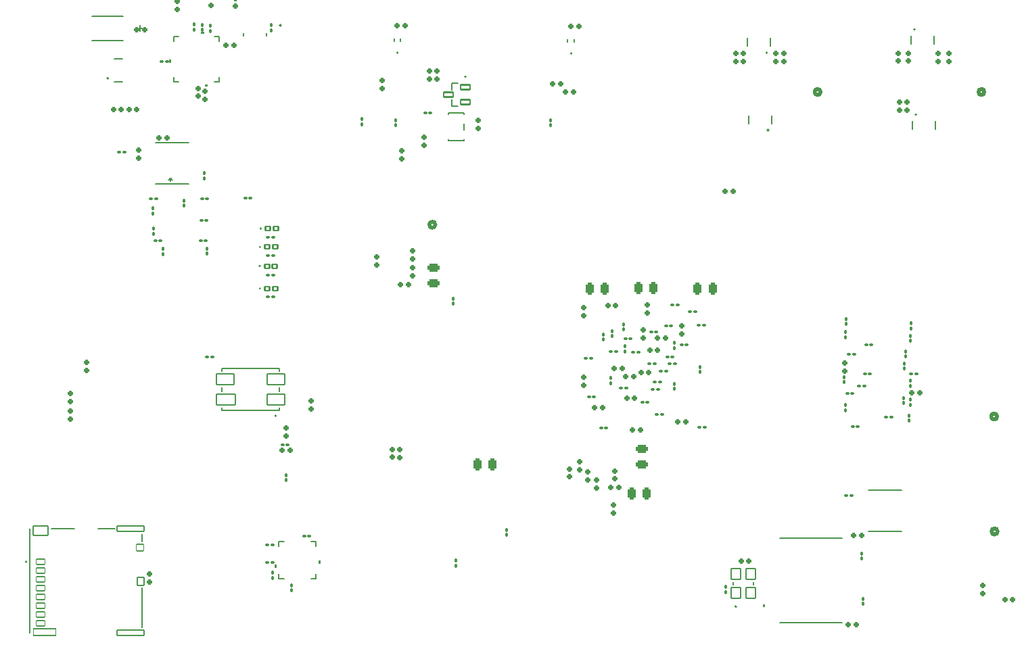
<source format=gbo>
G04 #@! TF.GenerationSoftware,KiCad,Pcbnew,8.0.8*
G04 #@! TF.CreationDate,2025-12-16T16:02:55-05:00*
G04 #@! TF.ProjectId,FPGA-BOARD,46504741-2d42-44f4-9152-442e6b696361,rev?*
G04 #@! TF.SameCoordinates,Original*
G04 #@! TF.FileFunction,Legend,Bot*
G04 #@! TF.FilePolarity,Positive*
%FSLAX46Y46*%
G04 Gerber Fmt 4.6, Leading zero omitted, Abs format (unit mm)*
G04 Created by KiCad (PCBNEW 8.0.8) date 2025-12-16 16:02:55*
%MOMM*%
%LPD*%
G01*
G04 APERTURE LIST*
G04 Aperture macros list*
%AMRoundRect*
0 Rectangle with rounded corners*
0 $1 Rounding radius*
0 $2 $3 $4 $5 $6 $7 $8 $9 X,Y pos of 4 corners*
0 Add a 4 corners polygon primitive as box body*
4,1,4,$2,$3,$4,$5,$6,$7,$8,$9,$2,$3,0*
0 Add four circle primitives for the rounded corners*
1,1,$1+$1,$2,$3*
1,1,$1+$1,$4,$5*
1,1,$1+$1,$6,$7*
1,1,$1+$1,$8,$9*
0 Add four rect primitives between the rounded corners*
20,1,$1+$1,$2,$3,$4,$5,0*
20,1,$1+$1,$4,$5,$6,$7,0*
20,1,$1+$1,$6,$7,$8,$9,0*
20,1,$1+$1,$8,$9,$2,$3,0*%
G04 Aperture macros list end*
%ADD10C,0.150000*%
%ADD11C,0.508000*%
%ADD12C,0.127000*%
%ADD13C,0.200000*%
%ADD14C,0.152400*%
%ADD15C,0.000000*%
%ADD16C,0.010000*%
%ADD17C,4.400000*%
%ADD18R,1.700000X1.700000*%
%ADD19O,1.700000X1.700000*%
%ADD20C,0.499999*%
%ADD21C,1.300000*%
%ADD22C,1.524000*%
%ADD23C,1.712000*%
%ADD24C,2.199000*%
%ADD25C,3.250000*%
%ADD26C,1.400000*%
%ADD27C,1.550000*%
%ADD28C,2.400000*%
%ADD29C,1.447800*%
%ADD30C,1.473200*%
%ADD31O,1.712000X3.220000*%
%ADD32O,3.220000X1.712000*%
%ADD33C,1.200000*%
%ADD34O,1.512000X2.820000*%
%ADD35O,2.820000X1.512000*%
%ADD36O,1.154000X1.504000*%
%ADD37RoundRect,0.159000X0.159000X0.189000X-0.159000X0.189000X-0.159000X-0.189000X0.159000X-0.189000X0*%
%ADD38RoundRect,0.100000X-0.130000X-0.100000X0.130000X-0.100000X0.130000X0.100000X-0.130000X0.100000X0*%
%ADD39RoundRect,0.100000X-0.100000X0.130000X-0.100000X-0.130000X0.100000X-0.130000X0.100000X0.130000X0*%
%ADD40RoundRect,0.159000X-0.189000X0.159000X-0.189000X-0.159000X0.189000X-0.159000X0.189000X0.159000X0*%
%ADD41RoundRect,0.100000X0.130000X0.100000X-0.130000X0.100000X-0.130000X-0.100000X0.130000X-0.100000X0*%
%ADD42RoundRect,0.159000X-0.159000X-0.189000X0.159000X-0.189000X0.159000X0.189000X-0.159000X0.189000X0*%
%ADD43RoundRect,0.100000X0.100000X-0.130000X0.100000X0.130000X-0.100000X0.130000X-0.100000X-0.130000X0*%
%ADD44O,0.604000X0.834000*%
%ADD45RoundRect,0.159000X0.189000X-0.159000X0.189000X0.159000X-0.189000X0.159000X-0.189000X-0.159000X0*%
%ADD46RoundRect,0.102000X-0.300000X-0.250000X0.300000X-0.250000X0.300000X0.250000X-0.300000X0.250000X0*%
%ADD47RoundRect,0.102000X1.100000X-0.700000X1.100000X0.700000X-1.100000X0.700000X-1.100000X-0.700000X0*%
%ADD48RoundRect,0.102000X1.200000X-0.700000X1.200000X0.700000X-1.200000X0.700000X-1.200000X-0.700000X0*%
%ADD49RoundRect,0.100500X0.616500X0.301500X-0.616500X0.301500X-0.616500X-0.301500X0.616500X-0.301500X0*%
%ADD50R,1.981200X0.558800*%
%ADD51R,0.280000X0.850000*%
%ADD52R,0.850000X0.280000*%
%ADD53C,0.508000*%
%ADD54R,1.765300X0.558800*%
%ADD55RoundRect,0.269000X-0.494000X0.269000X-0.494000X-0.269000X0.494000X-0.269000X0.494000X0.269000X0*%
%ADD56R,1.050000X1.300000*%
%ADD57RoundRect,0.076200X-0.550000X0.350000X-0.550000X-0.350000X0.550000X-0.350000X0.550000X0.350000X0*%
%ADD58RoundRect,0.076200X-0.465000X0.450000X-0.465000X-0.450000X0.465000X-0.450000X0.465000X0.450000X0*%
%ADD59RoundRect,0.076200X-0.390000X0.525000X-0.390000X-0.525000X0.390000X-0.525000X0.390000X0.525000X0*%
%ADD60RoundRect,0.076200X-0.915000X0.570000X-0.915000X-0.570000X0.915000X-0.570000X0.915000X0.570000X0*%
%ADD61RoundRect,0.076200X-1.400000X0.430000X-1.400000X-0.430000X1.400000X-0.430000X1.400000X0.430000X0*%
%ADD62RoundRect,0.076200X-1.665000X0.350000X-1.665000X-0.350000X1.665000X-0.350000X1.665000X0.350000X0*%
%ADD63RoundRect,0.269000X-0.269000X-0.494000X0.269000X-0.494000X0.269000X0.494000X-0.269000X0.494000X0*%
%ADD64RoundRect,0.102000X-0.600000X-0.700000X0.600000X-0.700000X0.600000X0.700000X-0.600000X0.700000X0*%
%ADD65R,1.405349X2.299995*%
%ADD66RoundRect,0.269000X0.269000X0.494000X-0.269000X0.494000X-0.269000X-0.494000X0.269000X-0.494000X0*%
%ADD67R,1.028700X0.508000*%
G04 APERTURE END LIST*
D10*
X91430000Y-73645180D02*
X91430000Y-73407085D01*
X91191905Y-73502323D02*
X91430000Y-73407085D01*
X91430000Y-73407085D02*
X91668095Y-73502323D01*
X91287143Y-73216609D02*
X91430000Y-73407085D01*
X91430000Y-73407085D02*
X91572857Y-73216609D01*
D11*
X193305100Y-62469573D02*
G75*
G02*
X192543100Y-62469573I-381000J0D01*
G01*
X192543100Y-62469573D02*
G75*
G02*
X193305100Y-62469573I381000J0D01*
G01*
X124569600Y-79090000D02*
G75*
G02*
X123807600Y-79090000I-381000J0D01*
G01*
X123807600Y-79090000D02*
G75*
G02*
X124569600Y-79090000I381000J0D01*
G01*
X194951001Y-117505600D02*
G75*
G02*
X194189001Y-117505600I-381000J0D01*
G01*
X194189001Y-117505600D02*
G75*
G02*
X194951001Y-117505600I381000J0D01*
G01*
X194903999Y-103109000D02*
G75*
G02*
X194141999Y-103109000I-381000J0D01*
G01*
X194141999Y-103109000D02*
G75*
G02*
X194903999Y-103109000I381000J0D01*
G01*
X172805100Y-62469573D02*
G75*
G02*
X172043100Y-62469573I-381000J0D01*
G01*
X172043100Y-62469573D02*
G75*
G02*
X172805100Y-62469573I381000J0D01*
G01*
D12*
X184130000Y-56442500D02*
X184130000Y-55442500D01*
X186970000Y-55442500D02*
X186970000Y-56442500D01*
D13*
X184650000Y-54625000D02*
G75*
G02*
X184450000Y-54625000I-100000J0D01*
G01*
X184450000Y-54625000D02*
G75*
G02*
X184650000Y-54625000I100000J0D01*
G01*
D12*
X141150000Y-56175000D02*
X141150000Y-55875000D01*
X141950000Y-55875000D02*
X141950000Y-56175000D01*
D13*
X141670000Y-57635000D02*
G75*
G02*
X141470000Y-57635000I-100000J0D01*
G01*
X141470000Y-57635000D02*
G75*
G02*
X141670000Y-57635000I100000J0D01*
G01*
D12*
X184300000Y-67100000D02*
X184300000Y-66100000D01*
X187140000Y-66100000D02*
X187140000Y-67100000D01*
D13*
X184820000Y-65282500D02*
G75*
G02*
X184620000Y-65282500I-100000J0D01*
G01*
X184620000Y-65282500D02*
G75*
G02*
X184820000Y-65282500I100000J0D01*
G01*
D10*
X102692500Y-87060000D02*
G75*
G02*
X102542500Y-87060000I-75000J0D01*
G01*
X102542500Y-87060000D02*
G75*
G02*
X102692500Y-87060000I75000J0D01*
G01*
D12*
X97830000Y-97117500D02*
X105030000Y-97117500D01*
X97830000Y-97427500D02*
X97830000Y-97117500D01*
X97830000Y-99467500D02*
X97830000Y-99967500D01*
X97830000Y-102317500D02*
X97830000Y-102007500D01*
X105030000Y-97117500D02*
X105030000Y-97427500D01*
X105030000Y-99967500D02*
X105030000Y-99467500D01*
X105030000Y-102007500D02*
X105030000Y-102317500D01*
X105030000Y-102317500D02*
X97830000Y-102317500D01*
D13*
X104680000Y-103017500D02*
G75*
G02*
X104480000Y-103017500I-100000J0D01*
G01*
X104480000Y-103017500D02*
G75*
G02*
X104680000Y-103017500I100000J0D01*
G01*
D12*
X126625000Y-61350000D02*
X127400000Y-61350000D01*
X126625000Y-62180000D02*
X126625000Y-61350000D01*
X126625000Y-63420000D02*
X126625000Y-64250000D01*
X127400000Y-64250000D02*
X126625000Y-64250000D01*
D13*
X128435000Y-60550000D02*
G75*
G02*
X128235000Y-60550000I-100000J0D01*
G01*
X128235000Y-60550000D02*
G75*
G02*
X128435000Y-60550000I100000J0D01*
G01*
D14*
X178777200Y-117518100D02*
X182942800Y-117518100D01*
X182942800Y-112361900D02*
X178777200Y-112361900D01*
X104996000Y-118770937D02*
X104996000Y-119376882D01*
X104996000Y-122822992D02*
X104996000Y-123428937D01*
X104996000Y-123428937D02*
X105602260Y-123428937D01*
X105602260Y-118770937D02*
X104996000Y-118770937D01*
X109047740Y-123428937D02*
X109654000Y-123428937D01*
X109654000Y-118770937D02*
X109047740Y-118770937D01*
X109654000Y-119376882D02*
X109654000Y-118770937D01*
X109654000Y-123428937D02*
X109654000Y-122822992D01*
D15*
G36*
X104671000Y-122040626D02*
G01*
X104417000Y-122040626D01*
X104417000Y-121659626D01*
X104671000Y-121659626D01*
X104671000Y-122040626D01*
G37*
G36*
X110233000Y-121540500D02*
G01*
X109979000Y-121540500D01*
X109979000Y-121159500D01*
X110233000Y-121159500D01*
X110233000Y-121540500D01*
G37*
D14*
X167706500Y-128903200D02*
X175453500Y-128903200D01*
X175453500Y-118336800D02*
X167706500Y-118336800D01*
D15*
G36*
X165814200Y-126985500D02*
G01*
X165560200Y-126985500D01*
X165560200Y-126604500D01*
X165814200Y-126604500D01*
X165814200Y-126985500D01*
G37*
D12*
X84357500Y-58340000D02*
X85357500Y-58340000D01*
X85357500Y-61180000D02*
X84357500Y-61180000D01*
D13*
X83640000Y-60760000D02*
G75*
G02*
X83440000Y-60760000I-100000J0D01*
G01*
X83440000Y-60760000D02*
G75*
G02*
X83640000Y-60760000I100000J0D01*
G01*
D14*
X100521800Y-55094588D02*
X100521800Y-55445412D01*
X103468200Y-55445412D02*
X103468200Y-55094588D01*
X105298600Y-54120000D02*
G75*
G02*
X105044600Y-54120000I-127000J0D01*
G01*
X105044600Y-54120000D02*
G75*
G02*
X105298600Y-54120000I127000J0D01*
G01*
D12*
X73775000Y-130230000D02*
X73775000Y-117130000D01*
X79375000Y-117130000D02*
X76475000Y-117130000D01*
X84475000Y-117130000D02*
X82375000Y-117130000D01*
X87825000Y-118806000D02*
X87825000Y-117804000D01*
X87825000Y-129556000D02*
X87825000Y-124554000D01*
D13*
X73425000Y-121300000D02*
G75*
G02*
X73225000Y-121300000I-100000J0D01*
G01*
X73225000Y-121300000D02*
G75*
G02*
X73425000Y-121300000I100000J0D01*
G01*
D12*
X163800000Y-66432500D02*
X163800000Y-65432500D01*
X166640000Y-65432500D02*
X166640000Y-66432500D01*
D13*
X166320000Y-67250000D02*
G75*
G02*
X166120000Y-67250000I-100000J0D01*
G01*
X166120000Y-67250000D02*
G75*
G02*
X166320000Y-67250000I100000J0D01*
G01*
D12*
X119400000Y-56100000D02*
X119400000Y-55800000D01*
X120200000Y-55800000D02*
X120200000Y-56100000D01*
D13*
X119920000Y-57560000D02*
G75*
G02*
X119720000Y-57560000I-100000J0D01*
G01*
X119720000Y-57560000D02*
G75*
G02*
X119920000Y-57560000I100000J0D01*
G01*
D12*
X161875000Y-123820000D02*
X161875000Y-124180000D01*
X164375000Y-124180000D02*
X164375000Y-123820000D01*
D13*
X162275000Y-126900000D02*
G75*
G02*
X162075000Y-126900000I-100000J0D01*
G01*
X162075000Y-126900000D02*
G75*
G02*
X162275000Y-126900000I100000J0D01*
G01*
D10*
X102652500Y-84270000D02*
G75*
G02*
X102502500Y-84270000I-75000J0D01*
G01*
X102502500Y-84270000D02*
G75*
G02*
X102652500Y-84270000I75000J0D01*
G01*
X102675000Y-81870000D02*
G75*
G02*
X102525000Y-81870000I-75000J0D01*
G01*
X102525000Y-81870000D02*
G75*
G02*
X102675000Y-81870000I75000J0D01*
G01*
D14*
X91836440Y-55540998D02*
X91836440Y-56147260D01*
X91836440Y-60592738D02*
X91836440Y-61199000D01*
X91836440Y-61199000D02*
X92442260Y-61199000D01*
X92442260Y-55540998D02*
X91836440Y-55540998D01*
X96888622Y-61199000D02*
X97494442Y-61199000D01*
X97494442Y-55540998D02*
X96888622Y-55540998D01*
X97494442Y-56147260D02*
X97494442Y-55540998D01*
X97494442Y-61199000D02*
X97494442Y-60592738D01*
D15*
G36*
X91511442Y-58810499D02*
G01*
X91257442Y-58810499D01*
X91257442Y-58429498D01*
X91511442Y-58429498D01*
X91511442Y-58810499D01*
G37*
G36*
X95606130Y-55216000D02*
G01*
X95225130Y-55216000D01*
X95225130Y-54962000D01*
X95606130Y-54962000D01*
X95606130Y-55216000D01*
G37*
G36*
X96106256Y-61777998D02*
G01*
X95725256Y-61777998D01*
X95725256Y-61523998D01*
X96106256Y-61523998D01*
X96106256Y-61777998D01*
G37*
D14*
X89530000Y-73973100D02*
X93695600Y-73973100D01*
X93695600Y-68816900D02*
X89530000Y-68816900D01*
X81553282Y-56026997D02*
X85507274Y-56026997D01*
X85507274Y-52973003D02*
X81553282Y-52973003D01*
X87600272Y-54881000D02*
X87600272Y-54119000D01*
X87981272Y-54500000D02*
X87219272Y-54500000D01*
D10*
X102795000Y-79560000D02*
G75*
G02*
X102645000Y-79560000I-75000J0D01*
G01*
X102645000Y-79560000D02*
G75*
G02*
X102795000Y-79560000I75000J0D01*
G01*
D14*
X126207650Y-65123199D02*
X126207650Y-65288258D01*
X126207650Y-68361740D02*
X126207650Y-68526799D01*
X126207650Y-68526799D02*
X128112650Y-68526799D01*
X128112650Y-65123199D02*
X126207650Y-65123199D01*
X128112650Y-65288258D02*
X128112650Y-65123199D01*
X128112650Y-67188260D02*
X128112650Y-66461738D01*
X128112650Y-68526799D02*
X128112650Y-68361740D01*
D12*
X163630000Y-56728750D02*
X163630000Y-55728750D01*
X166470000Y-55728750D02*
X166470000Y-56728750D01*
D13*
X166150000Y-57546250D02*
G75*
G02*
X165950000Y-57546250I-100000J0D01*
G01*
X165950000Y-57546250D02*
G75*
G02*
X166150000Y-57546250I100000J0D01*
G01*
%LPC*%
D16*
X76068000Y-75065000D02*
X76094000Y-75069000D01*
X76119000Y-75073000D01*
X76144000Y-75079000D01*
X76168000Y-75086000D01*
X76192000Y-75095000D01*
X76216000Y-75105000D01*
X76239000Y-75116000D01*
X76261000Y-75128000D01*
X76283000Y-75141000D01*
X76304000Y-75156000D01*
X76324000Y-75171000D01*
X76344000Y-75188000D01*
X76362000Y-75205000D01*
X76380000Y-75224000D01*
X76396000Y-75243000D01*
X76412000Y-75263000D01*
X76426000Y-75284000D01*
X76440000Y-75306000D01*
X76452000Y-75329000D01*
X76463000Y-75352000D01*
X76473000Y-75375000D01*
X76481000Y-75399000D01*
X76488000Y-75424000D01*
X76494000Y-75449000D01*
X76499000Y-75474000D01*
X76502000Y-75499000D01*
X76504000Y-75524000D01*
X76505000Y-75550000D01*
X76504000Y-75576000D01*
X76502000Y-75601000D01*
X76499000Y-75626000D01*
X76494000Y-75651000D01*
X76488000Y-75676000D01*
X76481000Y-75701000D01*
X76473000Y-75725000D01*
X76463000Y-75748000D01*
X76452000Y-75771000D01*
X76440000Y-75794000D01*
X76426000Y-75816000D01*
X76412000Y-75837000D01*
X76396000Y-75857000D01*
X76380000Y-75876000D01*
X76362000Y-75895000D01*
X76344000Y-75912000D01*
X76324000Y-75929000D01*
X76304000Y-75944000D01*
X76283000Y-75959000D01*
X76261000Y-75972000D01*
X76239000Y-75984000D01*
X76216000Y-75995000D01*
X76192000Y-76005000D01*
X76168000Y-76014000D01*
X76144000Y-76021000D01*
X76119000Y-76027000D01*
X76094000Y-76031000D01*
X76068000Y-76035000D01*
X76043000Y-76037000D01*
X76018000Y-76037000D01*
X76017500Y-76037500D01*
X75242000Y-76037000D01*
X75217000Y-76037000D01*
X75192000Y-76035000D01*
X75166000Y-76031000D01*
X75141000Y-76027000D01*
X75116000Y-76021000D01*
X75092000Y-76014000D01*
X75068000Y-76005000D01*
X75044000Y-75995000D01*
X75021000Y-75984000D01*
X74999000Y-75972000D01*
X74977000Y-75959000D01*
X74956000Y-75944000D01*
X74936000Y-75929000D01*
X74916000Y-75912000D01*
X74898000Y-75895000D01*
X74880000Y-75876000D01*
X74864000Y-75857000D01*
X74848000Y-75837000D01*
X74834000Y-75816000D01*
X74820000Y-75794000D01*
X74808000Y-75771000D01*
X74797000Y-75748000D01*
X74787000Y-75725000D01*
X74779000Y-75701000D01*
X74772000Y-75676000D01*
X74766000Y-75651000D01*
X74761000Y-75626000D01*
X74758000Y-75601000D01*
X74756000Y-75576000D01*
X74755000Y-75550000D01*
X74756000Y-75524000D01*
X74758000Y-75499000D01*
X74761000Y-75474000D01*
X74766000Y-75449000D01*
X74772000Y-75424000D01*
X74779000Y-75399000D01*
X74787000Y-75375000D01*
X74797000Y-75352000D01*
X74808000Y-75329000D01*
X74820000Y-75306000D01*
X74834000Y-75284000D01*
X74848000Y-75263000D01*
X74864000Y-75243000D01*
X74880000Y-75224000D01*
X74898000Y-75205000D01*
X74916000Y-75188000D01*
X74936000Y-75171000D01*
X74956000Y-75156000D01*
X74977000Y-75141000D01*
X74999000Y-75128000D01*
X75021000Y-75116000D01*
X75044000Y-75105000D01*
X75068000Y-75095000D01*
X75092000Y-75086000D01*
X75116000Y-75079000D01*
X75141000Y-75073000D01*
X75166000Y-75069000D01*
X75192000Y-75065000D01*
X75217000Y-75063000D01*
X75242000Y-75063000D01*
X76018000Y-75063000D01*
X76043000Y-75063000D01*
X76068000Y-75065000D01*
G36*
X76068000Y-75065000D02*
G01*
X76094000Y-75069000D01*
X76119000Y-75073000D01*
X76144000Y-75079000D01*
X76168000Y-75086000D01*
X76192000Y-75095000D01*
X76216000Y-75105000D01*
X76239000Y-75116000D01*
X76261000Y-75128000D01*
X76283000Y-75141000D01*
X76304000Y-75156000D01*
X76324000Y-75171000D01*
X76344000Y-75188000D01*
X76362000Y-75205000D01*
X76380000Y-75224000D01*
X76396000Y-75243000D01*
X76412000Y-75263000D01*
X76426000Y-75284000D01*
X76440000Y-75306000D01*
X76452000Y-75329000D01*
X76463000Y-75352000D01*
X76473000Y-75375000D01*
X76481000Y-75399000D01*
X76488000Y-75424000D01*
X76494000Y-75449000D01*
X76499000Y-75474000D01*
X76502000Y-75499000D01*
X76504000Y-75524000D01*
X76505000Y-75550000D01*
X76504000Y-75576000D01*
X76502000Y-75601000D01*
X76499000Y-75626000D01*
X76494000Y-75651000D01*
X76488000Y-75676000D01*
X76481000Y-75701000D01*
X76473000Y-75725000D01*
X76463000Y-75748000D01*
X76452000Y-75771000D01*
X76440000Y-75794000D01*
X76426000Y-75816000D01*
X76412000Y-75837000D01*
X76396000Y-75857000D01*
X76380000Y-75876000D01*
X76362000Y-75895000D01*
X76344000Y-75912000D01*
X76324000Y-75929000D01*
X76304000Y-75944000D01*
X76283000Y-75959000D01*
X76261000Y-75972000D01*
X76239000Y-75984000D01*
X76216000Y-75995000D01*
X76192000Y-76005000D01*
X76168000Y-76014000D01*
X76144000Y-76021000D01*
X76119000Y-76027000D01*
X76094000Y-76031000D01*
X76068000Y-76035000D01*
X76043000Y-76037000D01*
X76018000Y-76037000D01*
X76017500Y-76037500D01*
X75242000Y-76037000D01*
X75217000Y-76037000D01*
X75192000Y-76035000D01*
X75166000Y-76031000D01*
X75141000Y-76027000D01*
X75116000Y-76021000D01*
X75092000Y-76014000D01*
X75068000Y-76005000D01*
X75044000Y-75995000D01*
X75021000Y-75984000D01*
X74999000Y-75972000D01*
X74977000Y-75959000D01*
X74956000Y-75944000D01*
X74936000Y-75929000D01*
X74916000Y-75912000D01*
X74898000Y-75895000D01*
X74880000Y-75876000D01*
X74864000Y-75857000D01*
X74848000Y-75837000D01*
X74834000Y-75816000D01*
X74820000Y-75794000D01*
X74808000Y-75771000D01*
X74797000Y-75748000D01*
X74787000Y-75725000D01*
X74779000Y-75701000D01*
X74772000Y-75676000D01*
X74766000Y-75651000D01*
X74761000Y-75626000D01*
X74758000Y-75601000D01*
X74756000Y-75576000D01*
X74755000Y-75550000D01*
X74756000Y-75524000D01*
X74758000Y-75499000D01*
X74761000Y-75474000D01*
X74766000Y-75449000D01*
X74772000Y-75424000D01*
X74779000Y-75399000D01*
X74787000Y-75375000D01*
X74797000Y-75352000D01*
X74808000Y-75329000D01*
X74820000Y-75306000D01*
X74834000Y-75284000D01*
X74848000Y-75263000D01*
X74864000Y-75243000D01*
X74880000Y-75224000D01*
X74898000Y-75205000D01*
X74916000Y-75188000D01*
X74936000Y-75171000D01*
X74956000Y-75156000D01*
X74977000Y-75141000D01*
X74999000Y-75128000D01*
X75021000Y-75116000D01*
X75044000Y-75105000D01*
X75068000Y-75095000D01*
X75092000Y-75086000D01*
X75116000Y-75079000D01*
X75141000Y-75073000D01*
X75166000Y-75069000D01*
X75192000Y-75065000D01*
X75217000Y-75063000D01*
X75242000Y-75063000D01*
X76018000Y-75063000D01*
X76043000Y-75063000D01*
X76068000Y-75065000D01*
G37*
X76068000Y-82065000D02*
X76094000Y-82069000D01*
X76119000Y-82073000D01*
X76144000Y-82079000D01*
X76168000Y-82086000D01*
X76192000Y-82095000D01*
X76216000Y-82105000D01*
X76239000Y-82116000D01*
X76261000Y-82128000D01*
X76283000Y-82141000D01*
X76304000Y-82156000D01*
X76324000Y-82171000D01*
X76344000Y-82188000D01*
X76362000Y-82205000D01*
X76380000Y-82224000D01*
X76396000Y-82243000D01*
X76412000Y-82263000D01*
X76426000Y-82284000D01*
X76440000Y-82306000D01*
X76452000Y-82329000D01*
X76463000Y-82352000D01*
X76473000Y-82375000D01*
X76481000Y-82399000D01*
X76488000Y-82424000D01*
X76494000Y-82449000D01*
X76499000Y-82474000D01*
X76502000Y-82499000D01*
X76504000Y-82524000D01*
X76505000Y-82550000D01*
X76504000Y-82576000D01*
X76502000Y-82601000D01*
X76499000Y-82626000D01*
X76494000Y-82651000D01*
X76488000Y-82676000D01*
X76481000Y-82701000D01*
X76473000Y-82725000D01*
X76463000Y-82748000D01*
X76452000Y-82771000D01*
X76440000Y-82794000D01*
X76426000Y-82816000D01*
X76412000Y-82837000D01*
X76396000Y-82857000D01*
X76380000Y-82876000D01*
X76362000Y-82895000D01*
X76344000Y-82912000D01*
X76324000Y-82929000D01*
X76304000Y-82944000D01*
X76283000Y-82959000D01*
X76261000Y-82972000D01*
X76239000Y-82984000D01*
X76216000Y-82995000D01*
X76192000Y-83005000D01*
X76168000Y-83014000D01*
X76144000Y-83021000D01*
X76119000Y-83027000D01*
X76094000Y-83031000D01*
X76068000Y-83035000D01*
X76043000Y-83037000D01*
X76018000Y-83037000D01*
X76017500Y-83037500D01*
X75242000Y-83037000D01*
X75217000Y-83037000D01*
X75192000Y-83035000D01*
X75166000Y-83031000D01*
X75141000Y-83027000D01*
X75116000Y-83021000D01*
X75092000Y-83014000D01*
X75068000Y-83005000D01*
X75044000Y-82995000D01*
X75021000Y-82984000D01*
X74999000Y-82972000D01*
X74977000Y-82959000D01*
X74956000Y-82944000D01*
X74936000Y-82929000D01*
X74916000Y-82912000D01*
X74898000Y-82895000D01*
X74880000Y-82876000D01*
X74864000Y-82857000D01*
X74848000Y-82837000D01*
X74834000Y-82816000D01*
X74820000Y-82794000D01*
X74808000Y-82771000D01*
X74797000Y-82748000D01*
X74787000Y-82725000D01*
X74779000Y-82701000D01*
X74772000Y-82676000D01*
X74766000Y-82651000D01*
X74761000Y-82626000D01*
X74758000Y-82601000D01*
X74756000Y-82576000D01*
X74755000Y-82550000D01*
X74756000Y-82524000D01*
X74758000Y-82499000D01*
X74761000Y-82474000D01*
X74766000Y-82449000D01*
X74772000Y-82424000D01*
X74779000Y-82399000D01*
X74787000Y-82375000D01*
X74797000Y-82352000D01*
X74808000Y-82329000D01*
X74820000Y-82306000D01*
X74834000Y-82284000D01*
X74848000Y-82263000D01*
X74864000Y-82243000D01*
X74880000Y-82224000D01*
X74898000Y-82205000D01*
X74916000Y-82188000D01*
X74936000Y-82171000D01*
X74956000Y-82156000D01*
X74977000Y-82141000D01*
X74999000Y-82128000D01*
X75021000Y-82116000D01*
X75044000Y-82105000D01*
X75068000Y-82095000D01*
X75092000Y-82086000D01*
X75116000Y-82079000D01*
X75141000Y-82073000D01*
X75166000Y-82069000D01*
X75192000Y-82065000D01*
X75217000Y-82063000D01*
X75242000Y-82063000D01*
X76018000Y-82063000D01*
X76043000Y-82063000D01*
X76068000Y-82065000D01*
G36*
X76068000Y-82065000D02*
G01*
X76094000Y-82069000D01*
X76119000Y-82073000D01*
X76144000Y-82079000D01*
X76168000Y-82086000D01*
X76192000Y-82095000D01*
X76216000Y-82105000D01*
X76239000Y-82116000D01*
X76261000Y-82128000D01*
X76283000Y-82141000D01*
X76304000Y-82156000D01*
X76324000Y-82171000D01*
X76344000Y-82188000D01*
X76362000Y-82205000D01*
X76380000Y-82224000D01*
X76396000Y-82243000D01*
X76412000Y-82263000D01*
X76426000Y-82284000D01*
X76440000Y-82306000D01*
X76452000Y-82329000D01*
X76463000Y-82352000D01*
X76473000Y-82375000D01*
X76481000Y-82399000D01*
X76488000Y-82424000D01*
X76494000Y-82449000D01*
X76499000Y-82474000D01*
X76502000Y-82499000D01*
X76504000Y-82524000D01*
X76505000Y-82550000D01*
X76504000Y-82576000D01*
X76502000Y-82601000D01*
X76499000Y-82626000D01*
X76494000Y-82651000D01*
X76488000Y-82676000D01*
X76481000Y-82701000D01*
X76473000Y-82725000D01*
X76463000Y-82748000D01*
X76452000Y-82771000D01*
X76440000Y-82794000D01*
X76426000Y-82816000D01*
X76412000Y-82837000D01*
X76396000Y-82857000D01*
X76380000Y-82876000D01*
X76362000Y-82895000D01*
X76344000Y-82912000D01*
X76324000Y-82929000D01*
X76304000Y-82944000D01*
X76283000Y-82959000D01*
X76261000Y-82972000D01*
X76239000Y-82984000D01*
X76216000Y-82995000D01*
X76192000Y-83005000D01*
X76168000Y-83014000D01*
X76144000Y-83021000D01*
X76119000Y-83027000D01*
X76094000Y-83031000D01*
X76068000Y-83035000D01*
X76043000Y-83037000D01*
X76018000Y-83037000D01*
X76017500Y-83037500D01*
X75242000Y-83037000D01*
X75217000Y-83037000D01*
X75192000Y-83035000D01*
X75166000Y-83031000D01*
X75141000Y-83027000D01*
X75116000Y-83021000D01*
X75092000Y-83014000D01*
X75068000Y-83005000D01*
X75044000Y-82995000D01*
X75021000Y-82984000D01*
X74999000Y-82972000D01*
X74977000Y-82959000D01*
X74956000Y-82944000D01*
X74936000Y-82929000D01*
X74916000Y-82912000D01*
X74898000Y-82895000D01*
X74880000Y-82876000D01*
X74864000Y-82857000D01*
X74848000Y-82837000D01*
X74834000Y-82816000D01*
X74820000Y-82794000D01*
X74808000Y-82771000D01*
X74797000Y-82748000D01*
X74787000Y-82725000D01*
X74779000Y-82701000D01*
X74772000Y-82676000D01*
X74766000Y-82651000D01*
X74761000Y-82626000D01*
X74758000Y-82601000D01*
X74756000Y-82576000D01*
X74755000Y-82550000D01*
X74756000Y-82524000D01*
X74758000Y-82499000D01*
X74761000Y-82474000D01*
X74766000Y-82449000D01*
X74772000Y-82424000D01*
X74779000Y-82399000D01*
X74787000Y-82375000D01*
X74797000Y-82352000D01*
X74808000Y-82329000D01*
X74820000Y-82306000D01*
X74834000Y-82284000D01*
X74848000Y-82263000D01*
X74864000Y-82243000D01*
X74880000Y-82224000D01*
X74898000Y-82205000D01*
X74916000Y-82188000D01*
X74936000Y-82171000D01*
X74956000Y-82156000D01*
X74977000Y-82141000D01*
X74999000Y-82128000D01*
X75021000Y-82116000D01*
X75044000Y-82105000D01*
X75068000Y-82095000D01*
X75092000Y-82086000D01*
X75116000Y-82079000D01*
X75141000Y-82073000D01*
X75166000Y-82069000D01*
X75192000Y-82065000D01*
X75217000Y-82063000D01*
X75242000Y-82063000D01*
X76018000Y-82063000D01*
X76043000Y-82063000D01*
X76068000Y-82065000D01*
G37*
X184678000Y-55173500D02*
X184680000Y-55173500D01*
X184683000Y-55174500D01*
X184685000Y-55174500D01*
X184688000Y-55175500D01*
X184690000Y-55176500D01*
X184693000Y-55177500D01*
X184695000Y-55179500D01*
X184697000Y-55180500D01*
X184699000Y-55182500D01*
X184701000Y-55183500D01*
X184703000Y-55185500D01*
X184705000Y-55187500D01*
X184707000Y-55189500D01*
X184709000Y-55191500D01*
X184710000Y-55193500D01*
X184712000Y-55195500D01*
X184713000Y-55197500D01*
X184715000Y-55199500D01*
X184716000Y-55202500D01*
X184717000Y-55204500D01*
X184718000Y-55207500D01*
X184718000Y-55209500D01*
X184719000Y-55212500D01*
X184719000Y-55214500D01*
X184720000Y-55217500D01*
X184720000Y-55219500D01*
X184720000Y-55222500D01*
X184720000Y-55827500D01*
X184720000Y-55830500D01*
X184720000Y-55832500D01*
X184719000Y-55835500D01*
X184719000Y-55837500D01*
X184718000Y-55840500D01*
X184718000Y-55842500D01*
X184717000Y-55845500D01*
X184716000Y-55847500D01*
X184715000Y-55850500D01*
X184713000Y-55852500D01*
X184712000Y-55854500D01*
X184710000Y-55856500D01*
X184709000Y-55858500D01*
X184707000Y-55860500D01*
X184705000Y-55862500D01*
X184703000Y-55864500D01*
X184701000Y-55866500D01*
X184699000Y-55867500D01*
X184697000Y-55869500D01*
X184695000Y-55870500D01*
X184693000Y-55872500D01*
X184690000Y-55873500D01*
X184688000Y-55874500D01*
X184685000Y-55875500D01*
X184683000Y-55875500D01*
X184680000Y-55876500D01*
X184678000Y-55876500D01*
X184675000Y-55877500D01*
X184673000Y-55877500D01*
X184670000Y-55877500D01*
X184430000Y-55877500D01*
X184427000Y-55877500D01*
X184425000Y-55877500D01*
X184422000Y-55876500D01*
X184420000Y-55876500D01*
X184417000Y-55875500D01*
X184415000Y-55875500D01*
X184412000Y-55874500D01*
X184410000Y-55873500D01*
X184407000Y-55872500D01*
X184405000Y-55870500D01*
X184403000Y-55869500D01*
X184401000Y-55867500D01*
X184399000Y-55866500D01*
X184397000Y-55864500D01*
X184395000Y-55862500D01*
X184393000Y-55860500D01*
X184391000Y-55858500D01*
X184390000Y-55856500D01*
X184388000Y-55854500D01*
X184387000Y-55852500D01*
X184385000Y-55850500D01*
X184384000Y-55847500D01*
X184383000Y-55845500D01*
X184382000Y-55842500D01*
X184382000Y-55840500D01*
X184381000Y-55837500D01*
X184381000Y-55835500D01*
X184380000Y-55832500D01*
X184380000Y-55830500D01*
X184380000Y-55827500D01*
X184380000Y-55222500D01*
X184380000Y-55219500D01*
X184380000Y-55217500D01*
X184381000Y-55214500D01*
X184381000Y-55212500D01*
X184382000Y-55209500D01*
X184382000Y-55207500D01*
X184383000Y-55204500D01*
X184384000Y-55202500D01*
X184385000Y-55199500D01*
X184387000Y-55197500D01*
X184388000Y-55195500D01*
X184390000Y-55193500D01*
X184391000Y-55191500D01*
X184393000Y-55189500D01*
X184395000Y-55187500D01*
X184397000Y-55185500D01*
X184399000Y-55183500D01*
X184401000Y-55182500D01*
X184403000Y-55180500D01*
X184405000Y-55179500D01*
X184407000Y-55177500D01*
X184410000Y-55176500D01*
X184412000Y-55175500D01*
X184415000Y-55174500D01*
X184417000Y-55174500D01*
X184420000Y-55173500D01*
X184422000Y-55173500D01*
X184425000Y-55172500D01*
X184427000Y-55172500D01*
X184430000Y-55172500D01*
X184670000Y-55172500D01*
X184673000Y-55172500D01*
X184675000Y-55172500D01*
X184678000Y-55173500D01*
G36*
X184678000Y-55173500D02*
G01*
X184680000Y-55173500D01*
X184683000Y-55174500D01*
X184685000Y-55174500D01*
X184688000Y-55175500D01*
X184690000Y-55176500D01*
X184693000Y-55177500D01*
X184695000Y-55179500D01*
X184697000Y-55180500D01*
X184699000Y-55182500D01*
X184701000Y-55183500D01*
X184703000Y-55185500D01*
X184705000Y-55187500D01*
X184707000Y-55189500D01*
X184709000Y-55191500D01*
X184710000Y-55193500D01*
X184712000Y-55195500D01*
X184713000Y-55197500D01*
X184715000Y-55199500D01*
X184716000Y-55202500D01*
X184717000Y-55204500D01*
X184718000Y-55207500D01*
X184718000Y-55209500D01*
X184719000Y-55212500D01*
X184719000Y-55214500D01*
X184720000Y-55217500D01*
X184720000Y-55219500D01*
X184720000Y-55222500D01*
X184720000Y-55827500D01*
X184720000Y-55830500D01*
X184720000Y-55832500D01*
X184719000Y-55835500D01*
X184719000Y-55837500D01*
X184718000Y-55840500D01*
X184718000Y-55842500D01*
X184717000Y-55845500D01*
X184716000Y-55847500D01*
X184715000Y-55850500D01*
X184713000Y-55852500D01*
X184712000Y-55854500D01*
X184710000Y-55856500D01*
X184709000Y-55858500D01*
X184707000Y-55860500D01*
X184705000Y-55862500D01*
X184703000Y-55864500D01*
X184701000Y-55866500D01*
X184699000Y-55867500D01*
X184697000Y-55869500D01*
X184695000Y-55870500D01*
X184693000Y-55872500D01*
X184690000Y-55873500D01*
X184688000Y-55874500D01*
X184685000Y-55875500D01*
X184683000Y-55875500D01*
X184680000Y-55876500D01*
X184678000Y-55876500D01*
X184675000Y-55877500D01*
X184673000Y-55877500D01*
X184670000Y-55877500D01*
X184430000Y-55877500D01*
X184427000Y-55877500D01*
X184425000Y-55877500D01*
X184422000Y-55876500D01*
X184420000Y-55876500D01*
X184417000Y-55875500D01*
X184415000Y-55875500D01*
X184412000Y-55874500D01*
X184410000Y-55873500D01*
X184407000Y-55872500D01*
X184405000Y-55870500D01*
X184403000Y-55869500D01*
X184401000Y-55867500D01*
X184399000Y-55866500D01*
X184397000Y-55864500D01*
X184395000Y-55862500D01*
X184393000Y-55860500D01*
X184391000Y-55858500D01*
X184390000Y-55856500D01*
X184388000Y-55854500D01*
X184387000Y-55852500D01*
X184385000Y-55850500D01*
X184384000Y-55847500D01*
X184383000Y-55845500D01*
X184382000Y-55842500D01*
X184382000Y-55840500D01*
X184381000Y-55837500D01*
X184381000Y-55835500D01*
X184380000Y-55832500D01*
X184380000Y-55830500D01*
X184380000Y-55827500D01*
X184380000Y-55222500D01*
X184380000Y-55219500D01*
X184380000Y-55217500D01*
X184381000Y-55214500D01*
X184381000Y-55212500D01*
X184382000Y-55209500D01*
X184382000Y-55207500D01*
X184383000Y-55204500D01*
X184384000Y-55202500D01*
X184385000Y-55199500D01*
X184387000Y-55197500D01*
X184388000Y-55195500D01*
X184390000Y-55193500D01*
X184391000Y-55191500D01*
X184393000Y-55189500D01*
X184395000Y-55187500D01*
X184397000Y-55185500D01*
X184399000Y-55183500D01*
X184401000Y-55182500D01*
X184403000Y-55180500D01*
X184405000Y-55179500D01*
X184407000Y-55177500D01*
X184410000Y-55176500D01*
X184412000Y-55175500D01*
X184415000Y-55174500D01*
X184417000Y-55174500D01*
X184420000Y-55173500D01*
X184422000Y-55173500D01*
X184425000Y-55172500D01*
X184427000Y-55172500D01*
X184430000Y-55172500D01*
X184670000Y-55172500D01*
X184673000Y-55172500D01*
X184675000Y-55172500D01*
X184678000Y-55173500D01*
G37*
X184678000Y-56008500D02*
X184680000Y-56008500D01*
X184683000Y-56009500D01*
X184685000Y-56009500D01*
X184688000Y-56010500D01*
X184690000Y-56011500D01*
X184693000Y-56012500D01*
X184695000Y-56014500D01*
X184697000Y-56015500D01*
X184699000Y-56017500D01*
X184701000Y-56018500D01*
X184703000Y-56020500D01*
X184705000Y-56022500D01*
X184707000Y-56024500D01*
X184709000Y-56026500D01*
X184710000Y-56028500D01*
X184712000Y-56030500D01*
X184713000Y-56032500D01*
X184715000Y-56034500D01*
X184716000Y-56037500D01*
X184717000Y-56039500D01*
X184718000Y-56042500D01*
X184718000Y-56044500D01*
X184719000Y-56047500D01*
X184719000Y-56049500D01*
X184720000Y-56052500D01*
X184720000Y-56054500D01*
X184720000Y-56057500D01*
X184720000Y-56662500D01*
X184720000Y-56665500D01*
X184720000Y-56667500D01*
X184719000Y-56670500D01*
X184719000Y-56672500D01*
X184718000Y-56675500D01*
X184718000Y-56677500D01*
X184717000Y-56680500D01*
X184716000Y-56682500D01*
X184715000Y-56685500D01*
X184713000Y-56687500D01*
X184712000Y-56689500D01*
X184710000Y-56691500D01*
X184709000Y-56693500D01*
X184707000Y-56695500D01*
X184705000Y-56697500D01*
X184703000Y-56699500D01*
X184701000Y-56701500D01*
X184699000Y-56702500D01*
X184697000Y-56704500D01*
X184695000Y-56705500D01*
X184693000Y-56707500D01*
X184690000Y-56708500D01*
X184688000Y-56709500D01*
X184685000Y-56710500D01*
X184683000Y-56710500D01*
X184680000Y-56711500D01*
X184678000Y-56711500D01*
X184675000Y-56712500D01*
X184673000Y-56712500D01*
X184670000Y-56712500D01*
X184430000Y-56712500D01*
X184427000Y-56712500D01*
X184425000Y-56712500D01*
X184422000Y-56711500D01*
X184420000Y-56711500D01*
X184417000Y-56710500D01*
X184415000Y-56710500D01*
X184412000Y-56709500D01*
X184410000Y-56708500D01*
X184407000Y-56707500D01*
X184405000Y-56705500D01*
X184403000Y-56704500D01*
X184401000Y-56702500D01*
X184399000Y-56701500D01*
X184397000Y-56699500D01*
X184395000Y-56697500D01*
X184393000Y-56695500D01*
X184391000Y-56693500D01*
X184390000Y-56691500D01*
X184388000Y-56689500D01*
X184387000Y-56687500D01*
X184385000Y-56685500D01*
X184384000Y-56682500D01*
X184383000Y-56680500D01*
X184382000Y-56677500D01*
X184382000Y-56675500D01*
X184381000Y-56672500D01*
X184381000Y-56670500D01*
X184380000Y-56667500D01*
X184380000Y-56665500D01*
X184380000Y-56662500D01*
X184380000Y-56057500D01*
X184380000Y-56054500D01*
X184380000Y-56052500D01*
X184381000Y-56049500D01*
X184381000Y-56047500D01*
X184382000Y-56044500D01*
X184382000Y-56042500D01*
X184383000Y-56039500D01*
X184384000Y-56037500D01*
X184385000Y-56034500D01*
X184387000Y-56032500D01*
X184388000Y-56030500D01*
X184390000Y-56028500D01*
X184391000Y-56026500D01*
X184393000Y-56024500D01*
X184395000Y-56022500D01*
X184397000Y-56020500D01*
X184399000Y-56018500D01*
X184401000Y-56017500D01*
X184403000Y-56015500D01*
X184405000Y-56014500D01*
X184407000Y-56012500D01*
X184410000Y-56011500D01*
X184412000Y-56010500D01*
X184415000Y-56009500D01*
X184417000Y-56009500D01*
X184420000Y-56008500D01*
X184422000Y-56008500D01*
X184425000Y-56007500D01*
X184427000Y-56007500D01*
X184430000Y-56007500D01*
X184670000Y-56007500D01*
X184673000Y-56007500D01*
X184675000Y-56007500D01*
X184678000Y-56008500D01*
G36*
X184678000Y-56008500D02*
G01*
X184680000Y-56008500D01*
X184683000Y-56009500D01*
X184685000Y-56009500D01*
X184688000Y-56010500D01*
X184690000Y-56011500D01*
X184693000Y-56012500D01*
X184695000Y-56014500D01*
X184697000Y-56015500D01*
X184699000Y-56017500D01*
X184701000Y-56018500D01*
X184703000Y-56020500D01*
X184705000Y-56022500D01*
X184707000Y-56024500D01*
X184709000Y-56026500D01*
X184710000Y-56028500D01*
X184712000Y-56030500D01*
X184713000Y-56032500D01*
X184715000Y-56034500D01*
X184716000Y-56037500D01*
X184717000Y-56039500D01*
X184718000Y-56042500D01*
X184718000Y-56044500D01*
X184719000Y-56047500D01*
X184719000Y-56049500D01*
X184720000Y-56052500D01*
X184720000Y-56054500D01*
X184720000Y-56057500D01*
X184720000Y-56662500D01*
X184720000Y-56665500D01*
X184720000Y-56667500D01*
X184719000Y-56670500D01*
X184719000Y-56672500D01*
X184718000Y-56675500D01*
X184718000Y-56677500D01*
X184717000Y-56680500D01*
X184716000Y-56682500D01*
X184715000Y-56685500D01*
X184713000Y-56687500D01*
X184712000Y-56689500D01*
X184710000Y-56691500D01*
X184709000Y-56693500D01*
X184707000Y-56695500D01*
X184705000Y-56697500D01*
X184703000Y-56699500D01*
X184701000Y-56701500D01*
X184699000Y-56702500D01*
X184697000Y-56704500D01*
X184695000Y-56705500D01*
X184693000Y-56707500D01*
X184690000Y-56708500D01*
X184688000Y-56709500D01*
X184685000Y-56710500D01*
X184683000Y-56710500D01*
X184680000Y-56711500D01*
X184678000Y-56711500D01*
X184675000Y-56712500D01*
X184673000Y-56712500D01*
X184670000Y-56712500D01*
X184430000Y-56712500D01*
X184427000Y-56712500D01*
X184425000Y-56712500D01*
X184422000Y-56711500D01*
X184420000Y-56711500D01*
X184417000Y-56710500D01*
X184415000Y-56710500D01*
X184412000Y-56709500D01*
X184410000Y-56708500D01*
X184407000Y-56707500D01*
X184405000Y-56705500D01*
X184403000Y-56704500D01*
X184401000Y-56702500D01*
X184399000Y-56701500D01*
X184397000Y-56699500D01*
X184395000Y-56697500D01*
X184393000Y-56695500D01*
X184391000Y-56693500D01*
X184390000Y-56691500D01*
X184388000Y-56689500D01*
X184387000Y-56687500D01*
X184385000Y-56685500D01*
X184384000Y-56682500D01*
X184383000Y-56680500D01*
X184382000Y-56677500D01*
X184382000Y-56675500D01*
X184381000Y-56672500D01*
X184381000Y-56670500D01*
X184380000Y-56667500D01*
X184380000Y-56665500D01*
X184380000Y-56662500D01*
X184380000Y-56057500D01*
X184380000Y-56054500D01*
X184380000Y-56052500D01*
X184381000Y-56049500D01*
X184381000Y-56047500D01*
X184382000Y-56044500D01*
X184382000Y-56042500D01*
X184383000Y-56039500D01*
X184384000Y-56037500D01*
X184385000Y-56034500D01*
X184387000Y-56032500D01*
X184388000Y-56030500D01*
X184390000Y-56028500D01*
X184391000Y-56026500D01*
X184393000Y-56024500D01*
X184395000Y-56022500D01*
X184397000Y-56020500D01*
X184399000Y-56018500D01*
X184401000Y-56017500D01*
X184403000Y-56015500D01*
X184405000Y-56014500D01*
X184407000Y-56012500D01*
X184410000Y-56011500D01*
X184412000Y-56010500D01*
X184415000Y-56009500D01*
X184417000Y-56009500D01*
X184420000Y-56008500D01*
X184422000Y-56008500D01*
X184425000Y-56007500D01*
X184427000Y-56007500D01*
X184430000Y-56007500D01*
X184670000Y-56007500D01*
X184673000Y-56007500D01*
X184675000Y-56007500D01*
X184678000Y-56008500D01*
G37*
X185178000Y-55173500D02*
X185180000Y-55173500D01*
X185183000Y-55174500D01*
X185185000Y-55174500D01*
X185188000Y-55175500D01*
X185190000Y-55176500D01*
X185193000Y-55177500D01*
X185195000Y-55179500D01*
X185197000Y-55180500D01*
X185199000Y-55182500D01*
X185201000Y-55183500D01*
X185203000Y-55185500D01*
X185205000Y-55187500D01*
X185207000Y-55189500D01*
X185209000Y-55191500D01*
X185210000Y-55193500D01*
X185212000Y-55195500D01*
X185213000Y-55197500D01*
X185215000Y-55199500D01*
X185216000Y-55202500D01*
X185217000Y-55204500D01*
X185218000Y-55207500D01*
X185218000Y-55209500D01*
X185219000Y-55212500D01*
X185219000Y-55214500D01*
X185220000Y-55217500D01*
X185220000Y-55219500D01*
X185220000Y-55222500D01*
X185220000Y-55827500D01*
X185220000Y-55830500D01*
X185220000Y-55832500D01*
X185219000Y-55835500D01*
X185219000Y-55837500D01*
X185218000Y-55840500D01*
X185218000Y-55842500D01*
X185217000Y-55845500D01*
X185216000Y-55847500D01*
X185215000Y-55850500D01*
X185213000Y-55852500D01*
X185212000Y-55854500D01*
X185210000Y-55856500D01*
X185209000Y-55858500D01*
X185207000Y-55860500D01*
X185205000Y-55862500D01*
X185203000Y-55864500D01*
X185201000Y-55866500D01*
X185199000Y-55867500D01*
X185197000Y-55869500D01*
X185195000Y-55870500D01*
X185193000Y-55872500D01*
X185190000Y-55873500D01*
X185188000Y-55874500D01*
X185185000Y-55875500D01*
X185183000Y-55875500D01*
X185180000Y-55876500D01*
X185178000Y-55876500D01*
X185175000Y-55877500D01*
X185173000Y-55877500D01*
X185170000Y-55877500D01*
X184930000Y-55877500D01*
X184927000Y-55877500D01*
X184925000Y-55877500D01*
X184922000Y-55876500D01*
X184920000Y-55876500D01*
X184917000Y-55875500D01*
X184915000Y-55875500D01*
X184912000Y-55874500D01*
X184910000Y-55873500D01*
X184907000Y-55872500D01*
X184905000Y-55870500D01*
X184903000Y-55869500D01*
X184901000Y-55867500D01*
X184899000Y-55866500D01*
X184897000Y-55864500D01*
X184895000Y-55862500D01*
X184893000Y-55860500D01*
X184891000Y-55858500D01*
X184890000Y-55856500D01*
X184888000Y-55854500D01*
X184887000Y-55852500D01*
X184885000Y-55850500D01*
X184884000Y-55847500D01*
X184883000Y-55845500D01*
X184882000Y-55842500D01*
X184882000Y-55840500D01*
X184881000Y-55837500D01*
X184881000Y-55835500D01*
X184880000Y-55832500D01*
X184880000Y-55830500D01*
X184880000Y-55827500D01*
X184880000Y-55222500D01*
X184880000Y-55219500D01*
X184880000Y-55217500D01*
X184881000Y-55214500D01*
X184881000Y-55212500D01*
X184882000Y-55209500D01*
X184882000Y-55207500D01*
X184883000Y-55204500D01*
X184884000Y-55202500D01*
X184885000Y-55199500D01*
X184887000Y-55197500D01*
X184888000Y-55195500D01*
X184890000Y-55193500D01*
X184891000Y-55191500D01*
X184893000Y-55189500D01*
X184895000Y-55187500D01*
X184897000Y-55185500D01*
X184899000Y-55183500D01*
X184901000Y-55182500D01*
X184903000Y-55180500D01*
X184905000Y-55179500D01*
X184907000Y-55177500D01*
X184910000Y-55176500D01*
X184912000Y-55175500D01*
X184915000Y-55174500D01*
X184917000Y-55174500D01*
X184920000Y-55173500D01*
X184922000Y-55173500D01*
X184925000Y-55172500D01*
X184927000Y-55172500D01*
X184930000Y-55172500D01*
X185170000Y-55172500D01*
X185173000Y-55172500D01*
X185175000Y-55172500D01*
X185178000Y-55173500D01*
G36*
X185178000Y-55173500D02*
G01*
X185180000Y-55173500D01*
X185183000Y-55174500D01*
X185185000Y-55174500D01*
X185188000Y-55175500D01*
X185190000Y-55176500D01*
X185193000Y-55177500D01*
X185195000Y-55179500D01*
X185197000Y-55180500D01*
X185199000Y-55182500D01*
X185201000Y-55183500D01*
X185203000Y-55185500D01*
X185205000Y-55187500D01*
X185207000Y-55189500D01*
X185209000Y-55191500D01*
X185210000Y-55193500D01*
X185212000Y-55195500D01*
X185213000Y-55197500D01*
X185215000Y-55199500D01*
X185216000Y-55202500D01*
X185217000Y-55204500D01*
X185218000Y-55207500D01*
X185218000Y-55209500D01*
X185219000Y-55212500D01*
X185219000Y-55214500D01*
X185220000Y-55217500D01*
X185220000Y-55219500D01*
X185220000Y-55222500D01*
X185220000Y-55827500D01*
X185220000Y-55830500D01*
X185220000Y-55832500D01*
X185219000Y-55835500D01*
X185219000Y-55837500D01*
X185218000Y-55840500D01*
X185218000Y-55842500D01*
X185217000Y-55845500D01*
X185216000Y-55847500D01*
X185215000Y-55850500D01*
X185213000Y-55852500D01*
X185212000Y-55854500D01*
X185210000Y-55856500D01*
X185209000Y-55858500D01*
X185207000Y-55860500D01*
X185205000Y-55862500D01*
X185203000Y-55864500D01*
X185201000Y-55866500D01*
X185199000Y-55867500D01*
X185197000Y-55869500D01*
X185195000Y-55870500D01*
X185193000Y-55872500D01*
X185190000Y-55873500D01*
X185188000Y-55874500D01*
X185185000Y-55875500D01*
X185183000Y-55875500D01*
X185180000Y-55876500D01*
X185178000Y-55876500D01*
X185175000Y-55877500D01*
X185173000Y-55877500D01*
X185170000Y-55877500D01*
X184930000Y-55877500D01*
X184927000Y-55877500D01*
X184925000Y-55877500D01*
X184922000Y-55876500D01*
X184920000Y-55876500D01*
X184917000Y-55875500D01*
X184915000Y-55875500D01*
X184912000Y-55874500D01*
X184910000Y-55873500D01*
X184907000Y-55872500D01*
X184905000Y-55870500D01*
X184903000Y-55869500D01*
X184901000Y-55867500D01*
X184899000Y-55866500D01*
X184897000Y-55864500D01*
X184895000Y-55862500D01*
X184893000Y-55860500D01*
X184891000Y-55858500D01*
X184890000Y-55856500D01*
X184888000Y-55854500D01*
X184887000Y-55852500D01*
X184885000Y-55850500D01*
X184884000Y-55847500D01*
X184883000Y-55845500D01*
X184882000Y-55842500D01*
X184882000Y-55840500D01*
X184881000Y-55837500D01*
X184881000Y-55835500D01*
X184880000Y-55832500D01*
X184880000Y-55830500D01*
X184880000Y-55827500D01*
X184880000Y-55222500D01*
X184880000Y-55219500D01*
X184880000Y-55217500D01*
X184881000Y-55214500D01*
X184881000Y-55212500D01*
X184882000Y-55209500D01*
X184882000Y-55207500D01*
X184883000Y-55204500D01*
X184884000Y-55202500D01*
X184885000Y-55199500D01*
X184887000Y-55197500D01*
X184888000Y-55195500D01*
X184890000Y-55193500D01*
X184891000Y-55191500D01*
X184893000Y-55189500D01*
X184895000Y-55187500D01*
X184897000Y-55185500D01*
X184899000Y-55183500D01*
X184901000Y-55182500D01*
X184903000Y-55180500D01*
X184905000Y-55179500D01*
X184907000Y-55177500D01*
X184910000Y-55176500D01*
X184912000Y-55175500D01*
X184915000Y-55174500D01*
X184917000Y-55174500D01*
X184920000Y-55173500D01*
X184922000Y-55173500D01*
X184925000Y-55172500D01*
X184927000Y-55172500D01*
X184930000Y-55172500D01*
X185170000Y-55172500D01*
X185173000Y-55172500D01*
X185175000Y-55172500D01*
X185178000Y-55173500D01*
G37*
X185178000Y-56008500D02*
X185180000Y-56008500D01*
X185183000Y-56009500D01*
X185185000Y-56009500D01*
X185188000Y-56010500D01*
X185190000Y-56011500D01*
X185193000Y-56012500D01*
X185195000Y-56014500D01*
X185197000Y-56015500D01*
X185199000Y-56017500D01*
X185201000Y-56018500D01*
X185203000Y-56020500D01*
X185205000Y-56022500D01*
X185207000Y-56024500D01*
X185209000Y-56026500D01*
X185210000Y-56028500D01*
X185212000Y-56030500D01*
X185213000Y-56032500D01*
X185215000Y-56034500D01*
X185216000Y-56037500D01*
X185217000Y-56039500D01*
X185218000Y-56042500D01*
X185218000Y-56044500D01*
X185219000Y-56047500D01*
X185219000Y-56049500D01*
X185220000Y-56052500D01*
X185220000Y-56054500D01*
X185220000Y-56057500D01*
X185220000Y-56662500D01*
X185220000Y-56665500D01*
X185220000Y-56667500D01*
X185219000Y-56670500D01*
X185219000Y-56672500D01*
X185218000Y-56675500D01*
X185218000Y-56677500D01*
X185217000Y-56680500D01*
X185216000Y-56682500D01*
X185215000Y-56685500D01*
X185213000Y-56687500D01*
X185212000Y-56689500D01*
X185210000Y-56691500D01*
X185209000Y-56693500D01*
X185207000Y-56695500D01*
X185205000Y-56697500D01*
X185203000Y-56699500D01*
X185201000Y-56701500D01*
X185199000Y-56702500D01*
X185197000Y-56704500D01*
X185195000Y-56705500D01*
X185193000Y-56707500D01*
X185190000Y-56708500D01*
X185188000Y-56709500D01*
X185185000Y-56710500D01*
X185183000Y-56710500D01*
X185180000Y-56711500D01*
X185178000Y-56711500D01*
X185175000Y-56712500D01*
X185173000Y-56712500D01*
X185170000Y-56712500D01*
X184930000Y-56712500D01*
X184927000Y-56712500D01*
X184925000Y-56712500D01*
X184922000Y-56711500D01*
X184920000Y-56711500D01*
X184917000Y-56710500D01*
X184915000Y-56710500D01*
X184912000Y-56709500D01*
X184910000Y-56708500D01*
X184907000Y-56707500D01*
X184905000Y-56705500D01*
X184903000Y-56704500D01*
X184901000Y-56702500D01*
X184899000Y-56701500D01*
X184897000Y-56699500D01*
X184895000Y-56697500D01*
X184893000Y-56695500D01*
X184891000Y-56693500D01*
X184890000Y-56691500D01*
X184888000Y-56689500D01*
X184887000Y-56687500D01*
X184885000Y-56685500D01*
X184884000Y-56682500D01*
X184883000Y-56680500D01*
X184882000Y-56677500D01*
X184882000Y-56675500D01*
X184881000Y-56672500D01*
X184881000Y-56670500D01*
X184880000Y-56667500D01*
X184880000Y-56665500D01*
X184880000Y-56662500D01*
X184880000Y-56057500D01*
X184880000Y-56054500D01*
X184880000Y-56052500D01*
X184881000Y-56049500D01*
X184881000Y-56047500D01*
X184882000Y-56044500D01*
X184882000Y-56042500D01*
X184883000Y-56039500D01*
X184884000Y-56037500D01*
X184885000Y-56034500D01*
X184887000Y-56032500D01*
X184888000Y-56030500D01*
X184890000Y-56028500D01*
X184891000Y-56026500D01*
X184893000Y-56024500D01*
X184895000Y-56022500D01*
X184897000Y-56020500D01*
X184899000Y-56018500D01*
X184901000Y-56017500D01*
X184903000Y-56015500D01*
X184905000Y-56014500D01*
X184907000Y-56012500D01*
X184910000Y-56011500D01*
X184912000Y-56010500D01*
X184915000Y-56009500D01*
X184917000Y-56009500D01*
X184920000Y-56008500D01*
X184922000Y-56008500D01*
X184925000Y-56007500D01*
X184927000Y-56007500D01*
X184930000Y-56007500D01*
X185170000Y-56007500D01*
X185173000Y-56007500D01*
X185175000Y-56007500D01*
X185178000Y-56008500D01*
G36*
X185178000Y-56008500D02*
G01*
X185180000Y-56008500D01*
X185183000Y-56009500D01*
X185185000Y-56009500D01*
X185188000Y-56010500D01*
X185190000Y-56011500D01*
X185193000Y-56012500D01*
X185195000Y-56014500D01*
X185197000Y-56015500D01*
X185199000Y-56017500D01*
X185201000Y-56018500D01*
X185203000Y-56020500D01*
X185205000Y-56022500D01*
X185207000Y-56024500D01*
X185209000Y-56026500D01*
X185210000Y-56028500D01*
X185212000Y-56030500D01*
X185213000Y-56032500D01*
X185215000Y-56034500D01*
X185216000Y-56037500D01*
X185217000Y-56039500D01*
X185218000Y-56042500D01*
X185218000Y-56044500D01*
X185219000Y-56047500D01*
X185219000Y-56049500D01*
X185220000Y-56052500D01*
X185220000Y-56054500D01*
X185220000Y-56057500D01*
X185220000Y-56662500D01*
X185220000Y-56665500D01*
X185220000Y-56667500D01*
X185219000Y-56670500D01*
X185219000Y-56672500D01*
X185218000Y-56675500D01*
X185218000Y-56677500D01*
X185217000Y-56680500D01*
X185216000Y-56682500D01*
X185215000Y-56685500D01*
X185213000Y-56687500D01*
X185212000Y-56689500D01*
X185210000Y-56691500D01*
X185209000Y-56693500D01*
X185207000Y-56695500D01*
X185205000Y-56697500D01*
X185203000Y-56699500D01*
X185201000Y-56701500D01*
X185199000Y-56702500D01*
X185197000Y-56704500D01*
X185195000Y-56705500D01*
X185193000Y-56707500D01*
X185190000Y-56708500D01*
X185188000Y-56709500D01*
X185185000Y-56710500D01*
X185183000Y-56710500D01*
X185180000Y-56711500D01*
X185178000Y-56711500D01*
X185175000Y-56712500D01*
X185173000Y-56712500D01*
X185170000Y-56712500D01*
X184930000Y-56712500D01*
X184927000Y-56712500D01*
X184925000Y-56712500D01*
X184922000Y-56711500D01*
X184920000Y-56711500D01*
X184917000Y-56710500D01*
X184915000Y-56710500D01*
X184912000Y-56709500D01*
X184910000Y-56708500D01*
X184907000Y-56707500D01*
X184905000Y-56705500D01*
X184903000Y-56704500D01*
X184901000Y-56702500D01*
X184899000Y-56701500D01*
X184897000Y-56699500D01*
X184895000Y-56697500D01*
X184893000Y-56695500D01*
X184891000Y-56693500D01*
X184890000Y-56691500D01*
X184888000Y-56689500D01*
X184887000Y-56687500D01*
X184885000Y-56685500D01*
X184884000Y-56682500D01*
X184883000Y-56680500D01*
X184882000Y-56677500D01*
X184882000Y-56675500D01*
X184881000Y-56672500D01*
X184881000Y-56670500D01*
X184880000Y-56667500D01*
X184880000Y-56665500D01*
X184880000Y-56662500D01*
X184880000Y-56057500D01*
X184880000Y-56054500D01*
X184880000Y-56052500D01*
X184881000Y-56049500D01*
X184881000Y-56047500D01*
X184882000Y-56044500D01*
X184882000Y-56042500D01*
X184883000Y-56039500D01*
X184884000Y-56037500D01*
X184885000Y-56034500D01*
X184887000Y-56032500D01*
X184888000Y-56030500D01*
X184890000Y-56028500D01*
X184891000Y-56026500D01*
X184893000Y-56024500D01*
X184895000Y-56022500D01*
X184897000Y-56020500D01*
X184899000Y-56018500D01*
X184901000Y-56017500D01*
X184903000Y-56015500D01*
X184905000Y-56014500D01*
X184907000Y-56012500D01*
X184910000Y-56011500D01*
X184912000Y-56010500D01*
X184915000Y-56009500D01*
X184917000Y-56009500D01*
X184920000Y-56008500D01*
X184922000Y-56008500D01*
X184925000Y-56007500D01*
X184927000Y-56007500D01*
X184930000Y-56007500D01*
X185170000Y-56007500D01*
X185173000Y-56007500D01*
X185175000Y-56007500D01*
X185178000Y-56008500D01*
G37*
X185778000Y-55173500D02*
X185780000Y-55173500D01*
X185783000Y-55174500D01*
X185785000Y-55174500D01*
X185788000Y-55175500D01*
X185790000Y-55176500D01*
X185793000Y-55177500D01*
X185795000Y-55179500D01*
X185797000Y-55180500D01*
X185799000Y-55182500D01*
X185801000Y-55183500D01*
X185803000Y-55185500D01*
X185805000Y-55187500D01*
X185807000Y-55189500D01*
X185809000Y-55191500D01*
X185810000Y-55193500D01*
X185812000Y-55195500D01*
X185813000Y-55197500D01*
X185815000Y-55199500D01*
X185816000Y-55202500D01*
X185817000Y-55204500D01*
X185818000Y-55207500D01*
X185818000Y-55209500D01*
X185819000Y-55212500D01*
X185819000Y-55214500D01*
X185820000Y-55217500D01*
X185820000Y-55219500D01*
X185820000Y-55222500D01*
X185820000Y-55827500D01*
X185820000Y-55830500D01*
X185820000Y-55832500D01*
X185819000Y-55835500D01*
X185819000Y-55837500D01*
X185818000Y-55840500D01*
X185818000Y-55842500D01*
X185817000Y-55845500D01*
X185816000Y-55847500D01*
X185815000Y-55850500D01*
X185813000Y-55852500D01*
X185812000Y-55854500D01*
X185810000Y-55856500D01*
X185809000Y-55858500D01*
X185807000Y-55860500D01*
X185805000Y-55862500D01*
X185803000Y-55864500D01*
X185801000Y-55866500D01*
X185799000Y-55867500D01*
X185797000Y-55869500D01*
X185795000Y-55870500D01*
X185793000Y-55872500D01*
X185790000Y-55873500D01*
X185788000Y-55874500D01*
X185785000Y-55875500D01*
X185783000Y-55875500D01*
X185780000Y-55876500D01*
X185778000Y-55876500D01*
X185775000Y-55877500D01*
X185773000Y-55877500D01*
X185770000Y-55877500D01*
X185330000Y-55877500D01*
X185327000Y-55877500D01*
X185325000Y-55877500D01*
X185322000Y-55876500D01*
X185320000Y-55876500D01*
X185317000Y-55875500D01*
X185315000Y-55875500D01*
X185312000Y-55874500D01*
X185310000Y-55873500D01*
X185307000Y-55872500D01*
X185305000Y-55870500D01*
X185303000Y-55869500D01*
X185301000Y-55867500D01*
X185299000Y-55866500D01*
X185297000Y-55864500D01*
X185295000Y-55862500D01*
X185293000Y-55860500D01*
X185291000Y-55858500D01*
X185290000Y-55856500D01*
X185288000Y-55854500D01*
X185287000Y-55852500D01*
X185285000Y-55850500D01*
X185284000Y-55847500D01*
X185283000Y-55845500D01*
X185282000Y-55842500D01*
X185282000Y-55840500D01*
X185281000Y-55837500D01*
X185281000Y-55835500D01*
X185280000Y-55832500D01*
X185280000Y-55830500D01*
X185280000Y-55827500D01*
X185280000Y-55222500D01*
X185280000Y-55219500D01*
X185280000Y-55217500D01*
X185281000Y-55214500D01*
X185281000Y-55212500D01*
X185282000Y-55209500D01*
X185282000Y-55207500D01*
X185283000Y-55204500D01*
X185284000Y-55202500D01*
X185285000Y-55199500D01*
X185287000Y-55197500D01*
X185288000Y-55195500D01*
X185290000Y-55193500D01*
X185291000Y-55191500D01*
X185293000Y-55189500D01*
X185295000Y-55187500D01*
X185297000Y-55185500D01*
X185299000Y-55183500D01*
X185301000Y-55182500D01*
X185303000Y-55180500D01*
X185305000Y-55179500D01*
X185307000Y-55177500D01*
X185310000Y-55176500D01*
X185312000Y-55175500D01*
X185315000Y-55174500D01*
X185317000Y-55174500D01*
X185320000Y-55173500D01*
X185322000Y-55173500D01*
X185325000Y-55172500D01*
X185327000Y-55172500D01*
X185330000Y-55172500D01*
X185770000Y-55172500D01*
X185773000Y-55172500D01*
X185775000Y-55172500D01*
X185778000Y-55173500D01*
G36*
X185778000Y-55173500D02*
G01*
X185780000Y-55173500D01*
X185783000Y-55174500D01*
X185785000Y-55174500D01*
X185788000Y-55175500D01*
X185790000Y-55176500D01*
X185793000Y-55177500D01*
X185795000Y-55179500D01*
X185797000Y-55180500D01*
X185799000Y-55182500D01*
X185801000Y-55183500D01*
X185803000Y-55185500D01*
X185805000Y-55187500D01*
X185807000Y-55189500D01*
X185809000Y-55191500D01*
X185810000Y-55193500D01*
X185812000Y-55195500D01*
X185813000Y-55197500D01*
X185815000Y-55199500D01*
X185816000Y-55202500D01*
X185817000Y-55204500D01*
X185818000Y-55207500D01*
X185818000Y-55209500D01*
X185819000Y-55212500D01*
X185819000Y-55214500D01*
X185820000Y-55217500D01*
X185820000Y-55219500D01*
X185820000Y-55222500D01*
X185820000Y-55827500D01*
X185820000Y-55830500D01*
X185820000Y-55832500D01*
X185819000Y-55835500D01*
X185819000Y-55837500D01*
X185818000Y-55840500D01*
X185818000Y-55842500D01*
X185817000Y-55845500D01*
X185816000Y-55847500D01*
X185815000Y-55850500D01*
X185813000Y-55852500D01*
X185812000Y-55854500D01*
X185810000Y-55856500D01*
X185809000Y-55858500D01*
X185807000Y-55860500D01*
X185805000Y-55862500D01*
X185803000Y-55864500D01*
X185801000Y-55866500D01*
X185799000Y-55867500D01*
X185797000Y-55869500D01*
X185795000Y-55870500D01*
X185793000Y-55872500D01*
X185790000Y-55873500D01*
X185788000Y-55874500D01*
X185785000Y-55875500D01*
X185783000Y-55875500D01*
X185780000Y-55876500D01*
X185778000Y-55876500D01*
X185775000Y-55877500D01*
X185773000Y-55877500D01*
X185770000Y-55877500D01*
X185330000Y-55877500D01*
X185327000Y-55877500D01*
X185325000Y-55877500D01*
X185322000Y-55876500D01*
X185320000Y-55876500D01*
X185317000Y-55875500D01*
X185315000Y-55875500D01*
X185312000Y-55874500D01*
X185310000Y-55873500D01*
X185307000Y-55872500D01*
X185305000Y-55870500D01*
X185303000Y-55869500D01*
X185301000Y-55867500D01*
X185299000Y-55866500D01*
X185297000Y-55864500D01*
X185295000Y-55862500D01*
X185293000Y-55860500D01*
X185291000Y-55858500D01*
X185290000Y-55856500D01*
X185288000Y-55854500D01*
X185287000Y-55852500D01*
X185285000Y-55850500D01*
X185284000Y-55847500D01*
X185283000Y-55845500D01*
X185282000Y-55842500D01*
X185282000Y-55840500D01*
X185281000Y-55837500D01*
X185281000Y-55835500D01*
X185280000Y-55832500D01*
X185280000Y-55830500D01*
X185280000Y-55827500D01*
X185280000Y-55222500D01*
X185280000Y-55219500D01*
X185280000Y-55217500D01*
X185281000Y-55214500D01*
X185281000Y-55212500D01*
X185282000Y-55209500D01*
X185282000Y-55207500D01*
X185283000Y-55204500D01*
X185284000Y-55202500D01*
X185285000Y-55199500D01*
X185287000Y-55197500D01*
X185288000Y-55195500D01*
X185290000Y-55193500D01*
X185291000Y-55191500D01*
X185293000Y-55189500D01*
X185295000Y-55187500D01*
X185297000Y-55185500D01*
X185299000Y-55183500D01*
X185301000Y-55182500D01*
X185303000Y-55180500D01*
X185305000Y-55179500D01*
X185307000Y-55177500D01*
X185310000Y-55176500D01*
X185312000Y-55175500D01*
X185315000Y-55174500D01*
X185317000Y-55174500D01*
X185320000Y-55173500D01*
X185322000Y-55173500D01*
X185325000Y-55172500D01*
X185327000Y-55172500D01*
X185330000Y-55172500D01*
X185770000Y-55172500D01*
X185773000Y-55172500D01*
X185775000Y-55172500D01*
X185778000Y-55173500D01*
G37*
X185778000Y-56008500D02*
X185780000Y-56008500D01*
X185783000Y-56009500D01*
X185785000Y-56009500D01*
X185788000Y-56010500D01*
X185790000Y-56011500D01*
X185793000Y-56012500D01*
X185795000Y-56014500D01*
X185797000Y-56015500D01*
X185799000Y-56017500D01*
X185801000Y-56018500D01*
X185803000Y-56020500D01*
X185805000Y-56022500D01*
X185807000Y-56024500D01*
X185809000Y-56026500D01*
X185810000Y-56028500D01*
X185812000Y-56030500D01*
X185813000Y-56032500D01*
X185815000Y-56034500D01*
X185816000Y-56037500D01*
X185817000Y-56039500D01*
X185818000Y-56042500D01*
X185818000Y-56044500D01*
X185819000Y-56047500D01*
X185819000Y-56049500D01*
X185820000Y-56052500D01*
X185820000Y-56054500D01*
X185820000Y-56057500D01*
X185820000Y-56662500D01*
X185820000Y-56665500D01*
X185820000Y-56667500D01*
X185819000Y-56670500D01*
X185819000Y-56672500D01*
X185818000Y-56675500D01*
X185818000Y-56677500D01*
X185817000Y-56680500D01*
X185816000Y-56682500D01*
X185815000Y-56685500D01*
X185813000Y-56687500D01*
X185812000Y-56689500D01*
X185810000Y-56691500D01*
X185809000Y-56693500D01*
X185807000Y-56695500D01*
X185805000Y-56697500D01*
X185803000Y-56699500D01*
X185801000Y-56701500D01*
X185799000Y-56702500D01*
X185797000Y-56704500D01*
X185795000Y-56705500D01*
X185793000Y-56707500D01*
X185790000Y-56708500D01*
X185788000Y-56709500D01*
X185785000Y-56710500D01*
X185783000Y-56710500D01*
X185780000Y-56711500D01*
X185778000Y-56711500D01*
X185775000Y-56712500D01*
X185773000Y-56712500D01*
X185770000Y-56712500D01*
X185330000Y-56712500D01*
X185327000Y-56712500D01*
X185325000Y-56712500D01*
X185322000Y-56711500D01*
X185320000Y-56711500D01*
X185317000Y-56710500D01*
X185315000Y-56710500D01*
X185312000Y-56709500D01*
X185310000Y-56708500D01*
X185307000Y-56707500D01*
X185305000Y-56705500D01*
X185303000Y-56704500D01*
X185301000Y-56702500D01*
X185299000Y-56701500D01*
X185297000Y-56699500D01*
X185295000Y-56697500D01*
X185293000Y-56695500D01*
X185291000Y-56693500D01*
X185290000Y-56691500D01*
X185288000Y-56689500D01*
X185287000Y-56687500D01*
X185285000Y-56685500D01*
X185284000Y-56682500D01*
X185283000Y-56680500D01*
X185282000Y-56677500D01*
X185282000Y-56675500D01*
X185281000Y-56672500D01*
X185281000Y-56670500D01*
X185280000Y-56667500D01*
X185280000Y-56665500D01*
X185280000Y-56662500D01*
X185280000Y-56057500D01*
X185280000Y-56054500D01*
X185280000Y-56052500D01*
X185281000Y-56049500D01*
X185281000Y-56047500D01*
X185282000Y-56044500D01*
X185282000Y-56042500D01*
X185283000Y-56039500D01*
X185284000Y-56037500D01*
X185285000Y-56034500D01*
X185287000Y-56032500D01*
X185288000Y-56030500D01*
X185290000Y-56028500D01*
X185291000Y-56026500D01*
X185293000Y-56024500D01*
X185295000Y-56022500D01*
X185297000Y-56020500D01*
X185299000Y-56018500D01*
X185301000Y-56017500D01*
X185303000Y-56015500D01*
X185305000Y-56014500D01*
X185307000Y-56012500D01*
X185310000Y-56011500D01*
X185312000Y-56010500D01*
X185315000Y-56009500D01*
X185317000Y-56009500D01*
X185320000Y-56008500D01*
X185322000Y-56008500D01*
X185325000Y-56007500D01*
X185327000Y-56007500D01*
X185330000Y-56007500D01*
X185770000Y-56007500D01*
X185773000Y-56007500D01*
X185775000Y-56007500D01*
X185778000Y-56008500D01*
G36*
X185778000Y-56008500D02*
G01*
X185780000Y-56008500D01*
X185783000Y-56009500D01*
X185785000Y-56009500D01*
X185788000Y-56010500D01*
X185790000Y-56011500D01*
X185793000Y-56012500D01*
X185795000Y-56014500D01*
X185797000Y-56015500D01*
X185799000Y-56017500D01*
X185801000Y-56018500D01*
X185803000Y-56020500D01*
X185805000Y-56022500D01*
X185807000Y-56024500D01*
X185809000Y-56026500D01*
X185810000Y-56028500D01*
X185812000Y-56030500D01*
X185813000Y-56032500D01*
X185815000Y-56034500D01*
X185816000Y-56037500D01*
X185817000Y-56039500D01*
X185818000Y-56042500D01*
X185818000Y-56044500D01*
X185819000Y-56047500D01*
X185819000Y-56049500D01*
X185820000Y-56052500D01*
X185820000Y-56054500D01*
X185820000Y-56057500D01*
X185820000Y-56662500D01*
X185820000Y-56665500D01*
X185820000Y-56667500D01*
X185819000Y-56670500D01*
X185819000Y-56672500D01*
X185818000Y-56675500D01*
X185818000Y-56677500D01*
X185817000Y-56680500D01*
X185816000Y-56682500D01*
X185815000Y-56685500D01*
X185813000Y-56687500D01*
X185812000Y-56689500D01*
X185810000Y-56691500D01*
X185809000Y-56693500D01*
X185807000Y-56695500D01*
X185805000Y-56697500D01*
X185803000Y-56699500D01*
X185801000Y-56701500D01*
X185799000Y-56702500D01*
X185797000Y-56704500D01*
X185795000Y-56705500D01*
X185793000Y-56707500D01*
X185790000Y-56708500D01*
X185788000Y-56709500D01*
X185785000Y-56710500D01*
X185783000Y-56710500D01*
X185780000Y-56711500D01*
X185778000Y-56711500D01*
X185775000Y-56712500D01*
X185773000Y-56712500D01*
X185770000Y-56712500D01*
X185330000Y-56712500D01*
X185327000Y-56712500D01*
X185325000Y-56712500D01*
X185322000Y-56711500D01*
X185320000Y-56711500D01*
X185317000Y-56710500D01*
X185315000Y-56710500D01*
X185312000Y-56709500D01*
X185310000Y-56708500D01*
X185307000Y-56707500D01*
X185305000Y-56705500D01*
X185303000Y-56704500D01*
X185301000Y-56702500D01*
X185299000Y-56701500D01*
X185297000Y-56699500D01*
X185295000Y-56697500D01*
X185293000Y-56695500D01*
X185291000Y-56693500D01*
X185290000Y-56691500D01*
X185288000Y-56689500D01*
X185287000Y-56687500D01*
X185285000Y-56685500D01*
X185284000Y-56682500D01*
X185283000Y-56680500D01*
X185282000Y-56677500D01*
X185282000Y-56675500D01*
X185281000Y-56672500D01*
X185281000Y-56670500D01*
X185280000Y-56667500D01*
X185280000Y-56665500D01*
X185280000Y-56662500D01*
X185280000Y-56057500D01*
X185280000Y-56054500D01*
X185280000Y-56052500D01*
X185281000Y-56049500D01*
X185281000Y-56047500D01*
X185282000Y-56044500D01*
X185282000Y-56042500D01*
X185283000Y-56039500D01*
X185284000Y-56037500D01*
X185285000Y-56034500D01*
X185287000Y-56032500D01*
X185288000Y-56030500D01*
X185290000Y-56028500D01*
X185291000Y-56026500D01*
X185293000Y-56024500D01*
X185295000Y-56022500D01*
X185297000Y-56020500D01*
X185299000Y-56018500D01*
X185301000Y-56017500D01*
X185303000Y-56015500D01*
X185305000Y-56014500D01*
X185307000Y-56012500D01*
X185310000Y-56011500D01*
X185312000Y-56010500D01*
X185315000Y-56009500D01*
X185317000Y-56009500D01*
X185320000Y-56008500D01*
X185322000Y-56008500D01*
X185325000Y-56007500D01*
X185327000Y-56007500D01*
X185330000Y-56007500D01*
X185770000Y-56007500D01*
X185773000Y-56007500D01*
X185775000Y-56007500D01*
X185778000Y-56008500D01*
G37*
X186178000Y-55173500D02*
X186180000Y-55173500D01*
X186183000Y-55174500D01*
X186185000Y-55174500D01*
X186188000Y-55175500D01*
X186190000Y-55176500D01*
X186193000Y-55177500D01*
X186195000Y-55179500D01*
X186197000Y-55180500D01*
X186199000Y-55182500D01*
X186201000Y-55183500D01*
X186203000Y-55185500D01*
X186205000Y-55187500D01*
X186207000Y-55189500D01*
X186209000Y-55191500D01*
X186210000Y-55193500D01*
X186212000Y-55195500D01*
X186213000Y-55197500D01*
X186215000Y-55199500D01*
X186216000Y-55202500D01*
X186217000Y-55204500D01*
X186218000Y-55207500D01*
X186218000Y-55209500D01*
X186219000Y-55212500D01*
X186219000Y-55214500D01*
X186220000Y-55217500D01*
X186220000Y-55219500D01*
X186220000Y-55222500D01*
X186220000Y-55827500D01*
X186220000Y-55830500D01*
X186220000Y-55832500D01*
X186219000Y-55835500D01*
X186219000Y-55837500D01*
X186218000Y-55840500D01*
X186218000Y-55842500D01*
X186217000Y-55845500D01*
X186216000Y-55847500D01*
X186215000Y-55850500D01*
X186213000Y-55852500D01*
X186212000Y-55854500D01*
X186210000Y-55856500D01*
X186209000Y-55858500D01*
X186207000Y-55860500D01*
X186205000Y-55862500D01*
X186203000Y-55864500D01*
X186201000Y-55866500D01*
X186199000Y-55867500D01*
X186197000Y-55869500D01*
X186195000Y-55870500D01*
X186193000Y-55872500D01*
X186190000Y-55873500D01*
X186188000Y-55874500D01*
X186185000Y-55875500D01*
X186183000Y-55875500D01*
X186180000Y-55876500D01*
X186178000Y-55876500D01*
X186175000Y-55877500D01*
X186173000Y-55877500D01*
X186170000Y-55877500D01*
X185930000Y-55877500D01*
X185927000Y-55877500D01*
X185925000Y-55877500D01*
X185922000Y-55876500D01*
X185920000Y-55876500D01*
X185917000Y-55875500D01*
X185915000Y-55875500D01*
X185912000Y-55874500D01*
X185910000Y-55873500D01*
X185907000Y-55872500D01*
X185905000Y-55870500D01*
X185903000Y-55869500D01*
X185901000Y-55867500D01*
X185899000Y-55866500D01*
X185897000Y-55864500D01*
X185895000Y-55862500D01*
X185893000Y-55860500D01*
X185891000Y-55858500D01*
X185890000Y-55856500D01*
X185888000Y-55854500D01*
X185887000Y-55852500D01*
X185885000Y-55850500D01*
X185884000Y-55847500D01*
X185883000Y-55845500D01*
X185882000Y-55842500D01*
X185882000Y-55840500D01*
X185881000Y-55837500D01*
X185881000Y-55835500D01*
X185880000Y-55832500D01*
X185880000Y-55830500D01*
X185880000Y-55827500D01*
X185880000Y-55222500D01*
X185880000Y-55219500D01*
X185880000Y-55217500D01*
X185881000Y-55214500D01*
X185881000Y-55212500D01*
X185882000Y-55209500D01*
X185882000Y-55207500D01*
X185883000Y-55204500D01*
X185884000Y-55202500D01*
X185885000Y-55199500D01*
X185887000Y-55197500D01*
X185888000Y-55195500D01*
X185890000Y-55193500D01*
X185891000Y-55191500D01*
X185893000Y-55189500D01*
X185895000Y-55187500D01*
X185897000Y-55185500D01*
X185899000Y-55183500D01*
X185901000Y-55182500D01*
X185903000Y-55180500D01*
X185905000Y-55179500D01*
X185907000Y-55177500D01*
X185910000Y-55176500D01*
X185912000Y-55175500D01*
X185915000Y-55174500D01*
X185917000Y-55174500D01*
X185920000Y-55173500D01*
X185922000Y-55173500D01*
X185925000Y-55172500D01*
X185927000Y-55172500D01*
X185930000Y-55172500D01*
X186170000Y-55172500D01*
X186173000Y-55172500D01*
X186175000Y-55172500D01*
X186178000Y-55173500D01*
G36*
X186178000Y-55173500D02*
G01*
X186180000Y-55173500D01*
X186183000Y-55174500D01*
X186185000Y-55174500D01*
X186188000Y-55175500D01*
X186190000Y-55176500D01*
X186193000Y-55177500D01*
X186195000Y-55179500D01*
X186197000Y-55180500D01*
X186199000Y-55182500D01*
X186201000Y-55183500D01*
X186203000Y-55185500D01*
X186205000Y-55187500D01*
X186207000Y-55189500D01*
X186209000Y-55191500D01*
X186210000Y-55193500D01*
X186212000Y-55195500D01*
X186213000Y-55197500D01*
X186215000Y-55199500D01*
X186216000Y-55202500D01*
X186217000Y-55204500D01*
X186218000Y-55207500D01*
X186218000Y-55209500D01*
X186219000Y-55212500D01*
X186219000Y-55214500D01*
X186220000Y-55217500D01*
X186220000Y-55219500D01*
X186220000Y-55222500D01*
X186220000Y-55827500D01*
X186220000Y-55830500D01*
X186220000Y-55832500D01*
X186219000Y-55835500D01*
X186219000Y-55837500D01*
X186218000Y-55840500D01*
X186218000Y-55842500D01*
X186217000Y-55845500D01*
X186216000Y-55847500D01*
X186215000Y-55850500D01*
X186213000Y-55852500D01*
X186212000Y-55854500D01*
X186210000Y-55856500D01*
X186209000Y-55858500D01*
X186207000Y-55860500D01*
X186205000Y-55862500D01*
X186203000Y-55864500D01*
X186201000Y-55866500D01*
X186199000Y-55867500D01*
X186197000Y-55869500D01*
X186195000Y-55870500D01*
X186193000Y-55872500D01*
X186190000Y-55873500D01*
X186188000Y-55874500D01*
X186185000Y-55875500D01*
X186183000Y-55875500D01*
X186180000Y-55876500D01*
X186178000Y-55876500D01*
X186175000Y-55877500D01*
X186173000Y-55877500D01*
X186170000Y-55877500D01*
X185930000Y-55877500D01*
X185927000Y-55877500D01*
X185925000Y-55877500D01*
X185922000Y-55876500D01*
X185920000Y-55876500D01*
X185917000Y-55875500D01*
X185915000Y-55875500D01*
X185912000Y-55874500D01*
X185910000Y-55873500D01*
X185907000Y-55872500D01*
X185905000Y-55870500D01*
X185903000Y-55869500D01*
X185901000Y-55867500D01*
X185899000Y-55866500D01*
X185897000Y-55864500D01*
X185895000Y-55862500D01*
X185893000Y-55860500D01*
X185891000Y-55858500D01*
X185890000Y-55856500D01*
X185888000Y-55854500D01*
X185887000Y-55852500D01*
X185885000Y-55850500D01*
X185884000Y-55847500D01*
X185883000Y-55845500D01*
X185882000Y-55842500D01*
X185882000Y-55840500D01*
X185881000Y-55837500D01*
X185881000Y-55835500D01*
X185880000Y-55832500D01*
X185880000Y-55830500D01*
X185880000Y-55827500D01*
X185880000Y-55222500D01*
X185880000Y-55219500D01*
X185880000Y-55217500D01*
X185881000Y-55214500D01*
X185881000Y-55212500D01*
X185882000Y-55209500D01*
X185882000Y-55207500D01*
X185883000Y-55204500D01*
X185884000Y-55202500D01*
X185885000Y-55199500D01*
X185887000Y-55197500D01*
X185888000Y-55195500D01*
X185890000Y-55193500D01*
X185891000Y-55191500D01*
X185893000Y-55189500D01*
X185895000Y-55187500D01*
X185897000Y-55185500D01*
X185899000Y-55183500D01*
X185901000Y-55182500D01*
X185903000Y-55180500D01*
X185905000Y-55179500D01*
X185907000Y-55177500D01*
X185910000Y-55176500D01*
X185912000Y-55175500D01*
X185915000Y-55174500D01*
X185917000Y-55174500D01*
X185920000Y-55173500D01*
X185922000Y-55173500D01*
X185925000Y-55172500D01*
X185927000Y-55172500D01*
X185930000Y-55172500D01*
X186170000Y-55172500D01*
X186173000Y-55172500D01*
X186175000Y-55172500D01*
X186178000Y-55173500D01*
G37*
X186178000Y-56008500D02*
X186180000Y-56008500D01*
X186183000Y-56009500D01*
X186185000Y-56009500D01*
X186188000Y-56010500D01*
X186190000Y-56011500D01*
X186193000Y-56012500D01*
X186195000Y-56014500D01*
X186197000Y-56015500D01*
X186199000Y-56017500D01*
X186201000Y-56018500D01*
X186203000Y-56020500D01*
X186205000Y-56022500D01*
X186207000Y-56024500D01*
X186209000Y-56026500D01*
X186210000Y-56028500D01*
X186212000Y-56030500D01*
X186213000Y-56032500D01*
X186215000Y-56034500D01*
X186216000Y-56037500D01*
X186217000Y-56039500D01*
X186218000Y-56042500D01*
X186218000Y-56044500D01*
X186219000Y-56047500D01*
X186219000Y-56049500D01*
X186220000Y-56052500D01*
X186220000Y-56054500D01*
X186220000Y-56057500D01*
X186220000Y-56662500D01*
X186220000Y-56665500D01*
X186220000Y-56667500D01*
X186219000Y-56670500D01*
X186219000Y-56672500D01*
X186218000Y-56675500D01*
X186218000Y-56677500D01*
X186217000Y-56680500D01*
X186216000Y-56682500D01*
X186215000Y-56685500D01*
X186213000Y-56687500D01*
X186212000Y-56689500D01*
X186210000Y-56691500D01*
X186209000Y-56693500D01*
X186207000Y-56695500D01*
X186205000Y-56697500D01*
X186203000Y-56699500D01*
X186201000Y-56701500D01*
X186199000Y-56702500D01*
X186197000Y-56704500D01*
X186195000Y-56705500D01*
X186193000Y-56707500D01*
X186190000Y-56708500D01*
X186188000Y-56709500D01*
X186185000Y-56710500D01*
X186183000Y-56710500D01*
X186180000Y-56711500D01*
X186178000Y-56711500D01*
X186175000Y-56712500D01*
X186173000Y-56712500D01*
X186170000Y-56712500D01*
X185930000Y-56712500D01*
X185927000Y-56712500D01*
X185925000Y-56712500D01*
X185922000Y-56711500D01*
X185920000Y-56711500D01*
X185917000Y-56710500D01*
X185915000Y-56710500D01*
X185912000Y-56709500D01*
X185910000Y-56708500D01*
X185907000Y-56707500D01*
X185905000Y-56705500D01*
X185903000Y-56704500D01*
X185901000Y-56702500D01*
X185899000Y-56701500D01*
X185897000Y-56699500D01*
X185895000Y-56697500D01*
X185893000Y-56695500D01*
X185891000Y-56693500D01*
X185890000Y-56691500D01*
X185888000Y-56689500D01*
X185887000Y-56687500D01*
X185885000Y-56685500D01*
X185884000Y-56682500D01*
X185883000Y-56680500D01*
X185882000Y-56677500D01*
X185882000Y-56675500D01*
X185881000Y-56672500D01*
X185881000Y-56670500D01*
X185880000Y-56667500D01*
X185880000Y-56665500D01*
X185880000Y-56662500D01*
X185880000Y-56057500D01*
X185880000Y-56054500D01*
X185880000Y-56052500D01*
X185881000Y-56049500D01*
X185881000Y-56047500D01*
X185882000Y-56044500D01*
X185882000Y-56042500D01*
X185883000Y-56039500D01*
X185884000Y-56037500D01*
X185885000Y-56034500D01*
X185887000Y-56032500D01*
X185888000Y-56030500D01*
X185890000Y-56028500D01*
X185891000Y-56026500D01*
X185893000Y-56024500D01*
X185895000Y-56022500D01*
X185897000Y-56020500D01*
X185899000Y-56018500D01*
X185901000Y-56017500D01*
X185903000Y-56015500D01*
X185905000Y-56014500D01*
X185907000Y-56012500D01*
X185910000Y-56011500D01*
X185912000Y-56010500D01*
X185915000Y-56009500D01*
X185917000Y-56009500D01*
X185920000Y-56008500D01*
X185922000Y-56008500D01*
X185925000Y-56007500D01*
X185927000Y-56007500D01*
X185930000Y-56007500D01*
X186170000Y-56007500D01*
X186173000Y-56007500D01*
X186175000Y-56007500D01*
X186178000Y-56008500D01*
G36*
X186178000Y-56008500D02*
G01*
X186180000Y-56008500D01*
X186183000Y-56009500D01*
X186185000Y-56009500D01*
X186188000Y-56010500D01*
X186190000Y-56011500D01*
X186193000Y-56012500D01*
X186195000Y-56014500D01*
X186197000Y-56015500D01*
X186199000Y-56017500D01*
X186201000Y-56018500D01*
X186203000Y-56020500D01*
X186205000Y-56022500D01*
X186207000Y-56024500D01*
X186209000Y-56026500D01*
X186210000Y-56028500D01*
X186212000Y-56030500D01*
X186213000Y-56032500D01*
X186215000Y-56034500D01*
X186216000Y-56037500D01*
X186217000Y-56039500D01*
X186218000Y-56042500D01*
X186218000Y-56044500D01*
X186219000Y-56047500D01*
X186219000Y-56049500D01*
X186220000Y-56052500D01*
X186220000Y-56054500D01*
X186220000Y-56057500D01*
X186220000Y-56662500D01*
X186220000Y-56665500D01*
X186220000Y-56667500D01*
X186219000Y-56670500D01*
X186219000Y-56672500D01*
X186218000Y-56675500D01*
X186218000Y-56677500D01*
X186217000Y-56680500D01*
X186216000Y-56682500D01*
X186215000Y-56685500D01*
X186213000Y-56687500D01*
X186212000Y-56689500D01*
X186210000Y-56691500D01*
X186209000Y-56693500D01*
X186207000Y-56695500D01*
X186205000Y-56697500D01*
X186203000Y-56699500D01*
X186201000Y-56701500D01*
X186199000Y-56702500D01*
X186197000Y-56704500D01*
X186195000Y-56705500D01*
X186193000Y-56707500D01*
X186190000Y-56708500D01*
X186188000Y-56709500D01*
X186185000Y-56710500D01*
X186183000Y-56710500D01*
X186180000Y-56711500D01*
X186178000Y-56711500D01*
X186175000Y-56712500D01*
X186173000Y-56712500D01*
X186170000Y-56712500D01*
X185930000Y-56712500D01*
X185927000Y-56712500D01*
X185925000Y-56712500D01*
X185922000Y-56711500D01*
X185920000Y-56711500D01*
X185917000Y-56710500D01*
X185915000Y-56710500D01*
X185912000Y-56709500D01*
X185910000Y-56708500D01*
X185907000Y-56707500D01*
X185905000Y-56705500D01*
X185903000Y-56704500D01*
X185901000Y-56702500D01*
X185899000Y-56701500D01*
X185897000Y-56699500D01*
X185895000Y-56697500D01*
X185893000Y-56695500D01*
X185891000Y-56693500D01*
X185890000Y-56691500D01*
X185888000Y-56689500D01*
X185887000Y-56687500D01*
X185885000Y-56685500D01*
X185884000Y-56682500D01*
X185883000Y-56680500D01*
X185882000Y-56677500D01*
X185882000Y-56675500D01*
X185881000Y-56672500D01*
X185881000Y-56670500D01*
X185880000Y-56667500D01*
X185880000Y-56665500D01*
X185880000Y-56662500D01*
X185880000Y-56057500D01*
X185880000Y-56054500D01*
X185880000Y-56052500D01*
X185881000Y-56049500D01*
X185881000Y-56047500D01*
X185882000Y-56044500D01*
X185882000Y-56042500D01*
X185883000Y-56039500D01*
X185884000Y-56037500D01*
X185885000Y-56034500D01*
X185887000Y-56032500D01*
X185888000Y-56030500D01*
X185890000Y-56028500D01*
X185891000Y-56026500D01*
X185893000Y-56024500D01*
X185895000Y-56022500D01*
X185897000Y-56020500D01*
X185899000Y-56018500D01*
X185901000Y-56017500D01*
X185903000Y-56015500D01*
X185905000Y-56014500D01*
X185907000Y-56012500D01*
X185910000Y-56011500D01*
X185912000Y-56010500D01*
X185915000Y-56009500D01*
X185917000Y-56009500D01*
X185920000Y-56008500D01*
X185922000Y-56008500D01*
X185925000Y-56007500D01*
X185927000Y-56007500D01*
X185930000Y-56007500D01*
X186170000Y-56007500D01*
X186173000Y-56007500D01*
X186175000Y-56007500D01*
X186178000Y-56008500D01*
G37*
X186678000Y-56008500D02*
X186680000Y-56008500D01*
X186683000Y-56009500D01*
X186685000Y-56009500D01*
X186688000Y-56010500D01*
X186690000Y-56011500D01*
X186693000Y-56012500D01*
X186695000Y-56014500D01*
X186697000Y-56015500D01*
X186699000Y-56017500D01*
X186701000Y-56018500D01*
X186703000Y-56020500D01*
X186705000Y-56022500D01*
X186707000Y-56024500D01*
X186709000Y-56026500D01*
X186710000Y-56028500D01*
X186712000Y-56030500D01*
X186713000Y-56032500D01*
X186715000Y-56034500D01*
X186716000Y-56037500D01*
X186717000Y-56039500D01*
X186718000Y-56042500D01*
X186718000Y-56044500D01*
X186719000Y-56047500D01*
X186719000Y-56049500D01*
X186720000Y-56052500D01*
X186720000Y-56054500D01*
X186720000Y-56057500D01*
X186720000Y-56662500D01*
X186720000Y-56665500D01*
X186720000Y-56667500D01*
X186719000Y-56670500D01*
X186719000Y-56672500D01*
X186718000Y-56675500D01*
X186718000Y-56677500D01*
X186717000Y-56680500D01*
X186716000Y-56682500D01*
X186715000Y-56685500D01*
X186713000Y-56687500D01*
X186712000Y-56689500D01*
X186710000Y-56691500D01*
X186709000Y-56693500D01*
X186707000Y-56695500D01*
X186705000Y-56697500D01*
X186703000Y-56699500D01*
X186701000Y-56701500D01*
X186699000Y-56702500D01*
X186697000Y-56704500D01*
X186695000Y-56705500D01*
X186693000Y-56707500D01*
X186690000Y-56708500D01*
X186688000Y-56709500D01*
X186685000Y-56710500D01*
X186683000Y-56710500D01*
X186680000Y-56711500D01*
X186678000Y-56711500D01*
X186675000Y-56712500D01*
X186673000Y-56712500D01*
X186670000Y-56712500D01*
X186430000Y-56712500D01*
X186427000Y-56712500D01*
X186425000Y-56712500D01*
X186422000Y-56711500D01*
X186420000Y-56711500D01*
X186417000Y-56710500D01*
X186415000Y-56710500D01*
X186412000Y-56709500D01*
X186410000Y-56708500D01*
X186407000Y-56707500D01*
X186405000Y-56705500D01*
X186403000Y-56704500D01*
X186401000Y-56702500D01*
X186399000Y-56701500D01*
X186397000Y-56699500D01*
X186395000Y-56697500D01*
X186393000Y-56695500D01*
X186391000Y-56693500D01*
X186390000Y-56691500D01*
X186388000Y-56689500D01*
X186387000Y-56687500D01*
X186385000Y-56685500D01*
X186384000Y-56682500D01*
X186383000Y-56680500D01*
X186382000Y-56677500D01*
X186382000Y-56675500D01*
X186381000Y-56672500D01*
X186381000Y-56670500D01*
X186380000Y-56667500D01*
X186380000Y-56665500D01*
X186380000Y-56662500D01*
X186380000Y-56057500D01*
X186380000Y-56054500D01*
X186380000Y-56052500D01*
X186381000Y-56049500D01*
X186381000Y-56047500D01*
X186382000Y-56044500D01*
X186382000Y-56042500D01*
X186383000Y-56039500D01*
X186384000Y-56037500D01*
X186385000Y-56034500D01*
X186387000Y-56032500D01*
X186388000Y-56030500D01*
X186390000Y-56028500D01*
X186391000Y-56026500D01*
X186393000Y-56024500D01*
X186395000Y-56022500D01*
X186397000Y-56020500D01*
X186399000Y-56018500D01*
X186401000Y-56017500D01*
X186403000Y-56015500D01*
X186405000Y-56014500D01*
X186407000Y-56012500D01*
X186410000Y-56011500D01*
X186412000Y-56010500D01*
X186415000Y-56009500D01*
X186417000Y-56009500D01*
X186420000Y-56008500D01*
X186422000Y-56008500D01*
X186425000Y-56007500D01*
X186427000Y-56007500D01*
X186430000Y-56007500D01*
X186670000Y-56007500D01*
X186673000Y-56007500D01*
X186675000Y-56007500D01*
X186678000Y-56008500D01*
G36*
X186678000Y-56008500D02*
G01*
X186680000Y-56008500D01*
X186683000Y-56009500D01*
X186685000Y-56009500D01*
X186688000Y-56010500D01*
X186690000Y-56011500D01*
X186693000Y-56012500D01*
X186695000Y-56014500D01*
X186697000Y-56015500D01*
X186699000Y-56017500D01*
X186701000Y-56018500D01*
X186703000Y-56020500D01*
X186705000Y-56022500D01*
X186707000Y-56024500D01*
X186709000Y-56026500D01*
X186710000Y-56028500D01*
X186712000Y-56030500D01*
X186713000Y-56032500D01*
X186715000Y-56034500D01*
X186716000Y-56037500D01*
X186717000Y-56039500D01*
X186718000Y-56042500D01*
X186718000Y-56044500D01*
X186719000Y-56047500D01*
X186719000Y-56049500D01*
X186720000Y-56052500D01*
X186720000Y-56054500D01*
X186720000Y-56057500D01*
X186720000Y-56662500D01*
X186720000Y-56665500D01*
X186720000Y-56667500D01*
X186719000Y-56670500D01*
X186719000Y-56672500D01*
X186718000Y-56675500D01*
X186718000Y-56677500D01*
X186717000Y-56680500D01*
X186716000Y-56682500D01*
X186715000Y-56685500D01*
X186713000Y-56687500D01*
X186712000Y-56689500D01*
X186710000Y-56691500D01*
X186709000Y-56693500D01*
X186707000Y-56695500D01*
X186705000Y-56697500D01*
X186703000Y-56699500D01*
X186701000Y-56701500D01*
X186699000Y-56702500D01*
X186697000Y-56704500D01*
X186695000Y-56705500D01*
X186693000Y-56707500D01*
X186690000Y-56708500D01*
X186688000Y-56709500D01*
X186685000Y-56710500D01*
X186683000Y-56710500D01*
X186680000Y-56711500D01*
X186678000Y-56711500D01*
X186675000Y-56712500D01*
X186673000Y-56712500D01*
X186670000Y-56712500D01*
X186430000Y-56712500D01*
X186427000Y-56712500D01*
X186425000Y-56712500D01*
X186422000Y-56711500D01*
X186420000Y-56711500D01*
X186417000Y-56710500D01*
X186415000Y-56710500D01*
X186412000Y-56709500D01*
X186410000Y-56708500D01*
X186407000Y-56707500D01*
X186405000Y-56705500D01*
X186403000Y-56704500D01*
X186401000Y-56702500D01*
X186399000Y-56701500D01*
X186397000Y-56699500D01*
X186395000Y-56697500D01*
X186393000Y-56695500D01*
X186391000Y-56693500D01*
X186390000Y-56691500D01*
X186388000Y-56689500D01*
X186387000Y-56687500D01*
X186385000Y-56685500D01*
X186384000Y-56682500D01*
X186383000Y-56680500D01*
X186382000Y-56677500D01*
X186382000Y-56675500D01*
X186381000Y-56672500D01*
X186381000Y-56670500D01*
X186380000Y-56667500D01*
X186380000Y-56665500D01*
X186380000Y-56662500D01*
X186380000Y-56057500D01*
X186380000Y-56054500D01*
X186380000Y-56052500D01*
X186381000Y-56049500D01*
X186381000Y-56047500D01*
X186382000Y-56044500D01*
X186382000Y-56042500D01*
X186383000Y-56039500D01*
X186384000Y-56037500D01*
X186385000Y-56034500D01*
X186387000Y-56032500D01*
X186388000Y-56030500D01*
X186390000Y-56028500D01*
X186391000Y-56026500D01*
X186393000Y-56024500D01*
X186395000Y-56022500D01*
X186397000Y-56020500D01*
X186399000Y-56018500D01*
X186401000Y-56017500D01*
X186403000Y-56015500D01*
X186405000Y-56014500D01*
X186407000Y-56012500D01*
X186410000Y-56011500D01*
X186412000Y-56010500D01*
X186415000Y-56009500D01*
X186417000Y-56009500D01*
X186420000Y-56008500D01*
X186422000Y-56008500D01*
X186425000Y-56007500D01*
X186427000Y-56007500D01*
X186430000Y-56007500D01*
X186670000Y-56007500D01*
X186673000Y-56007500D01*
X186675000Y-56007500D01*
X186678000Y-56008500D01*
G37*
X186678000Y-55173500D02*
X186680000Y-55173500D01*
X186683000Y-55174500D01*
X186685000Y-55174500D01*
X186688000Y-55175500D01*
X186690000Y-55176500D01*
X186693000Y-55177500D01*
X186695000Y-55179500D01*
X186697000Y-55180500D01*
X186699000Y-55182500D01*
X186701000Y-55183500D01*
X186703000Y-55185500D01*
X186705000Y-55187500D01*
X186707000Y-55189500D01*
X186709000Y-55191500D01*
X186710000Y-55193500D01*
X186712000Y-55195500D01*
X186713000Y-55197500D01*
X186715000Y-55199500D01*
X186716000Y-55202500D01*
X186717000Y-55204500D01*
X186718000Y-55207500D01*
X186718000Y-55209500D01*
X186719000Y-55212500D01*
X186719000Y-55214500D01*
X186720000Y-55217500D01*
X186720000Y-55219500D01*
X186720000Y-55222500D01*
X186720000Y-55827500D01*
X186720000Y-55830500D01*
X186720000Y-55832500D01*
X186719000Y-55835500D01*
X186719000Y-55837500D01*
X186718000Y-55840500D01*
X186718000Y-55842500D01*
X186717000Y-55845500D01*
X186716000Y-55847500D01*
X186715000Y-55850500D01*
X186713000Y-55852500D01*
X186712000Y-55854500D01*
X186710000Y-55856500D01*
X186709000Y-55858500D01*
X186707000Y-55860500D01*
X186705000Y-55862500D01*
X186703000Y-55864500D01*
X186701000Y-55866500D01*
X186699000Y-55867500D01*
X186697000Y-55869500D01*
X186695000Y-55870500D01*
X186693000Y-55872500D01*
X186690000Y-55873500D01*
X186688000Y-55874500D01*
X186685000Y-55875500D01*
X186683000Y-55875500D01*
X186680000Y-55876500D01*
X186678000Y-55876500D01*
X186675000Y-55877500D01*
X186673000Y-55877500D01*
X186670000Y-55877500D01*
X186430000Y-55877500D01*
X186427000Y-55877500D01*
X186425000Y-55877500D01*
X186422000Y-55876500D01*
X186420000Y-55876500D01*
X186417000Y-55875500D01*
X186415000Y-55875500D01*
X186412000Y-55874500D01*
X186410000Y-55873500D01*
X186407000Y-55872500D01*
X186405000Y-55870500D01*
X186403000Y-55869500D01*
X186401000Y-55867500D01*
X186399000Y-55866500D01*
X186397000Y-55864500D01*
X186395000Y-55862500D01*
X186393000Y-55860500D01*
X186391000Y-55858500D01*
X186390000Y-55856500D01*
X186388000Y-55854500D01*
X186387000Y-55852500D01*
X186385000Y-55850500D01*
X186384000Y-55847500D01*
X186383000Y-55845500D01*
X186382000Y-55842500D01*
X186382000Y-55840500D01*
X186381000Y-55837500D01*
X186381000Y-55835500D01*
X186380000Y-55832500D01*
X186380000Y-55830500D01*
X186380000Y-55827500D01*
X186380000Y-55222500D01*
X186380000Y-55219500D01*
X186380000Y-55217500D01*
X186381000Y-55214500D01*
X186381000Y-55212500D01*
X186382000Y-55209500D01*
X186382000Y-55207500D01*
X186383000Y-55204500D01*
X186384000Y-55202500D01*
X186385000Y-55199500D01*
X186387000Y-55197500D01*
X186388000Y-55195500D01*
X186390000Y-55193500D01*
X186391000Y-55191500D01*
X186393000Y-55189500D01*
X186395000Y-55187500D01*
X186397000Y-55185500D01*
X186399000Y-55183500D01*
X186401000Y-55182500D01*
X186403000Y-55180500D01*
X186405000Y-55179500D01*
X186407000Y-55177500D01*
X186410000Y-55176500D01*
X186412000Y-55175500D01*
X186415000Y-55174500D01*
X186417000Y-55174500D01*
X186420000Y-55173500D01*
X186422000Y-55173500D01*
X186425000Y-55172500D01*
X186427000Y-55172500D01*
X186430000Y-55172500D01*
X186670000Y-55172500D01*
X186673000Y-55172500D01*
X186675000Y-55172500D01*
X186678000Y-55173500D01*
G36*
X186678000Y-55173500D02*
G01*
X186680000Y-55173500D01*
X186683000Y-55174500D01*
X186685000Y-55174500D01*
X186688000Y-55175500D01*
X186690000Y-55176500D01*
X186693000Y-55177500D01*
X186695000Y-55179500D01*
X186697000Y-55180500D01*
X186699000Y-55182500D01*
X186701000Y-55183500D01*
X186703000Y-55185500D01*
X186705000Y-55187500D01*
X186707000Y-55189500D01*
X186709000Y-55191500D01*
X186710000Y-55193500D01*
X186712000Y-55195500D01*
X186713000Y-55197500D01*
X186715000Y-55199500D01*
X186716000Y-55202500D01*
X186717000Y-55204500D01*
X186718000Y-55207500D01*
X186718000Y-55209500D01*
X186719000Y-55212500D01*
X186719000Y-55214500D01*
X186720000Y-55217500D01*
X186720000Y-55219500D01*
X186720000Y-55222500D01*
X186720000Y-55827500D01*
X186720000Y-55830500D01*
X186720000Y-55832500D01*
X186719000Y-55835500D01*
X186719000Y-55837500D01*
X186718000Y-55840500D01*
X186718000Y-55842500D01*
X186717000Y-55845500D01*
X186716000Y-55847500D01*
X186715000Y-55850500D01*
X186713000Y-55852500D01*
X186712000Y-55854500D01*
X186710000Y-55856500D01*
X186709000Y-55858500D01*
X186707000Y-55860500D01*
X186705000Y-55862500D01*
X186703000Y-55864500D01*
X186701000Y-55866500D01*
X186699000Y-55867500D01*
X186697000Y-55869500D01*
X186695000Y-55870500D01*
X186693000Y-55872500D01*
X186690000Y-55873500D01*
X186688000Y-55874500D01*
X186685000Y-55875500D01*
X186683000Y-55875500D01*
X186680000Y-55876500D01*
X186678000Y-55876500D01*
X186675000Y-55877500D01*
X186673000Y-55877500D01*
X186670000Y-55877500D01*
X186430000Y-55877500D01*
X186427000Y-55877500D01*
X186425000Y-55877500D01*
X186422000Y-55876500D01*
X186420000Y-55876500D01*
X186417000Y-55875500D01*
X186415000Y-55875500D01*
X186412000Y-55874500D01*
X186410000Y-55873500D01*
X186407000Y-55872500D01*
X186405000Y-55870500D01*
X186403000Y-55869500D01*
X186401000Y-55867500D01*
X186399000Y-55866500D01*
X186397000Y-55864500D01*
X186395000Y-55862500D01*
X186393000Y-55860500D01*
X186391000Y-55858500D01*
X186390000Y-55856500D01*
X186388000Y-55854500D01*
X186387000Y-55852500D01*
X186385000Y-55850500D01*
X186384000Y-55847500D01*
X186383000Y-55845500D01*
X186382000Y-55842500D01*
X186382000Y-55840500D01*
X186381000Y-55837500D01*
X186381000Y-55835500D01*
X186380000Y-55832500D01*
X186380000Y-55830500D01*
X186380000Y-55827500D01*
X186380000Y-55222500D01*
X186380000Y-55219500D01*
X186380000Y-55217500D01*
X186381000Y-55214500D01*
X186381000Y-55212500D01*
X186382000Y-55209500D01*
X186382000Y-55207500D01*
X186383000Y-55204500D01*
X186384000Y-55202500D01*
X186385000Y-55199500D01*
X186387000Y-55197500D01*
X186388000Y-55195500D01*
X186390000Y-55193500D01*
X186391000Y-55191500D01*
X186393000Y-55189500D01*
X186395000Y-55187500D01*
X186397000Y-55185500D01*
X186399000Y-55183500D01*
X186401000Y-55182500D01*
X186403000Y-55180500D01*
X186405000Y-55179500D01*
X186407000Y-55177500D01*
X186410000Y-55176500D01*
X186412000Y-55175500D01*
X186415000Y-55174500D01*
X186417000Y-55174500D01*
X186420000Y-55173500D01*
X186422000Y-55173500D01*
X186425000Y-55172500D01*
X186427000Y-55172500D01*
X186430000Y-55172500D01*
X186670000Y-55172500D01*
X186673000Y-55172500D01*
X186675000Y-55172500D01*
X186678000Y-55173500D01*
G37*
X184848000Y-65831000D02*
X184850000Y-65831000D01*
X184853000Y-65832000D01*
X184855000Y-65832000D01*
X184858000Y-65833000D01*
X184860000Y-65834000D01*
X184863000Y-65835000D01*
X184865000Y-65837000D01*
X184867000Y-65838000D01*
X184869000Y-65840000D01*
X184871000Y-65841000D01*
X184873000Y-65843000D01*
X184875000Y-65845000D01*
X184877000Y-65847000D01*
X184879000Y-65849000D01*
X184880000Y-65851000D01*
X184882000Y-65853000D01*
X184883000Y-65855000D01*
X184885000Y-65857000D01*
X184886000Y-65860000D01*
X184887000Y-65862000D01*
X184888000Y-65865000D01*
X184888000Y-65867000D01*
X184889000Y-65870000D01*
X184889000Y-65872000D01*
X184890000Y-65875000D01*
X184890000Y-65877000D01*
X184890000Y-65880000D01*
X184890000Y-66485000D01*
X184890000Y-66488000D01*
X184890000Y-66490000D01*
X184889000Y-66493000D01*
X184889000Y-66495000D01*
X184888000Y-66498000D01*
X184888000Y-66500000D01*
X184887000Y-66503000D01*
X184886000Y-66505000D01*
X184885000Y-66508000D01*
X184883000Y-66510000D01*
X184882000Y-66512000D01*
X184880000Y-66514000D01*
X184879000Y-66516000D01*
X184877000Y-66518000D01*
X184875000Y-66520000D01*
X184873000Y-66522000D01*
X184871000Y-66524000D01*
X184869000Y-66525000D01*
X184867000Y-66527000D01*
X184865000Y-66528000D01*
X184863000Y-66530000D01*
X184860000Y-66531000D01*
X184858000Y-66532000D01*
X184855000Y-66533000D01*
X184853000Y-66533000D01*
X184850000Y-66534000D01*
X184848000Y-66534000D01*
X184845000Y-66535000D01*
X184843000Y-66535000D01*
X184840000Y-66535000D01*
X184600000Y-66535000D01*
X184597000Y-66535000D01*
X184595000Y-66535000D01*
X184592000Y-66534000D01*
X184590000Y-66534000D01*
X184587000Y-66533000D01*
X184585000Y-66533000D01*
X184582000Y-66532000D01*
X184580000Y-66531000D01*
X184577000Y-66530000D01*
X184575000Y-66528000D01*
X184573000Y-66527000D01*
X184571000Y-66525000D01*
X184569000Y-66524000D01*
X184567000Y-66522000D01*
X184565000Y-66520000D01*
X184563000Y-66518000D01*
X184561000Y-66516000D01*
X184560000Y-66514000D01*
X184558000Y-66512000D01*
X184557000Y-66510000D01*
X184555000Y-66508000D01*
X184554000Y-66505000D01*
X184553000Y-66503000D01*
X184552000Y-66500000D01*
X184552000Y-66498000D01*
X184551000Y-66495000D01*
X184551000Y-66493000D01*
X184550000Y-66490000D01*
X184550000Y-66488000D01*
X184550000Y-66485000D01*
X184550000Y-65880000D01*
X184550000Y-65877000D01*
X184550000Y-65875000D01*
X184551000Y-65872000D01*
X184551000Y-65870000D01*
X184552000Y-65867000D01*
X184552000Y-65865000D01*
X184553000Y-65862000D01*
X184554000Y-65860000D01*
X184555000Y-65857000D01*
X184557000Y-65855000D01*
X184558000Y-65853000D01*
X184560000Y-65851000D01*
X184561000Y-65849000D01*
X184563000Y-65847000D01*
X184565000Y-65845000D01*
X184567000Y-65843000D01*
X184569000Y-65841000D01*
X184571000Y-65840000D01*
X184573000Y-65838000D01*
X184575000Y-65837000D01*
X184577000Y-65835000D01*
X184580000Y-65834000D01*
X184582000Y-65833000D01*
X184585000Y-65832000D01*
X184587000Y-65832000D01*
X184590000Y-65831000D01*
X184592000Y-65831000D01*
X184595000Y-65830000D01*
X184597000Y-65830000D01*
X184600000Y-65830000D01*
X184840000Y-65830000D01*
X184843000Y-65830000D01*
X184845000Y-65830000D01*
X184848000Y-65831000D01*
G36*
X184848000Y-65831000D02*
G01*
X184850000Y-65831000D01*
X184853000Y-65832000D01*
X184855000Y-65832000D01*
X184858000Y-65833000D01*
X184860000Y-65834000D01*
X184863000Y-65835000D01*
X184865000Y-65837000D01*
X184867000Y-65838000D01*
X184869000Y-65840000D01*
X184871000Y-65841000D01*
X184873000Y-65843000D01*
X184875000Y-65845000D01*
X184877000Y-65847000D01*
X184879000Y-65849000D01*
X184880000Y-65851000D01*
X184882000Y-65853000D01*
X184883000Y-65855000D01*
X184885000Y-65857000D01*
X184886000Y-65860000D01*
X184887000Y-65862000D01*
X184888000Y-65865000D01*
X184888000Y-65867000D01*
X184889000Y-65870000D01*
X184889000Y-65872000D01*
X184890000Y-65875000D01*
X184890000Y-65877000D01*
X184890000Y-65880000D01*
X184890000Y-66485000D01*
X184890000Y-66488000D01*
X184890000Y-66490000D01*
X184889000Y-66493000D01*
X184889000Y-66495000D01*
X184888000Y-66498000D01*
X184888000Y-66500000D01*
X184887000Y-66503000D01*
X184886000Y-66505000D01*
X184885000Y-66508000D01*
X184883000Y-66510000D01*
X184882000Y-66512000D01*
X184880000Y-66514000D01*
X184879000Y-66516000D01*
X184877000Y-66518000D01*
X184875000Y-66520000D01*
X184873000Y-66522000D01*
X184871000Y-66524000D01*
X184869000Y-66525000D01*
X184867000Y-66527000D01*
X184865000Y-66528000D01*
X184863000Y-66530000D01*
X184860000Y-66531000D01*
X184858000Y-66532000D01*
X184855000Y-66533000D01*
X184853000Y-66533000D01*
X184850000Y-66534000D01*
X184848000Y-66534000D01*
X184845000Y-66535000D01*
X184843000Y-66535000D01*
X184840000Y-66535000D01*
X184600000Y-66535000D01*
X184597000Y-66535000D01*
X184595000Y-66535000D01*
X184592000Y-66534000D01*
X184590000Y-66534000D01*
X184587000Y-66533000D01*
X184585000Y-66533000D01*
X184582000Y-66532000D01*
X184580000Y-66531000D01*
X184577000Y-66530000D01*
X184575000Y-66528000D01*
X184573000Y-66527000D01*
X184571000Y-66525000D01*
X184569000Y-66524000D01*
X184567000Y-66522000D01*
X184565000Y-66520000D01*
X184563000Y-66518000D01*
X184561000Y-66516000D01*
X184560000Y-66514000D01*
X184558000Y-66512000D01*
X184557000Y-66510000D01*
X184555000Y-66508000D01*
X184554000Y-66505000D01*
X184553000Y-66503000D01*
X184552000Y-66500000D01*
X184552000Y-66498000D01*
X184551000Y-66495000D01*
X184551000Y-66493000D01*
X184550000Y-66490000D01*
X184550000Y-66488000D01*
X184550000Y-66485000D01*
X184550000Y-65880000D01*
X184550000Y-65877000D01*
X184550000Y-65875000D01*
X184551000Y-65872000D01*
X184551000Y-65870000D01*
X184552000Y-65867000D01*
X184552000Y-65865000D01*
X184553000Y-65862000D01*
X184554000Y-65860000D01*
X184555000Y-65857000D01*
X184557000Y-65855000D01*
X184558000Y-65853000D01*
X184560000Y-65851000D01*
X184561000Y-65849000D01*
X184563000Y-65847000D01*
X184565000Y-65845000D01*
X184567000Y-65843000D01*
X184569000Y-65841000D01*
X184571000Y-65840000D01*
X184573000Y-65838000D01*
X184575000Y-65837000D01*
X184577000Y-65835000D01*
X184580000Y-65834000D01*
X184582000Y-65833000D01*
X184585000Y-65832000D01*
X184587000Y-65832000D01*
X184590000Y-65831000D01*
X184592000Y-65831000D01*
X184595000Y-65830000D01*
X184597000Y-65830000D01*
X184600000Y-65830000D01*
X184840000Y-65830000D01*
X184843000Y-65830000D01*
X184845000Y-65830000D01*
X184848000Y-65831000D01*
G37*
X184848000Y-66666000D02*
X184850000Y-66666000D01*
X184853000Y-66667000D01*
X184855000Y-66667000D01*
X184858000Y-66668000D01*
X184860000Y-66669000D01*
X184863000Y-66670000D01*
X184865000Y-66672000D01*
X184867000Y-66673000D01*
X184869000Y-66675000D01*
X184871000Y-66676000D01*
X184873000Y-66678000D01*
X184875000Y-66680000D01*
X184877000Y-66682000D01*
X184879000Y-66684000D01*
X184880000Y-66686000D01*
X184882000Y-66688000D01*
X184883000Y-66690000D01*
X184885000Y-66692000D01*
X184886000Y-66695000D01*
X184887000Y-66697000D01*
X184888000Y-66700000D01*
X184888000Y-66702000D01*
X184889000Y-66705000D01*
X184889000Y-66707000D01*
X184890000Y-66710000D01*
X184890000Y-66712000D01*
X184890000Y-66715000D01*
X184890000Y-67320000D01*
X184890000Y-67323000D01*
X184890000Y-67325000D01*
X184889000Y-67328000D01*
X184889000Y-67330000D01*
X184888000Y-67333000D01*
X184888000Y-67335000D01*
X184887000Y-67338000D01*
X184886000Y-67340000D01*
X184885000Y-67343000D01*
X184883000Y-67345000D01*
X184882000Y-67347000D01*
X184880000Y-67349000D01*
X184879000Y-67351000D01*
X184877000Y-67353000D01*
X184875000Y-67355000D01*
X184873000Y-67357000D01*
X184871000Y-67359000D01*
X184869000Y-67360000D01*
X184867000Y-67362000D01*
X184865000Y-67363000D01*
X184863000Y-67365000D01*
X184860000Y-67366000D01*
X184858000Y-67367000D01*
X184855000Y-67368000D01*
X184853000Y-67368000D01*
X184850000Y-67369000D01*
X184848000Y-67369000D01*
X184845000Y-67370000D01*
X184843000Y-67370000D01*
X184840000Y-67370000D01*
X184600000Y-67370000D01*
X184597000Y-67370000D01*
X184595000Y-67370000D01*
X184592000Y-67369000D01*
X184590000Y-67369000D01*
X184587000Y-67368000D01*
X184585000Y-67368000D01*
X184582000Y-67367000D01*
X184580000Y-67366000D01*
X184577000Y-67365000D01*
X184575000Y-67363000D01*
X184573000Y-67362000D01*
X184571000Y-67360000D01*
X184569000Y-67359000D01*
X184567000Y-67357000D01*
X184565000Y-67355000D01*
X184563000Y-67353000D01*
X184561000Y-67351000D01*
X184560000Y-67349000D01*
X184558000Y-67347000D01*
X184557000Y-67345000D01*
X184555000Y-67343000D01*
X184554000Y-67340000D01*
X184553000Y-67338000D01*
X184552000Y-67335000D01*
X184552000Y-67333000D01*
X184551000Y-67330000D01*
X184551000Y-67328000D01*
X184550000Y-67325000D01*
X184550000Y-67323000D01*
X184550000Y-67320000D01*
X184550000Y-66715000D01*
X184550000Y-66712000D01*
X184550000Y-66710000D01*
X184551000Y-66707000D01*
X184551000Y-66705000D01*
X184552000Y-66702000D01*
X184552000Y-66700000D01*
X184553000Y-66697000D01*
X184554000Y-66695000D01*
X184555000Y-66692000D01*
X184557000Y-66690000D01*
X184558000Y-66688000D01*
X184560000Y-66686000D01*
X184561000Y-66684000D01*
X184563000Y-66682000D01*
X184565000Y-66680000D01*
X184567000Y-66678000D01*
X184569000Y-66676000D01*
X184571000Y-66675000D01*
X184573000Y-66673000D01*
X184575000Y-66672000D01*
X184577000Y-66670000D01*
X184580000Y-66669000D01*
X184582000Y-66668000D01*
X184585000Y-66667000D01*
X184587000Y-66667000D01*
X184590000Y-66666000D01*
X184592000Y-66666000D01*
X184595000Y-66665000D01*
X184597000Y-66665000D01*
X184600000Y-66665000D01*
X184840000Y-66665000D01*
X184843000Y-66665000D01*
X184845000Y-66665000D01*
X184848000Y-66666000D01*
G36*
X184848000Y-66666000D02*
G01*
X184850000Y-66666000D01*
X184853000Y-66667000D01*
X184855000Y-66667000D01*
X184858000Y-66668000D01*
X184860000Y-66669000D01*
X184863000Y-66670000D01*
X184865000Y-66672000D01*
X184867000Y-66673000D01*
X184869000Y-66675000D01*
X184871000Y-66676000D01*
X184873000Y-66678000D01*
X184875000Y-66680000D01*
X184877000Y-66682000D01*
X184879000Y-66684000D01*
X184880000Y-66686000D01*
X184882000Y-66688000D01*
X184883000Y-66690000D01*
X184885000Y-66692000D01*
X184886000Y-66695000D01*
X184887000Y-66697000D01*
X184888000Y-66700000D01*
X184888000Y-66702000D01*
X184889000Y-66705000D01*
X184889000Y-66707000D01*
X184890000Y-66710000D01*
X184890000Y-66712000D01*
X184890000Y-66715000D01*
X184890000Y-67320000D01*
X184890000Y-67323000D01*
X184890000Y-67325000D01*
X184889000Y-67328000D01*
X184889000Y-67330000D01*
X184888000Y-67333000D01*
X184888000Y-67335000D01*
X184887000Y-67338000D01*
X184886000Y-67340000D01*
X184885000Y-67343000D01*
X184883000Y-67345000D01*
X184882000Y-67347000D01*
X184880000Y-67349000D01*
X184879000Y-67351000D01*
X184877000Y-67353000D01*
X184875000Y-67355000D01*
X184873000Y-67357000D01*
X184871000Y-67359000D01*
X184869000Y-67360000D01*
X184867000Y-67362000D01*
X184865000Y-67363000D01*
X184863000Y-67365000D01*
X184860000Y-67366000D01*
X184858000Y-67367000D01*
X184855000Y-67368000D01*
X184853000Y-67368000D01*
X184850000Y-67369000D01*
X184848000Y-67369000D01*
X184845000Y-67370000D01*
X184843000Y-67370000D01*
X184840000Y-67370000D01*
X184600000Y-67370000D01*
X184597000Y-67370000D01*
X184595000Y-67370000D01*
X184592000Y-67369000D01*
X184590000Y-67369000D01*
X184587000Y-67368000D01*
X184585000Y-67368000D01*
X184582000Y-67367000D01*
X184580000Y-67366000D01*
X184577000Y-67365000D01*
X184575000Y-67363000D01*
X184573000Y-67362000D01*
X184571000Y-67360000D01*
X184569000Y-67359000D01*
X184567000Y-67357000D01*
X184565000Y-67355000D01*
X184563000Y-67353000D01*
X184561000Y-67351000D01*
X184560000Y-67349000D01*
X184558000Y-67347000D01*
X184557000Y-67345000D01*
X184555000Y-67343000D01*
X184554000Y-67340000D01*
X184553000Y-67338000D01*
X184552000Y-67335000D01*
X184552000Y-67333000D01*
X184551000Y-67330000D01*
X184551000Y-67328000D01*
X184550000Y-67325000D01*
X184550000Y-67323000D01*
X184550000Y-67320000D01*
X184550000Y-66715000D01*
X184550000Y-66712000D01*
X184550000Y-66710000D01*
X184551000Y-66707000D01*
X184551000Y-66705000D01*
X184552000Y-66702000D01*
X184552000Y-66700000D01*
X184553000Y-66697000D01*
X184554000Y-66695000D01*
X184555000Y-66692000D01*
X184557000Y-66690000D01*
X184558000Y-66688000D01*
X184560000Y-66686000D01*
X184561000Y-66684000D01*
X184563000Y-66682000D01*
X184565000Y-66680000D01*
X184567000Y-66678000D01*
X184569000Y-66676000D01*
X184571000Y-66675000D01*
X184573000Y-66673000D01*
X184575000Y-66672000D01*
X184577000Y-66670000D01*
X184580000Y-66669000D01*
X184582000Y-66668000D01*
X184585000Y-66667000D01*
X184587000Y-66667000D01*
X184590000Y-66666000D01*
X184592000Y-66666000D01*
X184595000Y-66665000D01*
X184597000Y-66665000D01*
X184600000Y-66665000D01*
X184840000Y-66665000D01*
X184843000Y-66665000D01*
X184845000Y-66665000D01*
X184848000Y-66666000D01*
G37*
X185348000Y-65831000D02*
X185350000Y-65831000D01*
X185353000Y-65832000D01*
X185355000Y-65832000D01*
X185358000Y-65833000D01*
X185360000Y-65834000D01*
X185363000Y-65835000D01*
X185365000Y-65837000D01*
X185367000Y-65838000D01*
X185369000Y-65840000D01*
X185371000Y-65841000D01*
X185373000Y-65843000D01*
X185375000Y-65845000D01*
X185377000Y-65847000D01*
X185379000Y-65849000D01*
X185380000Y-65851000D01*
X185382000Y-65853000D01*
X185383000Y-65855000D01*
X185385000Y-65857000D01*
X185386000Y-65860000D01*
X185387000Y-65862000D01*
X185388000Y-65865000D01*
X185388000Y-65867000D01*
X185389000Y-65870000D01*
X185389000Y-65872000D01*
X185390000Y-65875000D01*
X185390000Y-65877000D01*
X185390000Y-65880000D01*
X185390000Y-66485000D01*
X185390000Y-66488000D01*
X185390000Y-66490000D01*
X185389000Y-66493000D01*
X185389000Y-66495000D01*
X185388000Y-66498000D01*
X185388000Y-66500000D01*
X185387000Y-66503000D01*
X185386000Y-66505000D01*
X185385000Y-66508000D01*
X185383000Y-66510000D01*
X185382000Y-66512000D01*
X185380000Y-66514000D01*
X185379000Y-66516000D01*
X185377000Y-66518000D01*
X185375000Y-66520000D01*
X185373000Y-66522000D01*
X185371000Y-66524000D01*
X185369000Y-66525000D01*
X185367000Y-66527000D01*
X185365000Y-66528000D01*
X185363000Y-66530000D01*
X185360000Y-66531000D01*
X185358000Y-66532000D01*
X185355000Y-66533000D01*
X185353000Y-66533000D01*
X185350000Y-66534000D01*
X185348000Y-66534000D01*
X185345000Y-66535000D01*
X185343000Y-66535000D01*
X185340000Y-66535000D01*
X185100000Y-66535000D01*
X185097000Y-66535000D01*
X185095000Y-66535000D01*
X185092000Y-66534000D01*
X185090000Y-66534000D01*
X185087000Y-66533000D01*
X185085000Y-66533000D01*
X185082000Y-66532000D01*
X185080000Y-66531000D01*
X185077000Y-66530000D01*
X185075000Y-66528000D01*
X185073000Y-66527000D01*
X185071000Y-66525000D01*
X185069000Y-66524000D01*
X185067000Y-66522000D01*
X185065000Y-66520000D01*
X185063000Y-66518000D01*
X185061000Y-66516000D01*
X185060000Y-66514000D01*
X185058000Y-66512000D01*
X185057000Y-66510000D01*
X185055000Y-66508000D01*
X185054000Y-66505000D01*
X185053000Y-66503000D01*
X185052000Y-66500000D01*
X185052000Y-66498000D01*
X185051000Y-66495000D01*
X185051000Y-66493000D01*
X185050000Y-66490000D01*
X185050000Y-66488000D01*
X185050000Y-66485000D01*
X185050000Y-65880000D01*
X185050000Y-65877000D01*
X185050000Y-65875000D01*
X185051000Y-65872000D01*
X185051000Y-65870000D01*
X185052000Y-65867000D01*
X185052000Y-65865000D01*
X185053000Y-65862000D01*
X185054000Y-65860000D01*
X185055000Y-65857000D01*
X185057000Y-65855000D01*
X185058000Y-65853000D01*
X185060000Y-65851000D01*
X185061000Y-65849000D01*
X185063000Y-65847000D01*
X185065000Y-65845000D01*
X185067000Y-65843000D01*
X185069000Y-65841000D01*
X185071000Y-65840000D01*
X185073000Y-65838000D01*
X185075000Y-65837000D01*
X185077000Y-65835000D01*
X185080000Y-65834000D01*
X185082000Y-65833000D01*
X185085000Y-65832000D01*
X185087000Y-65832000D01*
X185090000Y-65831000D01*
X185092000Y-65831000D01*
X185095000Y-65830000D01*
X185097000Y-65830000D01*
X185100000Y-65830000D01*
X185340000Y-65830000D01*
X185343000Y-65830000D01*
X185345000Y-65830000D01*
X185348000Y-65831000D01*
G36*
X185348000Y-65831000D02*
G01*
X185350000Y-65831000D01*
X185353000Y-65832000D01*
X185355000Y-65832000D01*
X185358000Y-65833000D01*
X185360000Y-65834000D01*
X185363000Y-65835000D01*
X185365000Y-65837000D01*
X185367000Y-65838000D01*
X185369000Y-65840000D01*
X185371000Y-65841000D01*
X185373000Y-65843000D01*
X185375000Y-65845000D01*
X185377000Y-65847000D01*
X185379000Y-65849000D01*
X185380000Y-65851000D01*
X185382000Y-65853000D01*
X185383000Y-65855000D01*
X185385000Y-65857000D01*
X185386000Y-65860000D01*
X185387000Y-65862000D01*
X185388000Y-65865000D01*
X185388000Y-65867000D01*
X185389000Y-65870000D01*
X185389000Y-65872000D01*
X185390000Y-65875000D01*
X185390000Y-65877000D01*
X185390000Y-65880000D01*
X185390000Y-66485000D01*
X185390000Y-66488000D01*
X185390000Y-66490000D01*
X185389000Y-66493000D01*
X185389000Y-66495000D01*
X185388000Y-66498000D01*
X185388000Y-66500000D01*
X185387000Y-66503000D01*
X185386000Y-66505000D01*
X185385000Y-66508000D01*
X185383000Y-66510000D01*
X185382000Y-66512000D01*
X185380000Y-66514000D01*
X185379000Y-66516000D01*
X185377000Y-66518000D01*
X185375000Y-66520000D01*
X185373000Y-66522000D01*
X185371000Y-66524000D01*
X185369000Y-66525000D01*
X185367000Y-66527000D01*
X185365000Y-66528000D01*
X185363000Y-66530000D01*
X185360000Y-66531000D01*
X185358000Y-66532000D01*
X185355000Y-66533000D01*
X185353000Y-66533000D01*
X185350000Y-66534000D01*
X185348000Y-66534000D01*
X185345000Y-66535000D01*
X185343000Y-66535000D01*
X185340000Y-66535000D01*
X185100000Y-66535000D01*
X185097000Y-66535000D01*
X185095000Y-66535000D01*
X185092000Y-66534000D01*
X185090000Y-66534000D01*
X185087000Y-66533000D01*
X185085000Y-66533000D01*
X185082000Y-66532000D01*
X185080000Y-66531000D01*
X185077000Y-66530000D01*
X185075000Y-66528000D01*
X185073000Y-66527000D01*
X185071000Y-66525000D01*
X185069000Y-66524000D01*
X185067000Y-66522000D01*
X185065000Y-66520000D01*
X185063000Y-66518000D01*
X185061000Y-66516000D01*
X185060000Y-66514000D01*
X185058000Y-66512000D01*
X185057000Y-66510000D01*
X185055000Y-66508000D01*
X185054000Y-66505000D01*
X185053000Y-66503000D01*
X185052000Y-66500000D01*
X185052000Y-66498000D01*
X185051000Y-66495000D01*
X185051000Y-66493000D01*
X185050000Y-66490000D01*
X185050000Y-66488000D01*
X185050000Y-66485000D01*
X185050000Y-65880000D01*
X185050000Y-65877000D01*
X185050000Y-65875000D01*
X185051000Y-65872000D01*
X185051000Y-65870000D01*
X185052000Y-65867000D01*
X185052000Y-65865000D01*
X185053000Y-65862000D01*
X185054000Y-65860000D01*
X185055000Y-65857000D01*
X185057000Y-65855000D01*
X185058000Y-65853000D01*
X185060000Y-65851000D01*
X185061000Y-65849000D01*
X185063000Y-65847000D01*
X185065000Y-65845000D01*
X185067000Y-65843000D01*
X185069000Y-65841000D01*
X185071000Y-65840000D01*
X185073000Y-65838000D01*
X185075000Y-65837000D01*
X185077000Y-65835000D01*
X185080000Y-65834000D01*
X185082000Y-65833000D01*
X185085000Y-65832000D01*
X185087000Y-65832000D01*
X185090000Y-65831000D01*
X185092000Y-65831000D01*
X185095000Y-65830000D01*
X185097000Y-65830000D01*
X185100000Y-65830000D01*
X185340000Y-65830000D01*
X185343000Y-65830000D01*
X185345000Y-65830000D01*
X185348000Y-65831000D01*
G37*
X185348000Y-66666000D02*
X185350000Y-66666000D01*
X185353000Y-66667000D01*
X185355000Y-66667000D01*
X185358000Y-66668000D01*
X185360000Y-66669000D01*
X185363000Y-66670000D01*
X185365000Y-66672000D01*
X185367000Y-66673000D01*
X185369000Y-66675000D01*
X185371000Y-66676000D01*
X185373000Y-66678000D01*
X185375000Y-66680000D01*
X185377000Y-66682000D01*
X185379000Y-66684000D01*
X185380000Y-66686000D01*
X185382000Y-66688000D01*
X185383000Y-66690000D01*
X185385000Y-66692000D01*
X185386000Y-66695000D01*
X185387000Y-66697000D01*
X185388000Y-66700000D01*
X185388000Y-66702000D01*
X185389000Y-66705000D01*
X185389000Y-66707000D01*
X185390000Y-66710000D01*
X185390000Y-66712000D01*
X185390000Y-66715000D01*
X185390000Y-67320000D01*
X185390000Y-67323000D01*
X185390000Y-67325000D01*
X185389000Y-67328000D01*
X185389000Y-67330000D01*
X185388000Y-67333000D01*
X185388000Y-67335000D01*
X185387000Y-67338000D01*
X185386000Y-67340000D01*
X185385000Y-67343000D01*
X185383000Y-67345000D01*
X185382000Y-67347000D01*
X185380000Y-67349000D01*
X185379000Y-67351000D01*
X185377000Y-67353000D01*
X185375000Y-67355000D01*
X185373000Y-67357000D01*
X185371000Y-67359000D01*
X185369000Y-67360000D01*
X185367000Y-67362000D01*
X185365000Y-67363000D01*
X185363000Y-67365000D01*
X185360000Y-67366000D01*
X185358000Y-67367000D01*
X185355000Y-67368000D01*
X185353000Y-67368000D01*
X185350000Y-67369000D01*
X185348000Y-67369000D01*
X185345000Y-67370000D01*
X185343000Y-67370000D01*
X185340000Y-67370000D01*
X185100000Y-67370000D01*
X185097000Y-67370000D01*
X185095000Y-67370000D01*
X185092000Y-67369000D01*
X185090000Y-67369000D01*
X185087000Y-67368000D01*
X185085000Y-67368000D01*
X185082000Y-67367000D01*
X185080000Y-67366000D01*
X185077000Y-67365000D01*
X185075000Y-67363000D01*
X185073000Y-67362000D01*
X185071000Y-67360000D01*
X185069000Y-67359000D01*
X185067000Y-67357000D01*
X185065000Y-67355000D01*
X185063000Y-67353000D01*
X185061000Y-67351000D01*
X185060000Y-67349000D01*
X185058000Y-67347000D01*
X185057000Y-67345000D01*
X185055000Y-67343000D01*
X185054000Y-67340000D01*
X185053000Y-67338000D01*
X185052000Y-67335000D01*
X185052000Y-67333000D01*
X185051000Y-67330000D01*
X185051000Y-67328000D01*
X185050000Y-67325000D01*
X185050000Y-67323000D01*
X185050000Y-67320000D01*
X185050000Y-66715000D01*
X185050000Y-66712000D01*
X185050000Y-66710000D01*
X185051000Y-66707000D01*
X185051000Y-66705000D01*
X185052000Y-66702000D01*
X185052000Y-66700000D01*
X185053000Y-66697000D01*
X185054000Y-66695000D01*
X185055000Y-66692000D01*
X185057000Y-66690000D01*
X185058000Y-66688000D01*
X185060000Y-66686000D01*
X185061000Y-66684000D01*
X185063000Y-66682000D01*
X185065000Y-66680000D01*
X185067000Y-66678000D01*
X185069000Y-66676000D01*
X185071000Y-66675000D01*
X185073000Y-66673000D01*
X185075000Y-66672000D01*
X185077000Y-66670000D01*
X185080000Y-66669000D01*
X185082000Y-66668000D01*
X185085000Y-66667000D01*
X185087000Y-66667000D01*
X185090000Y-66666000D01*
X185092000Y-66666000D01*
X185095000Y-66665000D01*
X185097000Y-66665000D01*
X185100000Y-66665000D01*
X185340000Y-66665000D01*
X185343000Y-66665000D01*
X185345000Y-66665000D01*
X185348000Y-66666000D01*
G36*
X185348000Y-66666000D02*
G01*
X185350000Y-66666000D01*
X185353000Y-66667000D01*
X185355000Y-66667000D01*
X185358000Y-66668000D01*
X185360000Y-66669000D01*
X185363000Y-66670000D01*
X185365000Y-66672000D01*
X185367000Y-66673000D01*
X185369000Y-66675000D01*
X185371000Y-66676000D01*
X185373000Y-66678000D01*
X185375000Y-66680000D01*
X185377000Y-66682000D01*
X185379000Y-66684000D01*
X185380000Y-66686000D01*
X185382000Y-66688000D01*
X185383000Y-66690000D01*
X185385000Y-66692000D01*
X185386000Y-66695000D01*
X185387000Y-66697000D01*
X185388000Y-66700000D01*
X185388000Y-66702000D01*
X185389000Y-66705000D01*
X185389000Y-66707000D01*
X185390000Y-66710000D01*
X185390000Y-66712000D01*
X185390000Y-66715000D01*
X185390000Y-67320000D01*
X185390000Y-67323000D01*
X185390000Y-67325000D01*
X185389000Y-67328000D01*
X185389000Y-67330000D01*
X185388000Y-67333000D01*
X185388000Y-67335000D01*
X185387000Y-67338000D01*
X185386000Y-67340000D01*
X185385000Y-67343000D01*
X185383000Y-67345000D01*
X185382000Y-67347000D01*
X185380000Y-67349000D01*
X185379000Y-67351000D01*
X185377000Y-67353000D01*
X185375000Y-67355000D01*
X185373000Y-67357000D01*
X185371000Y-67359000D01*
X185369000Y-67360000D01*
X185367000Y-67362000D01*
X185365000Y-67363000D01*
X185363000Y-67365000D01*
X185360000Y-67366000D01*
X185358000Y-67367000D01*
X185355000Y-67368000D01*
X185353000Y-67368000D01*
X185350000Y-67369000D01*
X185348000Y-67369000D01*
X185345000Y-67370000D01*
X185343000Y-67370000D01*
X185340000Y-67370000D01*
X185100000Y-67370000D01*
X185097000Y-67370000D01*
X185095000Y-67370000D01*
X185092000Y-67369000D01*
X185090000Y-67369000D01*
X185087000Y-67368000D01*
X185085000Y-67368000D01*
X185082000Y-67367000D01*
X185080000Y-67366000D01*
X185077000Y-67365000D01*
X185075000Y-67363000D01*
X185073000Y-67362000D01*
X185071000Y-67360000D01*
X185069000Y-67359000D01*
X185067000Y-67357000D01*
X185065000Y-67355000D01*
X185063000Y-67353000D01*
X185061000Y-67351000D01*
X185060000Y-67349000D01*
X185058000Y-67347000D01*
X185057000Y-67345000D01*
X185055000Y-67343000D01*
X185054000Y-67340000D01*
X185053000Y-67338000D01*
X185052000Y-67335000D01*
X185052000Y-67333000D01*
X185051000Y-67330000D01*
X185051000Y-67328000D01*
X185050000Y-67325000D01*
X185050000Y-67323000D01*
X185050000Y-67320000D01*
X185050000Y-66715000D01*
X185050000Y-66712000D01*
X185050000Y-66710000D01*
X185051000Y-66707000D01*
X185051000Y-66705000D01*
X185052000Y-66702000D01*
X185052000Y-66700000D01*
X185053000Y-66697000D01*
X185054000Y-66695000D01*
X185055000Y-66692000D01*
X185057000Y-66690000D01*
X185058000Y-66688000D01*
X185060000Y-66686000D01*
X185061000Y-66684000D01*
X185063000Y-66682000D01*
X185065000Y-66680000D01*
X185067000Y-66678000D01*
X185069000Y-66676000D01*
X185071000Y-66675000D01*
X185073000Y-66673000D01*
X185075000Y-66672000D01*
X185077000Y-66670000D01*
X185080000Y-66669000D01*
X185082000Y-66668000D01*
X185085000Y-66667000D01*
X185087000Y-66667000D01*
X185090000Y-66666000D01*
X185092000Y-66666000D01*
X185095000Y-66665000D01*
X185097000Y-66665000D01*
X185100000Y-66665000D01*
X185340000Y-66665000D01*
X185343000Y-66665000D01*
X185345000Y-66665000D01*
X185348000Y-66666000D01*
G37*
X185948000Y-65831000D02*
X185950000Y-65831000D01*
X185953000Y-65832000D01*
X185955000Y-65832000D01*
X185958000Y-65833000D01*
X185960000Y-65834000D01*
X185963000Y-65835000D01*
X185965000Y-65837000D01*
X185967000Y-65838000D01*
X185969000Y-65840000D01*
X185971000Y-65841000D01*
X185973000Y-65843000D01*
X185975000Y-65845000D01*
X185977000Y-65847000D01*
X185979000Y-65849000D01*
X185980000Y-65851000D01*
X185982000Y-65853000D01*
X185983000Y-65855000D01*
X185985000Y-65857000D01*
X185986000Y-65860000D01*
X185987000Y-65862000D01*
X185988000Y-65865000D01*
X185988000Y-65867000D01*
X185989000Y-65870000D01*
X185989000Y-65872000D01*
X185990000Y-65875000D01*
X185990000Y-65877000D01*
X185990000Y-65880000D01*
X185990000Y-66485000D01*
X185990000Y-66488000D01*
X185990000Y-66490000D01*
X185989000Y-66493000D01*
X185989000Y-66495000D01*
X185988000Y-66498000D01*
X185988000Y-66500000D01*
X185987000Y-66503000D01*
X185986000Y-66505000D01*
X185985000Y-66508000D01*
X185983000Y-66510000D01*
X185982000Y-66512000D01*
X185980000Y-66514000D01*
X185979000Y-66516000D01*
X185977000Y-66518000D01*
X185975000Y-66520000D01*
X185973000Y-66522000D01*
X185971000Y-66524000D01*
X185969000Y-66525000D01*
X185967000Y-66527000D01*
X185965000Y-66528000D01*
X185963000Y-66530000D01*
X185960000Y-66531000D01*
X185958000Y-66532000D01*
X185955000Y-66533000D01*
X185953000Y-66533000D01*
X185950000Y-66534000D01*
X185948000Y-66534000D01*
X185945000Y-66535000D01*
X185943000Y-66535000D01*
X185940000Y-66535000D01*
X185500000Y-66535000D01*
X185497000Y-66535000D01*
X185495000Y-66535000D01*
X185492000Y-66534000D01*
X185490000Y-66534000D01*
X185487000Y-66533000D01*
X185485000Y-66533000D01*
X185482000Y-66532000D01*
X185480000Y-66531000D01*
X185477000Y-66530000D01*
X185475000Y-66528000D01*
X185473000Y-66527000D01*
X185471000Y-66525000D01*
X185469000Y-66524000D01*
X185467000Y-66522000D01*
X185465000Y-66520000D01*
X185463000Y-66518000D01*
X185461000Y-66516000D01*
X185460000Y-66514000D01*
X185458000Y-66512000D01*
X185457000Y-66510000D01*
X185455000Y-66508000D01*
X185454000Y-66505000D01*
X185453000Y-66503000D01*
X185452000Y-66500000D01*
X185452000Y-66498000D01*
X185451000Y-66495000D01*
X185451000Y-66493000D01*
X185450000Y-66490000D01*
X185450000Y-66488000D01*
X185450000Y-66485000D01*
X185450000Y-65880000D01*
X185450000Y-65877000D01*
X185450000Y-65875000D01*
X185451000Y-65872000D01*
X185451000Y-65870000D01*
X185452000Y-65867000D01*
X185452000Y-65865000D01*
X185453000Y-65862000D01*
X185454000Y-65860000D01*
X185455000Y-65857000D01*
X185457000Y-65855000D01*
X185458000Y-65853000D01*
X185460000Y-65851000D01*
X185461000Y-65849000D01*
X185463000Y-65847000D01*
X185465000Y-65845000D01*
X185467000Y-65843000D01*
X185469000Y-65841000D01*
X185471000Y-65840000D01*
X185473000Y-65838000D01*
X185475000Y-65837000D01*
X185477000Y-65835000D01*
X185480000Y-65834000D01*
X185482000Y-65833000D01*
X185485000Y-65832000D01*
X185487000Y-65832000D01*
X185490000Y-65831000D01*
X185492000Y-65831000D01*
X185495000Y-65830000D01*
X185497000Y-65830000D01*
X185500000Y-65830000D01*
X185940000Y-65830000D01*
X185943000Y-65830000D01*
X185945000Y-65830000D01*
X185948000Y-65831000D01*
G36*
X185948000Y-65831000D02*
G01*
X185950000Y-65831000D01*
X185953000Y-65832000D01*
X185955000Y-65832000D01*
X185958000Y-65833000D01*
X185960000Y-65834000D01*
X185963000Y-65835000D01*
X185965000Y-65837000D01*
X185967000Y-65838000D01*
X185969000Y-65840000D01*
X185971000Y-65841000D01*
X185973000Y-65843000D01*
X185975000Y-65845000D01*
X185977000Y-65847000D01*
X185979000Y-65849000D01*
X185980000Y-65851000D01*
X185982000Y-65853000D01*
X185983000Y-65855000D01*
X185985000Y-65857000D01*
X185986000Y-65860000D01*
X185987000Y-65862000D01*
X185988000Y-65865000D01*
X185988000Y-65867000D01*
X185989000Y-65870000D01*
X185989000Y-65872000D01*
X185990000Y-65875000D01*
X185990000Y-65877000D01*
X185990000Y-65880000D01*
X185990000Y-66485000D01*
X185990000Y-66488000D01*
X185990000Y-66490000D01*
X185989000Y-66493000D01*
X185989000Y-66495000D01*
X185988000Y-66498000D01*
X185988000Y-66500000D01*
X185987000Y-66503000D01*
X185986000Y-66505000D01*
X185985000Y-66508000D01*
X185983000Y-66510000D01*
X185982000Y-66512000D01*
X185980000Y-66514000D01*
X185979000Y-66516000D01*
X185977000Y-66518000D01*
X185975000Y-66520000D01*
X185973000Y-66522000D01*
X185971000Y-66524000D01*
X185969000Y-66525000D01*
X185967000Y-66527000D01*
X185965000Y-66528000D01*
X185963000Y-66530000D01*
X185960000Y-66531000D01*
X185958000Y-66532000D01*
X185955000Y-66533000D01*
X185953000Y-66533000D01*
X185950000Y-66534000D01*
X185948000Y-66534000D01*
X185945000Y-66535000D01*
X185943000Y-66535000D01*
X185940000Y-66535000D01*
X185500000Y-66535000D01*
X185497000Y-66535000D01*
X185495000Y-66535000D01*
X185492000Y-66534000D01*
X185490000Y-66534000D01*
X185487000Y-66533000D01*
X185485000Y-66533000D01*
X185482000Y-66532000D01*
X185480000Y-66531000D01*
X185477000Y-66530000D01*
X185475000Y-66528000D01*
X185473000Y-66527000D01*
X185471000Y-66525000D01*
X185469000Y-66524000D01*
X185467000Y-66522000D01*
X185465000Y-66520000D01*
X185463000Y-66518000D01*
X185461000Y-66516000D01*
X185460000Y-66514000D01*
X185458000Y-66512000D01*
X185457000Y-66510000D01*
X185455000Y-66508000D01*
X185454000Y-66505000D01*
X185453000Y-66503000D01*
X185452000Y-66500000D01*
X185452000Y-66498000D01*
X185451000Y-66495000D01*
X185451000Y-66493000D01*
X185450000Y-66490000D01*
X185450000Y-66488000D01*
X185450000Y-66485000D01*
X185450000Y-65880000D01*
X185450000Y-65877000D01*
X185450000Y-65875000D01*
X185451000Y-65872000D01*
X185451000Y-65870000D01*
X185452000Y-65867000D01*
X185452000Y-65865000D01*
X185453000Y-65862000D01*
X185454000Y-65860000D01*
X185455000Y-65857000D01*
X185457000Y-65855000D01*
X185458000Y-65853000D01*
X185460000Y-65851000D01*
X185461000Y-65849000D01*
X185463000Y-65847000D01*
X185465000Y-65845000D01*
X185467000Y-65843000D01*
X185469000Y-65841000D01*
X185471000Y-65840000D01*
X185473000Y-65838000D01*
X185475000Y-65837000D01*
X185477000Y-65835000D01*
X185480000Y-65834000D01*
X185482000Y-65833000D01*
X185485000Y-65832000D01*
X185487000Y-65832000D01*
X185490000Y-65831000D01*
X185492000Y-65831000D01*
X185495000Y-65830000D01*
X185497000Y-65830000D01*
X185500000Y-65830000D01*
X185940000Y-65830000D01*
X185943000Y-65830000D01*
X185945000Y-65830000D01*
X185948000Y-65831000D01*
G37*
X185948000Y-66666000D02*
X185950000Y-66666000D01*
X185953000Y-66667000D01*
X185955000Y-66667000D01*
X185958000Y-66668000D01*
X185960000Y-66669000D01*
X185963000Y-66670000D01*
X185965000Y-66672000D01*
X185967000Y-66673000D01*
X185969000Y-66675000D01*
X185971000Y-66676000D01*
X185973000Y-66678000D01*
X185975000Y-66680000D01*
X185977000Y-66682000D01*
X185979000Y-66684000D01*
X185980000Y-66686000D01*
X185982000Y-66688000D01*
X185983000Y-66690000D01*
X185985000Y-66692000D01*
X185986000Y-66695000D01*
X185987000Y-66697000D01*
X185988000Y-66700000D01*
X185988000Y-66702000D01*
X185989000Y-66705000D01*
X185989000Y-66707000D01*
X185990000Y-66710000D01*
X185990000Y-66712000D01*
X185990000Y-66715000D01*
X185990000Y-67320000D01*
X185990000Y-67323000D01*
X185990000Y-67325000D01*
X185989000Y-67328000D01*
X185989000Y-67330000D01*
X185988000Y-67333000D01*
X185988000Y-67335000D01*
X185987000Y-67338000D01*
X185986000Y-67340000D01*
X185985000Y-67343000D01*
X185983000Y-67345000D01*
X185982000Y-67347000D01*
X185980000Y-67349000D01*
X185979000Y-67351000D01*
X185977000Y-67353000D01*
X185975000Y-67355000D01*
X185973000Y-67357000D01*
X185971000Y-67359000D01*
X185969000Y-67360000D01*
X185967000Y-67362000D01*
X185965000Y-67363000D01*
X185963000Y-67365000D01*
X185960000Y-67366000D01*
X185958000Y-67367000D01*
X185955000Y-67368000D01*
X185953000Y-67368000D01*
X185950000Y-67369000D01*
X185948000Y-67369000D01*
X185945000Y-67370000D01*
X185943000Y-67370000D01*
X185940000Y-67370000D01*
X185500000Y-67370000D01*
X185497000Y-67370000D01*
X185495000Y-67370000D01*
X185492000Y-67369000D01*
X185490000Y-67369000D01*
X185487000Y-67368000D01*
X185485000Y-67368000D01*
X185482000Y-67367000D01*
X185480000Y-67366000D01*
X185477000Y-67365000D01*
X185475000Y-67363000D01*
X185473000Y-67362000D01*
X185471000Y-67360000D01*
X185469000Y-67359000D01*
X185467000Y-67357000D01*
X185465000Y-67355000D01*
X185463000Y-67353000D01*
X185461000Y-67351000D01*
X185460000Y-67349000D01*
X185458000Y-67347000D01*
X185457000Y-67345000D01*
X185455000Y-67343000D01*
X185454000Y-67340000D01*
X185453000Y-67338000D01*
X185452000Y-67335000D01*
X185452000Y-67333000D01*
X185451000Y-67330000D01*
X185451000Y-67328000D01*
X185450000Y-67325000D01*
X185450000Y-67323000D01*
X185450000Y-67320000D01*
X185450000Y-66715000D01*
X185450000Y-66712000D01*
X185450000Y-66710000D01*
X185451000Y-66707000D01*
X185451000Y-66705000D01*
X185452000Y-66702000D01*
X185452000Y-66700000D01*
X185453000Y-66697000D01*
X185454000Y-66695000D01*
X185455000Y-66692000D01*
X185457000Y-66690000D01*
X185458000Y-66688000D01*
X185460000Y-66686000D01*
X185461000Y-66684000D01*
X185463000Y-66682000D01*
X185465000Y-66680000D01*
X185467000Y-66678000D01*
X185469000Y-66676000D01*
X185471000Y-66675000D01*
X185473000Y-66673000D01*
X185475000Y-66672000D01*
X185477000Y-66670000D01*
X185480000Y-66669000D01*
X185482000Y-66668000D01*
X185485000Y-66667000D01*
X185487000Y-66667000D01*
X185490000Y-66666000D01*
X185492000Y-66666000D01*
X185495000Y-66665000D01*
X185497000Y-66665000D01*
X185500000Y-66665000D01*
X185940000Y-66665000D01*
X185943000Y-66665000D01*
X185945000Y-66665000D01*
X185948000Y-66666000D01*
G36*
X185948000Y-66666000D02*
G01*
X185950000Y-66666000D01*
X185953000Y-66667000D01*
X185955000Y-66667000D01*
X185958000Y-66668000D01*
X185960000Y-66669000D01*
X185963000Y-66670000D01*
X185965000Y-66672000D01*
X185967000Y-66673000D01*
X185969000Y-66675000D01*
X185971000Y-66676000D01*
X185973000Y-66678000D01*
X185975000Y-66680000D01*
X185977000Y-66682000D01*
X185979000Y-66684000D01*
X185980000Y-66686000D01*
X185982000Y-66688000D01*
X185983000Y-66690000D01*
X185985000Y-66692000D01*
X185986000Y-66695000D01*
X185987000Y-66697000D01*
X185988000Y-66700000D01*
X185988000Y-66702000D01*
X185989000Y-66705000D01*
X185989000Y-66707000D01*
X185990000Y-66710000D01*
X185990000Y-66712000D01*
X185990000Y-66715000D01*
X185990000Y-67320000D01*
X185990000Y-67323000D01*
X185990000Y-67325000D01*
X185989000Y-67328000D01*
X185989000Y-67330000D01*
X185988000Y-67333000D01*
X185988000Y-67335000D01*
X185987000Y-67338000D01*
X185986000Y-67340000D01*
X185985000Y-67343000D01*
X185983000Y-67345000D01*
X185982000Y-67347000D01*
X185980000Y-67349000D01*
X185979000Y-67351000D01*
X185977000Y-67353000D01*
X185975000Y-67355000D01*
X185973000Y-67357000D01*
X185971000Y-67359000D01*
X185969000Y-67360000D01*
X185967000Y-67362000D01*
X185965000Y-67363000D01*
X185963000Y-67365000D01*
X185960000Y-67366000D01*
X185958000Y-67367000D01*
X185955000Y-67368000D01*
X185953000Y-67368000D01*
X185950000Y-67369000D01*
X185948000Y-67369000D01*
X185945000Y-67370000D01*
X185943000Y-67370000D01*
X185940000Y-67370000D01*
X185500000Y-67370000D01*
X185497000Y-67370000D01*
X185495000Y-67370000D01*
X185492000Y-67369000D01*
X185490000Y-67369000D01*
X185487000Y-67368000D01*
X185485000Y-67368000D01*
X185482000Y-67367000D01*
X185480000Y-67366000D01*
X185477000Y-67365000D01*
X185475000Y-67363000D01*
X185473000Y-67362000D01*
X185471000Y-67360000D01*
X185469000Y-67359000D01*
X185467000Y-67357000D01*
X185465000Y-67355000D01*
X185463000Y-67353000D01*
X185461000Y-67351000D01*
X185460000Y-67349000D01*
X185458000Y-67347000D01*
X185457000Y-67345000D01*
X185455000Y-67343000D01*
X185454000Y-67340000D01*
X185453000Y-67338000D01*
X185452000Y-67335000D01*
X185452000Y-67333000D01*
X185451000Y-67330000D01*
X185451000Y-67328000D01*
X185450000Y-67325000D01*
X185450000Y-67323000D01*
X185450000Y-67320000D01*
X185450000Y-66715000D01*
X185450000Y-66712000D01*
X185450000Y-66710000D01*
X185451000Y-66707000D01*
X185451000Y-66705000D01*
X185452000Y-66702000D01*
X185452000Y-66700000D01*
X185453000Y-66697000D01*
X185454000Y-66695000D01*
X185455000Y-66692000D01*
X185457000Y-66690000D01*
X185458000Y-66688000D01*
X185460000Y-66686000D01*
X185461000Y-66684000D01*
X185463000Y-66682000D01*
X185465000Y-66680000D01*
X185467000Y-66678000D01*
X185469000Y-66676000D01*
X185471000Y-66675000D01*
X185473000Y-66673000D01*
X185475000Y-66672000D01*
X185477000Y-66670000D01*
X185480000Y-66669000D01*
X185482000Y-66668000D01*
X185485000Y-66667000D01*
X185487000Y-66667000D01*
X185490000Y-66666000D01*
X185492000Y-66666000D01*
X185495000Y-66665000D01*
X185497000Y-66665000D01*
X185500000Y-66665000D01*
X185940000Y-66665000D01*
X185943000Y-66665000D01*
X185945000Y-66665000D01*
X185948000Y-66666000D01*
G37*
X186348000Y-65831000D02*
X186350000Y-65831000D01*
X186353000Y-65832000D01*
X186355000Y-65832000D01*
X186358000Y-65833000D01*
X186360000Y-65834000D01*
X186363000Y-65835000D01*
X186365000Y-65837000D01*
X186367000Y-65838000D01*
X186369000Y-65840000D01*
X186371000Y-65841000D01*
X186373000Y-65843000D01*
X186375000Y-65845000D01*
X186377000Y-65847000D01*
X186379000Y-65849000D01*
X186380000Y-65851000D01*
X186382000Y-65853000D01*
X186383000Y-65855000D01*
X186385000Y-65857000D01*
X186386000Y-65860000D01*
X186387000Y-65862000D01*
X186388000Y-65865000D01*
X186388000Y-65867000D01*
X186389000Y-65870000D01*
X186389000Y-65872000D01*
X186390000Y-65875000D01*
X186390000Y-65877000D01*
X186390000Y-65880000D01*
X186390000Y-66485000D01*
X186390000Y-66488000D01*
X186390000Y-66490000D01*
X186389000Y-66493000D01*
X186389000Y-66495000D01*
X186388000Y-66498000D01*
X186388000Y-66500000D01*
X186387000Y-66503000D01*
X186386000Y-66505000D01*
X186385000Y-66508000D01*
X186383000Y-66510000D01*
X186382000Y-66512000D01*
X186380000Y-66514000D01*
X186379000Y-66516000D01*
X186377000Y-66518000D01*
X186375000Y-66520000D01*
X186373000Y-66522000D01*
X186371000Y-66524000D01*
X186369000Y-66525000D01*
X186367000Y-66527000D01*
X186365000Y-66528000D01*
X186363000Y-66530000D01*
X186360000Y-66531000D01*
X186358000Y-66532000D01*
X186355000Y-66533000D01*
X186353000Y-66533000D01*
X186350000Y-66534000D01*
X186348000Y-66534000D01*
X186345000Y-66535000D01*
X186343000Y-66535000D01*
X186340000Y-66535000D01*
X186100000Y-66535000D01*
X186097000Y-66535000D01*
X186095000Y-66535000D01*
X186092000Y-66534000D01*
X186090000Y-66534000D01*
X186087000Y-66533000D01*
X186085000Y-66533000D01*
X186082000Y-66532000D01*
X186080000Y-66531000D01*
X186077000Y-66530000D01*
X186075000Y-66528000D01*
X186073000Y-66527000D01*
X186071000Y-66525000D01*
X186069000Y-66524000D01*
X186067000Y-66522000D01*
X186065000Y-66520000D01*
X186063000Y-66518000D01*
X186061000Y-66516000D01*
X186060000Y-66514000D01*
X186058000Y-66512000D01*
X186057000Y-66510000D01*
X186055000Y-66508000D01*
X186054000Y-66505000D01*
X186053000Y-66503000D01*
X186052000Y-66500000D01*
X186052000Y-66498000D01*
X186051000Y-66495000D01*
X186051000Y-66493000D01*
X186050000Y-66490000D01*
X186050000Y-66488000D01*
X186050000Y-66485000D01*
X186050000Y-65880000D01*
X186050000Y-65877000D01*
X186050000Y-65875000D01*
X186051000Y-65872000D01*
X186051000Y-65870000D01*
X186052000Y-65867000D01*
X186052000Y-65865000D01*
X186053000Y-65862000D01*
X186054000Y-65860000D01*
X186055000Y-65857000D01*
X186057000Y-65855000D01*
X186058000Y-65853000D01*
X186060000Y-65851000D01*
X186061000Y-65849000D01*
X186063000Y-65847000D01*
X186065000Y-65845000D01*
X186067000Y-65843000D01*
X186069000Y-65841000D01*
X186071000Y-65840000D01*
X186073000Y-65838000D01*
X186075000Y-65837000D01*
X186077000Y-65835000D01*
X186080000Y-65834000D01*
X186082000Y-65833000D01*
X186085000Y-65832000D01*
X186087000Y-65832000D01*
X186090000Y-65831000D01*
X186092000Y-65831000D01*
X186095000Y-65830000D01*
X186097000Y-65830000D01*
X186100000Y-65830000D01*
X186340000Y-65830000D01*
X186343000Y-65830000D01*
X186345000Y-65830000D01*
X186348000Y-65831000D01*
G36*
X186348000Y-65831000D02*
G01*
X186350000Y-65831000D01*
X186353000Y-65832000D01*
X186355000Y-65832000D01*
X186358000Y-65833000D01*
X186360000Y-65834000D01*
X186363000Y-65835000D01*
X186365000Y-65837000D01*
X186367000Y-65838000D01*
X186369000Y-65840000D01*
X186371000Y-65841000D01*
X186373000Y-65843000D01*
X186375000Y-65845000D01*
X186377000Y-65847000D01*
X186379000Y-65849000D01*
X186380000Y-65851000D01*
X186382000Y-65853000D01*
X186383000Y-65855000D01*
X186385000Y-65857000D01*
X186386000Y-65860000D01*
X186387000Y-65862000D01*
X186388000Y-65865000D01*
X186388000Y-65867000D01*
X186389000Y-65870000D01*
X186389000Y-65872000D01*
X186390000Y-65875000D01*
X186390000Y-65877000D01*
X186390000Y-65880000D01*
X186390000Y-66485000D01*
X186390000Y-66488000D01*
X186390000Y-66490000D01*
X186389000Y-66493000D01*
X186389000Y-66495000D01*
X186388000Y-66498000D01*
X186388000Y-66500000D01*
X186387000Y-66503000D01*
X186386000Y-66505000D01*
X186385000Y-66508000D01*
X186383000Y-66510000D01*
X186382000Y-66512000D01*
X186380000Y-66514000D01*
X186379000Y-66516000D01*
X186377000Y-66518000D01*
X186375000Y-66520000D01*
X186373000Y-66522000D01*
X186371000Y-66524000D01*
X186369000Y-66525000D01*
X186367000Y-66527000D01*
X186365000Y-66528000D01*
X186363000Y-66530000D01*
X186360000Y-66531000D01*
X186358000Y-66532000D01*
X186355000Y-66533000D01*
X186353000Y-66533000D01*
X186350000Y-66534000D01*
X186348000Y-66534000D01*
X186345000Y-66535000D01*
X186343000Y-66535000D01*
X186340000Y-66535000D01*
X186100000Y-66535000D01*
X186097000Y-66535000D01*
X186095000Y-66535000D01*
X186092000Y-66534000D01*
X186090000Y-66534000D01*
X186087000Y-66533000D01*
X186085000Y-66533000D01*
X186082000Y-66532000D01*
X186080000Y-66531000D01*
X186077000Y-66530000D01*
X186075000Y-66528000D01*
X186073000Y-66527000D01*
X186071000Y-66525000D01*
X186069000Y-66524000D01*
X186067000Y-66522000D01*
X186065000Y-66520000D01*
X186063000Y-66518000D01*
X186061000Y-66516000D01*
X186060000Y-66514000D01*
X186058000Y-66512000D01*
X186057000Y-66510000D01*
X186055000Y-66508000D01*
X186054000Y-66505000D01*
X186053000Y-66503000D01*
X186052000Y-66500000D01*
X186052000Y-66498000D01*
X186051000Y-66495000D01*
X186051000Y-66493000D01*
X186050000Y-66490000D01*
X186050000Y-66488000D01*
X186050000Y-66485000D01*
X186050000Y-65880000D01*
X186050000Y-65877000D01*
X186050000Y-65875000D01*
X186051000Y-65872000D01*
X186051000Y-65870000D01*
X186052000Y-65867000D01*
X186052000Y-65865000D01*
X186053000Y-65862000D01*
X186054000Y-65860000D01*
X186055000Y-65857000D01*
X186057000Y-65855000D01*
X186058000Y-65853000D01*
X186060000Y-65851000D01*
X186061000Y-65849000D01*
X186063000Y-65847000D01*
X186065000Y-65845000D01*
X186067000Y-65843000D01*
X186069000Y-65841000D01*
X186071000Y-65840000D01*
X186073000Y-65838000D01*
X186075000Y-65837000D01*
X186077000Y-65835000D01*
X186080000Y-65834000D01*
X186082000Y-65833000D01*
X186085000Y-65832000D01*
X186087000Y-65832000D01*
X186090000Y-65831000D01*
X186092000Y-65831000D01*
X186095000Y-65830000D01*
X186097000Y-65830000D01*
X186100000Y-65830000D01*
X186340000Y-65830000D01*
X186343000Y-65830000D01*
X186345000Y-65830000D01*
X186348000Y-65831000D01*
G37*
X186348000Y-66666000D02*
X186350000Y-66666000D01*
X186353000Y-66667000D01*
X186355000Y-66667000D01*
X186358000Y-66668000D01*
X186360000Y-66669000D01*
X186363000Y-66670000D01*
X186365000Y-66672000D01*
X186367000Y-66673000D01*
X186369000Y-66675000D01*
X186371000Y-66676000D01*
X186373000Y-66678000D01*
X186375000Y-66680000D01*
X186377000Y-66682000D01*
X186379000Y-66684000D01*
X186380000Y-66686000D01*
X186382000Y-66688000D01*
X186383000Y-66690000D01*
X186385000Y-66692000D01*
X186386000Y-66695000D01*
X186387000Y-66697000D01*
X186388000Y-66700000D01*
X186388000Y-66702000D01*
X186389000Y-66705000D01*
X186389000Y-66707000D01*
X186390000Y-66710000D01*
X186390000Y-66712000D01*
X186390000Y-66715000D01*
X186390000Y-67320000D01*
X186390000Y-67323000D01*
X186390000Y-67325000D01*
X186389000Y-67328000D01*
X186389000Y-67330000D01*
X186388000Y-67333000D01*
X186388000Y-67335000D01*
X186387000Y-67338000D01*
X186386000Y-67340000D01*
X186385000Y-67343000D01*
X186383000Y-67345000D01*
X186382000Y-67347000D01*
X186380000Y-67349000D01*
X186379000Y-67351000D01*
X186377000Y-67353000D01*
X186375000Y-67355000D01*
X186373000Y-67357000D01*
X186371000Y-67359000D01*
X186369000Y-67360000D01*
X186367000Y-67362000D01*
X186365000Y-67363000D01*
X186363000Y-67365000D01*
X186360000Y-67366000D01*
X186358000Y-67367000D01*
X186355000Y-67368000D01*
X186353000Y-67368000D01*
X186350000Y-67369000D01*
X186348000Y-67369000D01*
X186345000Y-67370000D01*
X186343000Y-67370000D01*
X186340000Y-67370000D01*
X186100000Y-67370000D01*
X186097000Y-67370000D01*
X186095000Y-67370000D01*
X186092000Y-67369000D01*
X186090000Y-67369000D01*
X186087000Y-67368000D01*
X186085000Y-67368000D01*
X186082000Y-67367000D01*
X186080000Y-67366000D01*
X186077000Y-67365000D01*
X186075000Y-67363000D01*
X186073000Y-67362000D01*
X186071000Y-67360000D01*
X186069000Y-67359000D01*
X186067000Y-67357000D01*
X186065000Y-67355000D01*
X186063000Y-67353000D01*
X186061000Y-67351000D01*
X186060000Y-67349000D01*
X186058000Y-67347000D01*
X186057000Y-67345000D01*
X186055000Y-67343000D01*
X186054000Y-67340000D01*
X186053000Y-67338000D01*
X186052000Y-67335000D01*
X186052000Y-67333000D01*
X186051000Y-67330000D01*
X186051000Y-67328000D01*
X186050000Y-67325000D01*
X186050000Y-67323000D01*
X186050000Y-67320000D01*
X186050000Y-66715000D01*
X186050000Y-66712000D01*
X186050000Y-66710000D01*
X186051000Y-66707000D01*
X186051000Y-66705000D01*
X186052000Y-66702000D01*
X186052000Y-66700000D01*
X186053000Y-66697000D01*
X186054000Y-66695000D01*
X186055000Y-66692000D01*
X186057000Y-66690000D01*
X186058000Y-66688000D01*
X186060000Y-66686000D01*
X186061000Y-66684000D01*
X186063000Y-66682000D01*
X186065000Y-66680000D01*
X186067000Y-66678000D01*
X186069000Y-66676000D01*
X186071000Y-66675000D01*
X186073000Y-66673000D01*
X186075000Y-66672000D01*
X186077000Y-66670000D01*
X186080000Y-66669000D01*
X186082000Y-66668000D01*
X186085000Y-66667000D01*
X186087000Y-66667000D01*
X186090000Y-66666000D01*
X186092000Y-66666000D01*
X186095000Y-66665000D01*
X186097000Y-66665000D01*
X186100000Y-66665000D01*
X186340000Y-66665000D01*
X186343000Y-66665000D01*
X186345000Y-66665000D01*
X186348000Y-66666000D01*
G36*
X186348000Y-66666000D02*
G01*
X186350000Y-66666000D01*
X186353000Y-66667000D01*
X186355000Y-66667000D01*
X186358000Y-66668000D01*
X186360000Y-66669000D01*
X186363000Y-66670000D01*
X186365000Y-66672000D01*
X186367000Y-66673000D01*
X186369000Y-66675000D01*
X186371000Y-66676000D01*
X186373000Y-66678000D01*
X186375000Y-66680000D01*
X186377000Y-66682000D01*
X186379000Y-66684000D01*
X186380000Y-66686000D01*
X186382000Y-66688000D01*
X186383000Y-66690000D01*
X186385000Y-66692000D01*
X186386000Y-66695000D01*
X186387000Y-66697000D01*
X186388000Y-66700000D01*
X186388000Y-66702000D01*
X186389000Y-66705000D01*
X186389000Y-66707000D01*
X186390000Y-66710000D01*
X186390000Y-66712000D01*
X186390000Y-66715000D01*
X186390000Y-67320000D01*
X186390000Y-67323000D01*
X186390000Y-67325000D01*
X186389000Y-67328000D01*
X186389000Y-67330000D01*
X186388000Y-67333000D01*
X186388000Y-67335000D01*
X186387000Y-67338000D01*
X186386000Y-67340000D01*
X186385000Y-67343000D01*
X186383000Y-67345000D01*
X186382000Y-67347000D01*
X186380000Y-67349000D01*
X186379000Y-67351000D01*
X186377000Y-67353000D01*
X186375000Y-67355000D01*
X186373000Y-67357000D01*
X186371000Y-67359000D01*
X186369000Y-67360000D01*
X186367000Y-67362000D01*
X186365000Y-67363000D01*
X186363000Y-67365000D01*
X186360000Y-67366000D01*
X186358000Y-67367000D01*
X186355000Y-67368000D01*
X186353000Y-67368000D01*
X186350000Y-67369000D01*
X186348000Y-67369000D01*
X186345000Y-67370000D01*
X186343000Y-67370000D01*
X186340000Y-67370000D01*
X186100000Y-67370000D01*
X186097000Y-67370000D01*
X186095000Y-67370000D01*
X186092000Y-67369000D01*
X186090000Y-67369000D01*
X186087000Y-67368000D01*
X186085000Y-67368000D01*
X186082000Y-67367000D01*
X186080000Y-67366000D01*
X186077000Y-67365000D01*
X186075000Y-67363000D01*
X186073000Y-67362000D01*
X186071000Y-67360000D01*
X186069000Y-67359000D01*
X186067000Y-67357000D01*
X186065000Y-67355000D01*
X186063000Y-67353000D01*
X186061000Y-67351000D01*
X186060000Y-67349000D01*
X186058000Y-67347000D01*
X186057000Y-67345000D01*
X186055000Y-67343000D01*
X186054000Y-67340000D01*
X186053000Y-67338000D01*
X186052000Y-67335000D01*
X186052000Y-67333000D01*
X186051000Y-67330000D01*
X186051000Y-67328000D01*
X186050000Y-67325000D01*
X186050000Y-67323000D01*
X186050000Y-67320000D01*
X186050000Y-66715000D01*
X186050000Y-66712000D01*
X186050000Y-66710000D01*
X186051000Y-66707000D01*
X186051000Y-66705000D01*
X186052000Y-66702000D01*
X186052000Y-66700000D01*
X186053000Y-66697000D01*
X186054000Y-66695000D01*
X186055000Y-66692000D01*
X186057000Y-66690000D01*
X186058000Y-66688000D01*
X186060000Y-66686000D01*
X186061000Y-66684000D01*
X186063000Y-66682000D01*
X186065000Y-66680000D01*
X186067000Y-66678000D01*
X186069000Y-66676000D01*
X186071000Y-66675000D01*
X186073000Y-66673000D01*
X186075000Y-66672000D01*
X186077000Y-66670000D01*
X186080000Y-66669000D01*
X186082000Y-66668000D01*
X186085000Y-66667000D01*
X186087000Y-66667000D01*
X186090000Y-66666000D01*
X186092000Y-66666000D01*
X186095000Y-66665000D01*
X186097000Y-66665000D01*
X186100000Y-66665000D01*
X186340000Y-66665000D01*
X186343000Y-66665000D01*
X186345000Y-66665000D01*
X186348000Y-66666000D01*
G37*
X186848000Y-66666000D02*
X186850000Y-66666000D01*
X186853000Y-66667000D01*
X186855000Y-66667000D01*
X186858000Y-66668000D01*
X186860000Y-66669000D01*
X186863000Y-66670000D01*
X186865000Y-66672000D01*
X186867000Y-66673000D01*
X186869000Y-66675000D01*
X186871000Y-66676000D01*
X186873000Y-66678000D01*
X186875000Y-66680000D01*
X186877000Y-66682000D01*
X186879000Y-66684000D01*
X186880000Y-66686000D01*
X186882000Y-66688000D01*
X186883000Y-66690000D01*
X186885000Y-66692000D01*
X186886000Y-66695000D01*
X186887000Y-66697000D01*
X186888000Y-66700000D01*
X186888000Y-66702000D01*
X186889000Y-66705000D01*
X186889000Y-66707000D01*
X186890000Y-66710000D01*
X186890000Y-66712000D01*
X186890000Y-66715000D01*
X186890000Y-67320000D01*
X186890000Y-67323000D01*
X186890000Y-67325000D01*
X186889000Y-67328000D01*
X186889000Y-67330000D01*
X186888000Y-67333000D01*
X186888000Y-67335000D01*
X186887000Y-67338000D01*
X186886000Y-67340000D01*
X186885000Y-67343000D01*
X186883000Y-67345000D01*
X186882000Y-67347000D01*
X186880000Y-67349000D01*
X186879000Y-67351000D01*
X186877000Y-67353000D01*
X186875000Y-67355000D01*
X186873000Y-67357000D01*
X186871000Y-67359000D01*
X186869000Y-67360000D01*
X186867000Y-67362000D01*
X186865000Y-67363000D01*
X186863000Y-67365000D01*
X186860000Y-67366000D01*
X186858000Y-67367000D01*
X186855000Y-67368000D01*
X186853000Y-67368000D01*
X186850000Y-67369000D01*
X186848000Y-67369000D01*
X186845000Y-67370000D01*
X186843000Y-67370000D01*
X186840000Y-67370000D01*
X186600000Y-67370000D01*
X186597000Y-67370000D01*
X186595000Y-67370000D01*
X186592000Y-67369000D01*
X186590000Y-67369000D01*
X186587000Y-67368000D01*
X186585000Y-67368000D01*
X186582000Y-67367000D01*
X186580000Y-67366000D01*
X186577000Y-67365000D01*
X186575000Y-67363000D01*
X186573000Y-67362000D01*
X186571000Y-67360000D01*
X186569000Y-67359000D01*
X186567000Y-67357000D01*
X186565000Y-67355000D01*
X186563000Y-67353000D01*
X186561000Y-67351000D01*
X186560000Y-67349000D01*
X186558000Y-67347000D01*
X186557000Y-67345000D01*
X186555000Y-67343000D01*
X186554000Y-67340000D01*
X186553000Y-67338000D01*
X186552000Y-67335000D01*
X186552000Y-67333000D01*
X186551000Y-67330000D01*
X186551000Y-67328000D01*
X186550000Y-67325000D01*
X186550000Y-67323000D01*
X186550000Y-67320000D01*
X186550000Y-66715000D01*
X186550000Y-66712000D01*
X186550000Y-66710000D01*
X186551000Y-66707000D01*
X186551000Y-66705000D01*
X186552000Y-66702000D01*
X186552000Y-66700000D01*
X186553000Y-66697000D01*
X186554000Y-66695000D01*
X186555000Y-66692000D01*
X186557000Y-66690000D01*
X186558000Y-66688000D01*
X186560000Y-66686000D01*
X186561000Y-66684000D01*
X186563000Y-66682000D01*
X186565000Y-66680000D01*
X186567000Y-66678000D01*
X186569000Y-66676000D01*
X186571000Y-66675000D01*
X186573000Y-66673000D01*
X186575000Y-66672000D01*
X186577000Y-66670000D01*
X186580000Y-66669000D01*
X186582000Y-66668000D01*
X186585000Y-66667000D01*
X186587000Y-66667000D01*
X186590000Y-66666000D01*
X186592000Y-66666000D01*
X186595000Y-66665000D01*
X186597000Y-66665000D01*
X186600000Y-66665000D01*
X186840000Y-66665000D01*
X186843000Y-66665000D01*
X186845000Y-66665000D01*
X186848000Y-66666000D01*
G36*
X186848000Y-66666000D02*
G01*
X186850000Y-66666000D01*
X186853000Y-66667000D01*
X186855000Y-66667000D01*
X186858000Y-66668000D01*
X186860000Y-66669000D01*
X186863000Y-66670000D01*
X186865000Y-66672000D01*
X186867000Y-66673000D01*
X186869000Y-66675000D01*
X186871000Y-66676000D01*
X186873000Y-66678000D01*
X186875000Y-66680000D01*
X186877000Y-66682000D01*
X186879000Y-66684000D01*
X186880000Y-66686000D01*
X186882000Y-66688000D01*
X186883000Y-66690000D01*
X186885000Y-66692000D01*
X186886000Y-66695000D01*
X186887000Y-66697000D01*
X186888000Y-66700000D01*
X186888000Y-66702000D01*
X186889000Y-66705000D01*
X186889000Y-66707000D01*
X186890000Y-66710000D01*
X186890000Y-66712000D01*
X186890000Y-66715000D01*
X186890000Y-67320000D01*
X186890000Y-67323000D01*
X186890000Y-67325000D01*
X186889000Y-67328000D01*
X186889000Y-67330000D01*
X186888000Y-67333000D01*
X186888000Y-67335000D01*
X186887000Y-67338000D01*
X186886000Y-67340000D01*
X186885000Y-67343000D01*
X186883000Y-67345000D01*
X186882000Y-67347000D01*
X186880000Y-67349000D01*
X186879000Y-67351000D01*
X186877000Y-67353000D01*
X186875000Y-67355000D01*
X186873000Y-67357000D01*
X186871000Y-67359000D01*
X186869000Y-67360000D01*
X186867000Y-67362000D01*
X186865000Y-67363000D01*
X186863000Y-67365000D01*
X186860000Y-67366000D01*
X186858000Y-67367000D01*
X186855000Y-67368000D01*
X186853000Y-67368000D01*
X186850000Y-67369000D01*
X186848000Y-67369000D01*
X186845000Y-67370000D01*
X186843000Y-67370000D01*
X186840000Y-67370000D01*
X186600000Y-67370000D01*
X186597000Y-67370000D01*
X186595000Y-67370000D01*
X186592000Y-67369000D01*
X186590000Y-67369000D01*
X186587000Y-67368000D01*
X186585000Y-67368000D01*
X186582000Y-67367000D01*
X186580000Y-67366000D01*
X186577000Y-67365000D01*
X186575000Y-67363000D01*
X186573000Y-67362000D01*
X186571000Y-67360000D01*
X186569000Y-67359000D01*
X186567000Y-67357000D01*
X186565000Y-67355000D01*
X186563000Y-67353000D01*
X186561000Y-67351000D01*
X186560000Y-67349000D01*
X186558000Y-67347000D01*
X186557000Y-67345000D01*
X186555000Y-67343000D01*
X186554000Y-67340000D01*
X186553000Y-67338000D01*
X186552000Y-67335000D01*
X186552000Y-67333000D01*
X186551000Y-67330000D01*
X186551000Y-67328000D01*
X186550000Y-67325000D01*
X186550000Y-67323000D01*
X186550000Y-67320000D01*
X186550000Y-66715000D01*
X186550000Y-66712000D01*
X186550000Y-66710000D01*
X186551000Y-66707000D01*
X186551000Y-66705000D01*
X186552000Y-66702000D01*
X186552000Y-66700000D01*
X186553000Y-66697000D01*
X186554000Y-66695000D01*
X186555000Y-66692000D01*
X186557000Y-66690000D01*
X186558000Y-66688000D01*
X186560000Y-66686000D01*
X186561000Y-66684000D01*
X186563000Y-66682000D01*
X186565000Y-66680000D01*
X186567000Y-66678000D01*
X186569000Y-66676000D01*
X186571000Y-66675000D01*
X186573000Y-66673000D01*
X186575000Y-66672000D01*
X186577000Y-66670000D01*
X186580000Y-66669000D01*
X186582000Y-66668000D01*
X186585000Y-66667000D01*
X186587000Y-66667000D01*
X186590000Y-66666000D01*
X186592000Y-66666000D01*
X186595000Y-66665000D01*
X186597000Y-66665000D01*
X186600000Y-66665000D01*
X186840000Y-66665000D01*
X186843000Y-66665000D01*
X186845000Y-66665000D01*
X186848000Y-66666000D01*
G37*
X186848000Y-65831000D02*
X186850000Y-65831000D01*
X186853000Y-65832000D01*
X186855000Y-65832000D01*
X186858000Y-65833000D01*
X186860000Y-65834000D01*
X186863000Y-65835000D01*
X186865000Y-65837000D01*
X186867000Y-65838000D01*
X186869000Y-65840000D01*
X186871000Y-65841000D01*
X186873000Y-65843000D01*
X186875000Y-65845000D01*
X186877000Y-65847000D01*
X186879000Y-65849000D01*
X186880000Y-65851000D01*
X186882000Y-65853000D01*
X186883000Y-65855000D01*
X186885000Y-65857000D01*
X186886000Y-65860000D01*
X186887000Y-65862000D01*
X186888000Y-65865000D01*
X186888000Y-65867000D01*
X186889000Y-65870000D01*
X186889000Y-65872000D01*
X186890000Y-65875000D01*
X186890000Y-65877000D01*
X186890000Y-65880000D01*
X186890000Y-66485000D01*
X186890000Y-66488000D01*
X186890000Y-66490000D01*
X186889000Y-66493000D01*
X186889000Y-66495000D01*
X186888000Y-66498000D01*
X186888000Y-66500000D01*
X186887000Y-66503000D01*
X186886000Y-66505000D01*
X186885000Y-66508000D01*
X186883000Y-66510000D01*
X186882000Y-66512000D01*
X186880000Y-66514000D01*
X186879000Y-66516000D01*
X186877000Y-66518000D01*
X186875000Y-66520000D01*
X186873000Y-66522000D01*
X186871000Y-66524000D01*
X186869000Y-66525000D01*
X186867000Y-66527000D01*
X186865000Y-66528000D01*
X186863000Y-66530000D01*
X186860000Y-66531000D01*
X186858000Y-66532000D01*
X186855000Y-66533000D01*
X186853000Y-66533000D01*
X186850000Y-66534000D01*
X186848000Y-66534000D01*
X186845000Y-66535000D01*
X186843000Y-66535000D01*
X186840000Y-66535000D01*
X186600000Y-66535000D01*
X186597000Y-66535000D01*
X186595000Y-66535000D01*
X186592000Y-66534000D01*
X186590000Y-66534000D01*
X186587000Y-66533000D01*
X186585000Y-66533000D01*
X186582000Y-66532000D01*
X186580000Y-66531000D01*
X186577000Y-66530000D01*
X186575000Y-66528000D01*
X186573000Y-66527000D01*
X186571000Y-66525000D01*
X186569000Y-66524000D01*
X186567000Y-66522000D01*
X186565000Y-66520000D01*
X186563000Y-66518000D01*
X186561000Y-66516000D01*
X186560000Y-66514000D01*
X186558000Y-66512000D01*
X186557000Y-66510000D01*
X186555000Y-66508000D01*
X186554000Y-66505000D01*
X186553000Y-66503000D01*
X186552000Y-66500000D01*
X186552000Y-66498000D01*
X186551000Y-66495000D01*
X186551000Y-66493000D01*
X186550000Y-66490000D01*
X186550000Y-66488000D01*
X186550000Y-66485000D01*
X186550000Y-65880000D01*
X186550000Y-65877000D01*
X186550000Y-65875000D01*
X186551000Y-65872000D01*
X186551000Y-65870000D01*
X186552000Y-65867000D01*
X186552000Y-65865000D01*
X186553000Y-65862000D01*
X186554000Y-65860000D01*
X186555000Y-65857000D01*
X186557000Y-65855000D01*
X186558000Y-65853000D01*
X186560000Y-65851000D01*
X186561000Y-65849000D01*
X186563000Y-65847000D01*
X186565000Y-65845000D01*
X186567000Y-65843000D01*
X186569000Y-65841000D01*
X186571000Y-65840000D01*
X186573000Y-65838000D01*
X186575000Y-65837000D01*
X186577000Y-65835000D01*
X186580000Y-65834000D01*
X186582000Y-65833000D01*
X186585000Y-65832000D01*
X186587000Y-65832000D01*
X186590000Y-65831000D01*
X186592000Y-65831000D01*
X186595000Y-65830000D01*
X186597000Y-65830000D01*
X186600000Y-65830000D01*
X186840000Y-65830000D01*
X186843000Y-65830000D01*
X186845000Y-65830000D01*
X186848000Y-65831000D01*
G36*
X186848000Y-65831000D02*
G01*
X186850000Y-65831000D01*
X186853000Y-65832000D01*
X186855000Y-65832000D01*
X186858000Y-65833000D01*
X186860000Y-65834000D01*
X186863000Y-65835000D01*
X186865000Y-65837000D01*
X186867000Y-65838000D01*
X186869000Y-65840000D01*
X186871000Y-65841000D01*
X186873000Y-65843000D01*
X186875000Y-65845000D01*
X186877000Y-65847000D01*
X186879000Y-65849000D01*
X186880000Y-65851000D01*
X186882000Y-65853000D01*
X186883000Y-65855000D01*
X186885000Y-65857000D01*
X186886000Y-65860000D01*
X186887000Y-65862000D01*
X186888000Y-65865000D01*
X186888000Y-65867000D01*
X186889000Y-65870000D01*
X186889000Y-65872000D01*
X186890000Y-65875000D01*
X186890000Y-65877000D01*
X186890000Y-65880000D01*
X186890000Y-66485000D01*
X186890000Y-66488000D01*
X186890000Y-66490000D01*
X186889000Y-66493000D01*
X186889000Y-66495000D01*
X186888000Y-66498000D01*
X186888000Y-66500000D01*
X186887000Y-66503000D01*
X186886000Y-66505000D01*
X186885000Y-66508000D01*
X186883000Y-66510000D01*
X186882000Y-66512000D01*
X186880000Y-66514000D01*
X186879000Y-66516000D01*
X186877000Y-66518000D01*
X186875000Y-66520000D01*
X186873000Y-66522000D01*
X186871000Y-66524000D01*
X186869000Y-66525000D01*
X186867000Y-66527000D01*
X186865000Y-66528000D01*
X186863000Y-66530000D01*
X186860000Y-66531000D01*
X186858000Y-66532000D01*
X186855000Y-66533000D01*
X186853000Y-66533000D01*
X186850000Y-66534000D01*
X186848000Y-66534000D01*
X186845000Y-66535000D01*
X186843000Y-66535000D01*
X186840000Y-66535000D01*
X186600000Y-66535000D01*
X186597000Y-66535000D01*
X186595000Y-66535000D01*
X186592000Y-66534000D01*
X186590000Y-66534000D01*
X186587000Y-66533000D01*
X186585000Y-66533000D01*
X186582000Y-66532000D01*
X186580000Y-66531000D01*
X186577000Y-66530000D01*
X186575000Y-66528000D01*
X186573000Y-66527000D01*
X186571000Y-66525000D01*
X186569000Y-66524000D01*
X186567000Y-66522000D01*
X186565000Y-66520000D01*
X186563000Y-66518000D01*
X186561000Y-66516000D01*
X186560000Y-66514000D01*
X186558000Y-66512000D01*
X186557000Y-66510000D01*
X186555000Y-66508000D01*
X186554000Y-66505000D01*
X186553000Y-66503000D01*
X186552000Y-66500000D01*
X186552000Y-66498000D01*
X186551000Y-66495000D01*
X186551000Y-66493000D01*
X186550000Y-66490000D01*
X186550000Y-66488000D01*
X186550000Y-66485000D01*
X186550000Y-65880000D01*
X186550000Y-65877000D01*
X186550000Y-65875000D01*
X186551000Y-65872000D01*
X186551000Y-65870000D01*
X186552000Y-65867000D01*
X186552000Y-65865000D01*
X186553000Y-65862000D01*
X186554000Y-65860000D01*
X186555000Y-65857000D01*
X186557000Y-65855000D01*
X186558000Y-65853000D01*
X186560000Y-65851000D01*
X186561000Y-65849000D01*
X186563000Y-65847000D01*
X186565000Y-65845000D01*
X186567000Y-65843000D01*
X186569000Y-65841000D01*
X186571000Y-65840000D01*
X186573000Y-65838000D01*
X186575000Y-65837000D01*
X186577000Y-65835000D01*
X186580000Y-65834000D01*
X186582000Y-65833000D01*
X186585000Y-65832000D01*
X186587000Y-65832000D01*
X186590000Y-65831000D01*
X186592000Y-65831000D01*
X186595000Y-65830000D01*
X186597000Y-65830000D01*
X186600000Y-65830000D01*
X186840000Y-65830000D01*
X186843000Y-65830000D01*
X186845000Y-65830000D01*
X186848000Y-65831000D01*
G37*
D15*
G36*
X105845000Y-120059622D02*
G01*
X104855000Y-120059622D01*
X104855000Y-119639622D01*
X105845000Y-119639622D01*
X105845000Y-120059622D01*
G37*
G36*
X105845000Y-120559748D02*
G01*
X104855000Y-120559748D01*
X104855000Y-120139748D01*
X105845000Y-120139748D01*
X105845000Y-120559748D01*
G37*
G36*
X105845000Y-121059874D02*
G01*
X104855000Y-121059874D01*
X104855000Y-120639874D01*
X105845000Y-120639874D01*
X105845000Y-121059874D01*
G37*
G36*
X105845000Y-121560000D02*
G01*
X104855000Y-121560000D01*
X104855000Y-121140000D01*
X105845000Y-121140000D01*
X105845000Y-121560000D01*
G37*
G36*
X105845000Y-122060126D02*
G01*
X104855000Y-122060126D01*
X104855000Y-121640126D01*
X105845000Y-121640126D01*
X105845000Y-122060126D01*
G37*
G36*
X105845000Y-122560252D02*
G01*
X104855000Y-122560252D01*
X104855000Y-122140252D01*
X105845000Y-122140252D01*
X105845000Y-122560252D01*
G37*
G36*
X106285000Y-119619937D02*
G01*
X105865000Y-119619937D01*
X105865000Y-118629937D01*
X106285000Y-118629937D01*
X106285000Y-119619937D01*
G37*
G36*
X106285000Y-123569937D02*
G01*
X105865000Y-123569937D01*
X105865000Y-122579937D01*
X106285000Y-122579937D01*
X106285000Y-123569937D01*
G37*
G36*
X108613500Y-120112537D02*
G01*
X106036500Y-120112537D01*
X106036500Y-119811437D01*
X108613500Y-119811437D01*
X108613500Y-120112537D01*
G37*
G36*
X106337600Y-122388437D02*
G01*
X106036500Y-122388437D01*
X106036500Y-119811437D01*
X106337600Y-119811437D01*
X106337600Y-122388437D01*
G37*
G36*
X108613500Y-120899937D02*
G01*
X106036500Y-120899937D01*
X106036500Y-120512537D01*
X108613500Y-120512537D01*
X108613500Y-120899937D01*
G37*
G36*
X108613500Y-121687337D02*
G01*
X106036500Y-121687337D01*
X106036500Y-121299937D01*
X108613500Y-121299937D01*
X108613500Y-121687337D01*
G37*
G36*
X108613500Y-122388437D02*
G01*
X106036500Y-122388437D01*
X106036500Y-122087337D01*
X108613500Y-122087337D01*
X108613500Y-122388437D01*
G37*
G36*
X106785001Y-119619937D02*
G01*
X106364999Y-119619937D01*
X106364999Y-118629937D01*
X106785001Y-118629937D01*
X106785001Y-119619937D01*
G37*
G36*
X106785001Y-123569937D02*
G01*
X106364999Y-123569937D01*
X106364999Y-122579937D01*
X106785001Y-122579937D01*
X106785001Y-123569937D01*
G37*
G36*
X107125000Y-122388437D02*
G01*
X106737600Y-122388437D01*
X106737600Y-119811437D01*
X107125000Y-119811437D01*
X107125000Y-122388437D01*
G37*
G36*
X107285000Y-119619937D02*
G01*
X106865001Y-119619937D01*
X106865001Y-118629937D01*
X107285000Y-118629937D01*
X107285000Y-119619937D01*
G37*
G36*
X107285000Y-123569937D02*
G01*
X106865001Y-123569937D01*
X106865001Y-122579937D01*
X107285000Y-122579937D01*
X107285000Y-123569937D01*
G37*
G36*
X107784999Y-119619937D02*
G01*
X107365000Y-119619937D01*
X107365000Y-118629937D01*
X107784999Y-118629937D01*
X107784999Y-119619937D01*
G37*
G36*
X107784999Y-123569937D02*
G01*
X107365000Y-123569937D01*
X107365000Y-122579937D01*
X107784999Y-122579937D01*
X107784999Y-123569937D01*
G37*
G36*
X107912400Y-122388437D02*
G01*
X107525000Y-122388437D01*
X107525000Y-119811437D01*
X107912400Y-119811437D01*
X107912400Y-122388437D01*
G37*
G36*
X108285001Y-119619937D02*
G01*
X107864999Y-119619937D01*
X107864999Y-118629937D01*
X108285001Y-118629937D01*
X108285001Y-119619937D01*
G37*
G36*
X108285001Y-123569937D02*
G01*
X107864999Y-123569937D01*
X107864999Y-122579937D01*
X108285001Y-122579937D01*
X108285001Y-123569937D01*
G37*
G36*
X108613500Y-122388437D02*
G01*
X108312400Y-122388437D01*
X108312400Y-119811437D01*
X108613500Y-119811437D01*
X108613500Y-122388437D01*
G37*
G36*
X108785000Y-119619937D02*
G01*
X108365000Y-119619937D01*
X108365000Y-118629937D01*
X108785000Y-118629937D01*
X108785000Y-119619937D01*
G37*
G36*
X108785000Y-123569937D02*
G01*
X108365000Y-123569937D01*
X108365000Y-122579937D01*
X108785000Y-122579937D01*
X108785000Y-123569937D01*
G37*
G36*
X109795000Y-120059622D02*
G01*
X108805000Y-120059622D01*
X108805000Y-119639622D01*
X109795000Y-119639622D01*
X109795000Y-120059622D01*
G37*
G36*
X109795000Y-120559748D02*
G01*
X108805000Y-120559748D01*
X108805000Y-120139748D01*
X109795000Y-120139748D01*
X109795000Y-120559748D01*
G37*
G36*
X109795000Y-121059874D02*
G01*
X108805000Y-121059874D01*
X108805000Y-120639874D01*
X109795000Y-120639874D01*
X109795000Y-121059874D01*
G37*
G36*
X109795000Y-121560000D02*
G01*
X108805000Y-121560000D01*
X108805000Y-121140000D01*
X109795000Y-121140000D01*
X109795000Y-121560000D01*
G37*
G36*
X109795000Y-122060126D02*
G01*
X108805000Y-122060126D01*
X108805000Y-121640126D01*
X109795000Y-121640126D01*
X109795000Y-122060126D01*
G37*
G36*
X109795000Y-122560252D02*
G01*
X108805000Y-122560252D01*
X108805000Y-122140252D01*
X109795000Y-122140252D01*
X109795000Y-122560252D01*
G37*
D16*
X84750500Y-58591000D02*
X84752500Y-58591000D01*
X84755500Y-58592000D01*
X84757500Y-58592000D01*
X84760500Y-58593000D01*
X84762500Y-58594000D01*
X84765500Y-58595000D01*
X84767500Y-58597000D01*
X84769500Y-58598000D01*
X84771500Y-58600000D01*
X84773500Y-58601000D01*
X84775500Y-58603000D01*
X84777500Y-58605000D01*
X84779500Y-58607000D01*
X84781500Y-58609000D01*
X84782500Y-58611000D01*
X84784500Y-58613000D01*
X84785500Y-58615000D01*
X84787500Y-58617000D01*
X84788500Y-58620000D01*
X84789500Y-58622000D01*
X84790500Y-58625000D01*
X84790500Y-58627000D01*
X84791500Y-58630000D01*
X84791500Y-58632000D01*
X84792500Y-58635000D01*
X84792500Y-58637000D01*
X84792500Y-58640000D01*
X84792500Y-58880000D01*
X84792500Y-58883000D01*
X84792500Y-58885000D01*
X84791500Y-58888000D01*
X84791500Y-58890000D01*
X84790500Y-58893000D01*
X84790500Y-58895000D01*
X84789500Y-58898000D01*
X84788500Y-58900000D01*
X84787500Y-58903000D01*
X84785500Y-58905000D01*
X84784500Y-58907000D01*
X84782500Y-58909000D01*
X84781500Y-58911000D01*
X84779500Y-58913000D01*
X84777500Y-58915000D01*
X84775500Y-58917000D01*
X84773500Y-58919000D01*
X84771500Y-58920000D01*
X84769500Y-58922000D01*
X84767500Y-58923000D01*
X84765500Y-58925000D01*
X84762500Y-58926000D01*
X84760500Y-58927000D01*
X84757500Y-58928000D01*
X84755500Y-58928000D01*
X84752500Y-58929000D01*
X84750500Y-58929000D01*
X84747500Y-58930000D01*
X84745500Y-58930000D01*
X84742500Y-58930000D01*
X84137500Y-58930000D01*
X84134500Y-58930000D01*
X84132500Y-58930000D01*
X84129500Y-58929000D01*
X84127500Y-58929000D01*
X84124500Y-58928000D01*
X84122500Y-58928000D01*
X84119500Y-58927000D01*
X84117500Y-58926000D01*
X84114500Y-58925000D01*
X84112500Y-58923000D01*
X84110500Y-58922000D01*
X84108500Y-58920000D01*
X84106500Y-58919000D01*
X84104500Y-58917000D01*
X84102500Y-58915000D01*
X84100500Y-58913000D01*
X84098500Y-58911000D01*
X84097500Y-58909000D01*
X84095500Y-58907000D01*
X84094500Y-58905000D01*
X84092500Y-58903000D01*
X84091500Y-58900000D01*
X84090500Y-58898000D01*
X84089500Y-58895000D01*
X84089500Y-58893000D01*
X84088500Y-58890000D01*
X84088500Y-58888000D01*
X84087500Y-58885000D01*
X84087500Y-58883000D01*
X84087500Y-58880000D01*
X84087500Y-58640000D01*
X84087500Y-58637000D01*
X84087500Y-58635000D01*
X84088500Y-58632000D01*
X84088500Y-58630000D01*
X84089500Y-58627000D01*
X84089500Y-58625000D01*
X84090500Y-58622000D01*
X84091500Y-58620000D01*
X84092500Y-58617000D01*
X84094500Y-58615000D01*
X84095500Y-58613000D01*
X84097500Y-58611000D01*
X84098500Y-58609000D01*
X84100500Y-58607000D01*
X84102500Y-58605000D01*
X84104500Y-58603000D01*
X84106500Y-58601000D01*
X84108500Y-58600000D01*
X84110500Y-58598000D01*
X84112500Y-58597000D01*
X84114500Y-58595000D01*
X84117500Y-58594000D01*
X84119500Y-58593000D01*
X84122500Y-58592000D01*
X84124500Y-58592000D01*
X84127500Y-58591000D01*
X84129500Y-58591000D01*
X84132500Y-58590000D01*
X84134500Y-58590000D01*
X84137500Y-58590000D01*
X84742500Y-58590000D01*
X84745500Y-58590000D01*
X84747500Y-58590000D01*
X84750500Y-58591000D01*
G36*
X84750500Y-58591000D02*
G01*
X84752500Y-58591000D01*
X84755500Y-58592000D01*
X84757500Y-58592000D01*
X84760500Y-58593000D01*
X84762500Y-58594000D01*
X84765500Y-58595000D01*
X84767500Y-58597000D01*
X84769500Y-58598000D01*
X84771500Y-58600000D01*
X84773500Y-58601000D01*
X84775500Y-58603000D01*
X84777500Y-58605000D01*
X84779500Y-58607000D01*
X84781500Y-58609000D01*
X84782500Y-58611000D01*
X84784500Y-58613000D01*
X84785500Y-58615000D01*
X84787500Y-58617000D01*
X84788500Y-58620000D01*
X84789500Y-58622000D01*
X84790500Y-58625000D01*
X84790500Y-58627000D01*
X84791500Y-58630000D01*
X84791500Y-58632000D01*
X84792500Y-58635000D01*
X84792500Y-58637000D01*
X84792500Y-58640000D01*
X84792500Y-58880000D01*
X84792500Y-58883000D01*
X84792500Y-58885000D01*
X84791500Y-58888000D01*
X84791500Y-58890000D01*
X84790500Y-58893000D01*
X84790500Y-58895000D01*
X84789500Y-58898000D01*
X84788500Y-58900000D01*
X84787500Y-58903000D01*
X84785500Y-58905000D01*
X84784500Y-58907000D01*
X84782500Y-58909000D01*
X84781500Y-58911000D01*
X84779500Y-58913000D01*
X84777500Y-58915000D01*
X84775500Y-58917000D01*
X84773500Y-58919000D01*
X84771500Y-58920000D01*
X84769500Y-58922000D01*
X84767500Y-58923000D01*
X84765500Y-58925000D01*
X84762500Y-58926000D01*
X84760500Y-58927000D01*
X84757500Y-58928000D01*
X84755500Y-58928000D01*
X84752500Y-58929000D01*
X84750500Y-58929000D01*
X84747500Y-58930000D01*
X84745500Y-58930000D01*
X84742500Y-58930000D01*
X84137500Y-58930000D01*
X84134500Y-58930000D01*
X84132500Y-58930000D01*
X84129500Y-58929000D01*
X84127500Y-58929000D01*
X84124500Y-58928000D01*
X84122500Y-58928000D01*
X84119500Y-58927000D01*
X84117500Y-58926000D01*
X84114500Y-58925000D01*
X84112500Y-58923000D01*
X84110500Y-58922000D01*
X84108500Y-58920000D01*
X84106500Y-58919000D01*
X84104500Y-58917000D01*
X84102500Y-58915000D01*
X84100500Y-58913000D01*
X84098500Y-58911000D01*
X84097500Y-58909000D01*
X84095500Y-58907000D01*
X84094500Y-58905000D01*
X84092500Y-58903000D01*
X84091500Y-58900000D01*
X84090500Y-58898000D01*
X84089500Y-58895000D01*
X84089500Y-58893000D01*
X84088500Y-58890000D01*
X84088500Y-58888000D01*
X84087500Y-58885000D01*
X84087500Y-58883000D01*
X84087500Y-58880000D01*
X84087500Y-58640000D01*
X84087500Y-58637000D01*
X84087500Y-58635000D01*
X84088500Y-58632000D01*
X84088500Y-58630000D01*
X84089500Y-58627000D01*
X84089500Y-58625000D01*
X84090500Y-58622000D01*
X84091500Y-58620000D01*
X84092500Y-58617000D01*
X84094500Y-58615000D01*
X84095500Y-58613000D01*
X84097500Y-58611000D01*
X84098500Y-58609000D01*
X84100500Y-58607000D01*
X84102500Y-58605000D01*
X84104500Y-58603000D01*
X84106500Y-58601000D01*
X84108500Y-58600000D01*
X84110500Y-58598000D01*
X84112500Y-58597000D01*
X84114500Y-58595000D01*
X84117500Y-58594000D01*
X84119500Y-58593000D01*
X84122500Y-58592000D01*
X84124500Y-58592000D01*
X84127500Y-58591000D01*
X84129500Y-58591000D01*
X84132500Y-58590000D01*
X84134500Y-58590000D01*
X84137500Y-58590000D01*
X84742500Y-58590000D01*
X84745500Y-58590000D01*
X84747500Y-58590000D01*
X84750500Y-58591000D01*
G37*
X84750500Y-59491000D02*
X84752500Y-59491000D01*
X84755500Y-59492000D01*
X84757500Y-59492000D01*
X84760500Y-59493000D01*
X84762500Y-59494000D01*
X84765500Y-59495000D01*
X84767500Y-59497000D01*
X84769500Y-59498000D01*
X84771500Y-59500000D01*
X84773500Y-59501000D01*
X84775500Y-59503000D01*
X84777500Y-59505000D01*
X84779500Y-59507000D01*
X84781500Y-59509000D01*
X84782500Y-59511000D01*
X84784500Y-59513000D01*
X84785500Y-59515000D01*
X84787500Y-59517000D01*
X84788500Y-59520000D01*
X84789500Y-59522000D01*
X84790500Y-59525000D01*
X84790500Y-59527000D01*
X84791500Y-59530000D01*
X84791500Y-59532000D01*
X84792500Y-59535000D01*
X84792500Y-59537000D01*
X84792500Y-59540000D01*
X84792500Y-59980000D01*
X84792500Y-59983000D01*
X84792500Y-59985000D01*
X84791500Y-59988000D01*
X84791500Y-59990000D01*
X84790500Y-59993000D01*
X84790500Y-59995000D01*
X84789500Y-59998000D01*
X84788500Y-60000000D01*
X84787500Y-60003000D01*
X84785500Y-60005000D01*
X84784500Y-60007000D01*
X84782500Y-60009000D01*
X84781500Y-60011000D01*
X84779500Y-60013000D01*
X84777500Y-60015000D01*
X84775500Y-60017000D01*
X84773500Y-60019000D01*
X84771500Y-60020000D01*
X84769500Y-60022000D01*
X84767500Y-60023000D01*
X84765500Y-60025000D01*
X84762500Y-60026000D01*
X84760500Y-60027000D01*
X84757500Y-60028000D01*
X84755500Y-60028000D01*
X84752500Y-60029000D01*
X84750500Y-60029000D01*
X84747500Y-60030000D01*
X84745500Y-60030000D01*
X84742500Y-60030000D01*
X84137500Y-60030000D01*
X84134500Y-60030000D01*
X84132500Y-60030000D01*
X84129500Y-60029000D01*
X84127500Y-60029000D01*
X84124500Y-60028000D01*
X84122500Y-60028000D01*
X84119500Y-60027000D01*
X84117500Y-60026000D01*
X84114500Y-60025000D01*
X84112500Y-60023000D01*
X84110500Y-60022000D01*
X84108500Y-60020000D01*
X84106500Y-60019000D01*
X84104500Y-60017000D01*
X84102500Y-60015000D01*
X84100500Y-60013000D01*
X84098500Y-60011000D01*
X84097500Y-60009000D01*
X84095500Y-60007000D01*
X84094500Y-60005000D01*
X84092500Y-60003000D01*
X84091500Y-60000000D01*
X84090500Y-59998000D01*
X84089500Y-59995000D01*
X84089500Y-59993000D01*
X84088500Y-59990000D01*
X84088500Y-59988000D01*
X84087500Y-59985000D01*
X84087500Y-59983000D01*
X84087500Y-59980000D01*
X84087500Y-59540000D01*
X84087500Y-59537000D01*
X84087500Y-59535000D01*
X84088500Y-59532000D01*
X84088500Y-59530000D01*
X84089500Y-59527000D01*
X84089500Y-59525000D01*
X84090500Y-59522000D01*
X84091500Y-59520000D01*
X84092500Y-59517000D01*
X84094500Y-59515000D01*
X84095500Y-59513000D01*
X84097500Y-59511000D01*
X84098500Y-59509000D01*
X84100500Y-59507000D01*
X84102500Y-59505000D01*
X84104500Y-59503000D01*
X84106500Y-59501000D01*
X84108500Y-59500000D01*
X84110500Y-59498000D01*
X84112500Y-59497000D01*
X84114500Y-59495000D01*
X84117500Y-59494000D01*
X84119500Y-59493000D01*
X84122500Y-59492000D01*
X84124500Y-59492000D01*
X84127500Y-59491000D01*
X84129500Y-59491000D01*
X84132500Y-59490000D01*
X84134500Y-59490000D01*
X84137500Y-59490000D01*
X84742500Y-59490000D01*
X84745500Y-59490000D01*
X84747500Y-59490000D01*
X84750500Y-59491000D01*
G36*
X84750500Y-59491000D02*
G01*
X84752500Y-59491000D01*
X84755500Y-59492000D01*
X84757500Y-59492000D01*
X84760500Y-59493000D01*
X84762500Y-59494000D01*
X84765500Y-59495000D01*
X84767500Y-59497000D01*
X84769500Y-59498000D01*
X84771500Y-59500000D01*
X84773500Y-59501000D01*
X84775500Y-59503000D01*
X84777500Y-59505000D01*
X84779500Y-59507000D01*
X84781500Y-59509000D01*
X84782500Y-59511000D01*
X84784500Y-59513000D01*
X84785500Y-59515000D01*
X84787500Y-59517000D01*
X84788500Y-59520000D01*
X84789500Y-59522000D01*
X84790500Y-59525000D01*
X84790500Y-59527000D01*
X84791500Y-59530000D01*
X84791500Y-59532000D01*
X84792500Y-59535000D01*
X84792500Y-59537000D01*
X84792500Y-59540000D01*
X84792500Y-59980000D01*
X84792500Y-59983000D01*
X84792500Y-59985000D01*
X84791500Y-59988000D01*
X84791500Y-59990000D01*
X84790500Y-59993000D01*
X84790500Y-59995000D01*
X84789500Y-59998000D01*
X84788500Y-60000000D01*
X84787500Y-60003000D01*
X84785500Y-60005000D01*
X84784500Y-60007000D01*
X84782500Y-60009000D01*
X84781500Y-60011000D01*
X84779500Y-60013000D01*
X84777500Y-60015000D01*
X84775500Y-60017000D01*
X84773500Y-60019000D01*
X84771500Y-60020000D01*
X84769500Y-60022000D01*
X84767500Y-60023000D01*
X84765500Y-60025000D01*
X84762500Y-60026000D01*
X84760500Y-60027000D01*
X84757500Y-60028000D01*
X84755500Y-60028000D01*
X84752500Y-60029000D01*
X84750500Y-60029000D01*
X84747500Y-60030000D01*
X84745500Y-60030000D01*
X84742500Y-60030000D01*
X84137500Y-60030000D01*
X84134500Y-60030000D01*
X84132500Y-60030000D01*
X84129500Y-60029000D01*
X84127500Y-60029000D01*
X84124500Y-60028000D01*
X84122500Y-60028000D01*
X84119500Y-60027000D01*
X84117500Y-60026000D01*
X84114500Y-60025000D01*
X84112500Y-60023000D01*
X84110500Y-60022000D01*
X84108500Y-60020000D01*
X84106500Y-60019000D01*
X84104500Y-60017000D01*
X84102500Y-60015000D01*
X84100500Y-60013000D01*
X84098500Y-60011000D01*
X84097500Y-60009000D01*
X84095500Y-60007000D01*
X84094500Y-60005000D01*
X84092500Y-60003000D01*
X84091500Y-60000000D01*
X84090500Y-59998000D01*
X84089500Y-59995000D01*
X84089500Y-59993000D01*
X84088500Y-59990000D01*
X84088500Y-59988000D01*
X84087500Y-59985000D01*
X84087500Y-59983000D01*
X84087500Y-59980000D01*
X84087500Y-59540000D01*
X84087500Y-59537000D01*
X84087500Y-59535000D01*
X84088500Y-59532000D01*
X84088500Y-59530000D01*
X84089500Y-59527000D01*
X84089500Y-59525000D01*
X84090500Y-59522000D01*
X84091500Y-59520000D01*
X84092500Y-59517000D01*
X84094500Y-59515000D01*
X84095500Y-59513000D01*
X84097500Y-59511000D01*
X84098500Y-59509000D01*
X84100500Y-59507000D01*
X84102500Y-59505000D01*
X84104500Y-59503000D01*
X84106500Y-59501000D01*
X84108500Y-59500000D01*
X84110500Y-59498000D01*
X84112500Y-59497000D01*
X84114500Y-59495000D01*
X84117500Y-59494000D01*
X84119500Y-59493000D01*
X84122500Y-59492000D01*
X84124500Y-59492000D01*
X84127500Y-59491000D01*
X84129500Y-59491000D01*
X84132500Y-59490000D01*
X84134500Y-59490000D01*
X84137500Y-59490000D01*
X84742500Y-59490000D01*
X84745500Y-59490000D01*
X84747500Y-59490000D01*
X84750500Y-59491000D01*
G37*
X84750500Y-60591000D02*
X84752500Y-60591000D01*
X84755500Y-60592000D01*
X84757500Y-60592000D01*
X84760500Y-60593000D01*
X84762500Y-60594000D01*
X84765500Y-60595000D01*
X84767500Y-60597000D01*
X84769500Y-60598000D01*
X84771500Y-60600000D01*
X84773500Y-60601000D01*
X84775500Y-60603000D01*
X84777500Y-60605000D01*
X84779500Y-60607000D01*
X84781500Y-60609000D01*
X84782500Y-60611000D01*
X84784500Y-60613000D01*
X84785500Y-60615000D01*
X84787500Y-60617000D01*
X84788500Y-60620000D01*
X84789500Y-60622000D01*
X84790500Y-60625000D01*
X84790500Y-60627000D01*
X84791500Y-60630000D01*
X84791500Y-60632000D01*
X84792500Y-60635000D01*
X84792500Y-60637000D01*
X84792500Y-60640000D01*
X84792500Y-60880000D01*
X84792500Y-60883000D01*
X84792500Y-60885000D01*
X84791500Y-60888000D01*
X84791500Y-60890000D01*
X84790500Y-60893000D01*
X84790500Y-60895000D01*
X84789500Y-60898000D01*
X84788500Y-60900000D01*
X84787500Y-60903000D01*
X84785500Y-60905000D01*
X84784500Y-60907000D01*
X84782500Y-60909000D01*
X84781500Y-60911000D01*
X84779500Y-60913000D01*
X84777500Y-60915000D01*
X84775500Y-60917000D01*
X84773500Y-60919000D01*
X84771500Y-60920000D01*
X84769500Y-60922000D01*
X84767500Y-60923000D01*
X84765500Y-60925000D01*
X84762500Y-60926000D01*
X84760500Y-60927000D01*
X84757500Y-60928000D01*
X84755500Y-60928000D01*
X84752500Y-60929000D01*
X84750500Y-60929000D01*
X84747500Y-60930000D01*
X84745500Y-60930000D01*
X84742500Y-60930000D01*
X84137500Y-60930000D01*
X84134500Y-60930000D01*
X84132500Y-60930000D01*
X84129500Y-60929000D01*
X84127500Y-60929000D01*
X84124500Y-60928000D01*
X84122500Y-60928000D01*
X84119500Y-60927000D01*
X84117500Y-60926000D01*
X84114500Y-60925000D01*
X84112500Y-60923000D01*
X84110500Y-60922000D01*
X84108500Y-60920000D01*
X84106500Y-60919000D01*
X84104500Y-60917000D01*
X84102500Y-60915000D01*
X84100500Y-60913000D01*
X84098500Y-60911000D01*
X84097500Y-60909000D01*
X84095500Y-60907000D01*
X84094500Y-60905000D01*
X84092500Y-60903000D01*
X84091500Y-60900000D01*
X84090500Y-60898000D01*
X84089500Y-60895000D01*
X84089500Y-60893000D01*
X84088500Y-60890000D01*
X84088500Y-60888000D01*
X84087500Y-60885000D01*
X84087500Y-60883000D01*
X84087500Y-60880000D01*
X84087500Y-60640000D01*
X84087500Y-60637000D01*
X84087500Y-60635000D01*
X84088500Y-60632000D01*
X84088500Y-60630000D01*
X84089500Y-60627000D01*
X84089500Y-60625000D01*
X84090500Y-60622000D01*
X84091500Y-60620000D01*
X84092500Y-60617000D01*
X84094500Y-60615000D01*
X84095500Y-60613000D01*
X84097500Y-60611000D01*
X84098500Y-60609000D01*
X84100500Y-60607000D01*
X84102500Y-60605000D01*
X84104500Y-60603000D01*
X84106500Y-60601000D01*
X84108500Y-60600000D01*
X84110500Y-60598000D01*
X84112500Y-60597000D01*
X84114500Y-60595000D01*
X84117500Y-60594000D01*
X84119500Y-60593000D01*
X84122500Y-60592000D01*
X84124500Y-60592000D01*
X84127500Y-60591000D01*
X84129500Y-60591000D01*
X84132500Y-60590000D01*
X84134500Y-60590000D01*
X84137500Y-60590000D01*
X84742500Y-60590000D01*
X84745500Y-60590000D01*
X84747500Y-60590000D01*
X84750500Y-60591000D01*
G36*
X84750500Y-60591000D02*
G01*
X84752500Y-60591000D01*
X84755500Y-60592000D01*
X84757500Y-60592000D01*
X84760500Y-60593000D01*
X84762500Y-60594000D01*
X84765500Y-60595000D01*
X84767500Y-60597000D01*
X84769500Y-60598000D01*
X84771500Y-60600000D01*
X84773500Y-60601000D01*
X84775500Y-60603000D01*
X84777500Y-60605000D01*
X84779500Y-60607000D01*
X84781500Y-60609000D01*
X84782500Y-60611000D01*
X84784500Y-60613000D01*
X84785500Y-60615000D01*
X84787500Y-60617000D01*
X84788500Y-60620000D01*
X84789500Y-60622000D01*
X84790500Y-60625000D01*
X84790500Y-60627000D01*
X84791500Y-60630000D01*
X84791500Y-60632000D01*
X84792500Y-60635000D01*
X84792500Y-60637000D01*
X84792500Y-60640000D01*
X84792500Y-60880000D01*
X84792500Y-60883000D01*
X84792500Y-60885000D01*
X84791500Y-60888000D01*
X84791500Y-60890000D01*
X84790500Y-60893000D01*
X84790500Y-60895000D01*
X84789500Y-60898000D01*
X84788500Y-60900000D01*
X84787500Y-60903000D01*
X84785500Y-60905000D01*
X84784500Y-60907000D01*
X84782500Y-60909000D01*
X84781500Y-60911000D01*
X84779500Y-60913000D01*
X84777500Y-60915000D01*
X84775500Y-60917000D01*
X84773500Y-60919000D01*
X84771500Y-60920000D01*
X84769500Y-60922000D01*
X84767500Y-60923000D01*
X84765500Y-60925000D01*
X84762500Y-60926000D01*
X84760500Y-60927000D01*
X84757500Y-60928000D01*
X84755500Y-60928000D01*
X84752500Y-60929000D01*
X84750500Y-60929000D01*
X84747500Y-60930000D01*
X84745500Y-60930000D01*
X84742500Y-60930000D01*
X84137500Y-60930000D01*
X84134500Y-60930000D01*
X84132500Y-60930000D01*
X84129500Y-60929000D01*
X84127500Y-60929000D01*
X84124500Y-60928000D01*
X84122500Y-60928000D01*
X84119500Y-60927000D01*
X84117500Y-60926000D01*
X84114500Y-60925000D01*
X84112500Y-60923000D01*
X84110500Y-60922000D01*
X84108500Y-60920000D01*
X84106500Y-60919000D01*
X84104500Y-60917000D01*
X84102500Y-60915000D01*
X84100500Y-60913000D01*
X84098500Y-60911000D01*
X84097500Y-60909000D01*
X84095500Y-60907000D01*
X84094500Y-60905000D01*
X84092500Y-60903000D01*
X84091500Y-60900000D01*
X84090500Y-60898000D01*
X84089500Y-60895000D01*
X84089500Y-60893000D01*
X84088500Y-60890000D01*
X84088500Y-60888000D01*
X84087500Y-60885000D01*
X84087500Y-60883000D01*
X84087500Y-60880000D01*
X84087500Y-60640000D01*
X84087500Y-60637000D01*
X84087500Y-60635000D01*
X84088500Y-60632000D01*
X84088500Y-60630000D01*
X84089500Y-60627000D01*
X84089500Y-60625000D01*
X84090500Y-60622000D01*
X84091500Y-60620000D01*
X84092500Y-60617000D01*
X84094500Y-60615000D01*
X84095500Y-60613000D01*
X84097500Y-60611000D01*
X84098500Y-60609000D01*
X84100500Y-60607000D01*
X84102500Y-60605000D01*
X84104500Y-60603000D01*
X84106500Y-60601000D01*
X84108500Y-60600000D01*
X84110500Y-60598000D01*
X84112500Y-60597000D01*
X84114500Y-60595000D01*
X84117500Y-60594000D01*
X84119500Y-60593000D01*
X84122500Y-60592000D01*
X84124500Y-60592000D01*
X84127500Y-60591000D01*
X84129500Y-60591000D01*
X84132500Y-60590000D01*
X84134500Y-60590000D01*
X84137500Y-60590000D01*
X84742500Y-60590000D01*
X84745500Y-60590000D01*
X84747500Y-60590000D01*
X84750500Y-60591000D01*
G37*
X84750500Y-59091000D02*
X84752500Y-59091000D01*
X84755500Y-59092000D01*
X84757500Y-59092000D01*
X84760500Y-59093000D01*
X84762500Y-59094000D01*
X84765500Y-59095000D01*
X84767500Y-59097000D01*
X84769500Y-59098000D01*
X84771500Y-59100000D01*
X84773500Y-59101000D01*
X84775500Y-59103000D01*
X84777500Y-59105000D01*
X84779500Y-59107000D01*
X84781500Y-59109000D01*
X84782500Y-59111000D01*
X84784500Y-59113000D01*
X84785500Y-59115000D01*
X84787500Y-59117000D01*
X84788500Y-59120000D01*
X84789500Y-59122000D01*
X84790500Y-59125000D01*
X84790500Y-59127000D01*
X84791500Y-59130000D01*
X84791500Y-59132000D01*
X84792500Y-59135000D01*
X84792500Y-59137000D01*
X84792500Y-59140000D01*
X84792500Y-59380000D01*
X84792500Y-59383000D01*
X84792500Y-59385000D01*
X84791500Y-59388000D01*
X84791500Y-59390000D01*
X84790500Y-59393000D01*
X84790500Y-59395000D01*
X84789500Y-59398000D01*
X84788500Y-59400000D01*
X84787500Y-59403000D01*
X84785500Y-59405000D01*
X84784500Y-59407000D01*
X84782500Y-59409000D01*
X84781500Y-59411000D01*
X84779500Y-59413000D01*
X84777500Y-59415000D01*
X84775500Y-59417000D01*
X84773500Y-59419000D01*
X84771500Y-59420000D01*
X84769500Y-59422000D01*
X84767500Y-59423000D01*
X84765500Y-59425000D01*
X84762500Y-59426000D01*
X84760500Y-59427000D01*
X84757500Y-59428000D01*
X84755500Y-59428000D01*
X84752500Y-59429000D01*
X84750500Y-59429000D01*
X84747500Y-59430000D01*
X84745500Y-59430000D01*
X84742500Y-59430000D01*
X84137500Y-59430000D01*
X84134500Y-59430000D01*
X84132500Y-59430000D01*
X84129500Y-59429000D01*
X84127500Y-59429000D01*
X84124500Y-59428000D01*
X84122500Y-59428000D01*
X84119500Y-59427000D01*
X84117500Y-59426000D01*
X84114500Y-59425000D01*
X84112500Y-59423000D01*
X84110500Y-59422000D01*
X84108500Y-59420000D01*
X84106500Y-59419000D01*
X84104500Y-59417000D01*
X84102500Y-59415000D01*
X84100500Y-59413000D01*
X84098500Y-59411000D01*
X84097500Y-59409000D01*
X84095500Y-59407000D01*
X84094500Y-59405000D01*
X84092500Y-59403000D01*
X84091500Y-59400000D01*
X84090500Y-59398000D01*
X84089500Y-59395000D01*
X84089500Y-59393000D01*
X84088500Y-59390000D01*
X84088500Y-59388000D01*
X84087500Y-59385000D01*
X84087500Y-59383000D01*
X84087500Y-59380000D01*
X84087500Y-59140000D01*
X84087500Y-59137000D01*
X84087500Y-59135000D01*
X84088500Y-59132000D01*
X84088500Y-59130000D01*
X84089500Y-59127000D01*
X84089500Y-59125000D01*
X84090500Y-59122000D01*
X84091500Y-59120000D01*
X84092500Y-59117000D01*
X84094500Y-59115000D01*
X84095500Y-59113000D01*
X84097500Y-59111000D01*
X84098500Y-59109000D01*
X84100500Y-59107000D01*
X84102500Y-59105000D01*
X84104500Y-59103000D01*
X84106500Y-59101000D01*
X84108500Y-59100000D01*
X84110500Y-59098000D01*
X84112500Y-59097000D01*
X84114500Y-59095000D01*
X84117500Y-59094000D01*
X84119500Y-59093000D01*
X84122500Y-59092000D01*
X84124500Y-59092000D01*
X84127500Y-59091000D01*
X84129500Y-59091000D01*
X84132500Y-59090000D01*
X84134500Y-59090000D01*
X84137500Y-59090000D01*
X84742500Y-59090000D01*
X84745500Y-59090000D01*
X84747500Y-59090000D01*
X84750500Y-59091000D01*
G36*
X84750500Y-59091000D02*
G01*
X84752500Y-59091000D01*
X84755500Y-59092000D01*
X84757500Y-59092000D01*
X84760500Y-59093000D01*
X84762500Y-59094000D01*
X84765500Y-59095000D01*
X84767500Y-59097000D01*
X84769500Y-59098000D01*
X84771500Y-59100000D01*
X84773500Y-59101000D01*
X84775500Y-59103000D01*
X84777500Y-59105000D01*
X84779500Y-59107000D01*
X84781500Y-59109000D01*
X84782500Y-59111000D01*
X84784500Y-59113000D01*
X84785500Y-59115000D01*
X84787500Y-59117000D01*
X84788500Y-59120000D01*
X84789500Y-59122000D01*
X84790500Y-59125000D01*
X84790500Y-59127000D01*
X84791500Y-59130000D01*
X84791500Y-59132000D01*
X84792500Y-59135000D01*
X84792500Y-59137000D01*
X84792500Y-59140000D01*
X84792500Y-59380000D01*
X84792500Y-59383000D01*
X84792500Y-59385000D01*
X84791500Y-59388000D01*
X84791500Y-59390000D01*
X84790500Y-59393000D01*
X84790500Y-59395000D01*
X84789500Y-59398000D01*
X84788500Y-59400000D01*
X84787500Y-59403000D01*
X84785500Y-59405000D01*
X84784500Y-59407000D01*
X84782500Y-59409000D01*
X84781500Y-59411000D01*
X84779500Y-59413000D01*
X84777500Y-59415000D01*
X84775500Y-59417000D01*
X84773500Y-59419000D01*
X84771500Y-59420000D01*
X84769500Y-59422000D01*
X84767500Y-59423000D01*
X84765500Y-59425000D01*
X84762500Y-59426000D01*
X84760500Y-59427000D01*
X84757500Y-59428000D01*
X84755500Y-59428000D01*
X84752500Y-59429000D01*
X84750500Y-59429000D01*
X84747500Y-59430000D01*
X84745500Y-59430000D01*
X84742500Y-59430000D01*
X84137500Y-59430000D01*
X84134500Y-59430000D01*
X84132500Y-59430000D01*
X84129500Y-59429000D01*
X84127500Y-59429000D01*
X84124500Y-59428000D01*
X84122500Y-59428000D01*
X84119500Y-59427000D01*
X84117500Y-59426000D01*
X84114500Y-59425000D01*
X84112500Y-59423000D01*
X84110500Y-59422000D01*
X84108500Y-59420000D01*
X84106500Y-59419000D01*
X84104500Y-59417000D01*
X84102500Y-59415000D01*
X84100500Y-59413000D01*
X84098500Y-59411000D01*
X84097500Y-59409000D01*
X84095500Y-59407000D01*
X84094500Y-59405000D01*
X84092500Y-59403000D01*
X84091500Y-59400000D01*
X84090500Y-59398000D01*
X84089500Y-59395000D01*
X84089500Y-59393000D01*
X84088500Y-59390000D01*
X84088500Y-59388000D01*
X84087500Y-59385000D01*
X84087500Y-59383000D01*
X84087500Y-59380000D01*
X84087500Y-59140000D01*
X84087500Y-59137000D01*
X84087500Y-59135000D01*
X84088500Y-59132000D01*
X84088500Y-59130000D01*
X84089500Y-59127000D01*
X84089500Y-59125000D01*
X84090500Y-59122000D01*
X84091500Y-59120000D01*
X84092500Y-59117000D01*
X84094500Y-59115000D01*
X84095500Y-59113000D01*
X84097500Y-59111000D01*
X84098500Y-59109000D01*
X84100500Y-59107000D01*
X84102500Y-59105000D01*
X84104500Y-59103000D01*
X84106500Y-59101000D01*
X84108500Y-59100000D01*
X84110500Y-59098000D01*
X84112500Y-59097000D01*
X84114500Y-59095000D01*
X84117500Y-59094000D01*
X84119500Y-59093000D01*
X84122500Y-59092000D01*
X84124500Y-59092000D01*
X84127500Y-59091000D01*
X84129500Y-59091000D01*
X84132500Y-59090000D01*
X84134500Y-59090000D01*
X84137500Y-59090000D01*
X84742500Y-59090000D01*
X84745500Y-59090000D01*
X84747500Y-59090000D01*
X84750500Y-59091000D01*
G37*
X84750500Y-60091000D02*
X84752500Y-60091000D01*
X84755500Y-60092000D01*
X84757500Y-60092000D01*
X84760500Y-60093000D01*
X84762500Y-60094000D01*
X84765500Y-60095000D01*
X84767500Y-60097000D01*
X84769500Y-60098000D01*
X84771500Y-60100000D01*
X84773500Y-60101000D01*
X84775500Y-60103000D01*
X84777500Y-60105000D01*
X84779500Y-60107000D01*
X84781500Y-60109000D01*
X84782500Y-60111000D01*
X84784500Y-60113000D01*
X84785500Y-60115000D01*
X84787500Y-60117000D01*
X84788500Y-60120000D01*
X84789500Y-60122000D01*
X84790500Y-60125000D01*
X84790500Y-60127000D01*
X84791500Y-60130000D01*
X84791500Y-60132000D01*
X84792500Y-60135000D01*
X84792500Y-60137000D01*
X84792500Y-60140000D01*
X84792500Y-60380000D01*
X84792500Y-60383000D01*
X84792500Y-60385000D01*
X84791500Y-60388000D01*
X84791500Y-60390000D01*
X84790500Y-60393000D01*
X84790500Y-60395000D01*
X84789500Y-60398000D01*
X84788500Y-60400000D01*
X84787500Y-60403000D01*
X84785500Y-60405000D01*
X84784500Y-60407000D01*
X84782500Y-60409000D01*
X84781500Y-60411000D01*
X84779500Y-60413000D01*
X84777500Y-60415000D01*
X84775500Y-60417000D01*
X84773500Y-60419000D01*
X84771500Y-60420000D01*
X84769500Y-60422000D01*
X84767500Y-60423000D01*
X84765500Y-60425000D01*
X84762500Y-60426000D01*
X84760500Y-60427000D01*
X84757500Y-60428000D01*
X84755500Y-60428000D01*
X84752500Y-60429000D01*
X84750500Y-60429000D01*
X84747500Y-60430000D01*
X84745500Y-60430000D01*
X84742500Y-60430000D01*
X84137500Y-60430000D01*
X84134500Y-60430000D01*
X84132500Y-60430000D01*
X84129500Y-60429000D01*
X84127500Y-60429000D01*
X84124500Y-60428000D01*
X84122500Y-60428000D01*
X84119500Y-60427000D01*
X84117500Y-60426000D01*
X84114500Y-60425000D01*
X84112500Y-60423000D01*
X84110500Y-60422000D01*
X84108500Y-60420000D01*
X84106500Y-60419000D01*
X84104500Y-60417000D01*
X84102500Y-60415000D01*
X84100500Y-60413000D01*
X84098500Y-60411000D01*
X84097500Y-60409000D01*
X84095500Y-60407000D01*
X84094500Y-60405000D01*
X84092500Y-60403000D01*
X84091500Y-60400000D01*
X84090500Y-60398000D01*
X84089500Y-60395000D01*
X84089500Y-60393000D01*
X84088500Y-60390000D01*
X84088500Y-60388000D01*
X84087500Y-60385000D01*
X84087500Y-60383000D01*
X84087500Y-60380000D01*
X84087500Y-60140000D01*
X84087500Y-60137000D01*
X84087500Y-60135000D01*
X84088500Y-60132000D01*
X84088500Y-60130000D01*
X84089500Y-60127000D01*
X84089500Y-60125000D01*
X84090500Y-60122000D01*
X84091500Y-60120000D01*
X84092500Y-60117000D01*
X84094500Y-60115000D01*
X84095500Y-60113000D01*
X84097500Y-60111000D01*
X84098500Y-60109000D01*
X84100500Y-60107000D01*
X84102500Y-60105000D01*
X84104500Y-60103000D01*
X84106500Y-60101000D01*
X84108500Y-60100000D01*
X84110500Y-60098000D01*
X84112500Y-60097000D01*
X84114500Y-60095000D01*
X84117500Y-60094000D01*
X84119500Y-60093000D01*
X84122500Y-60092000D01*
X84124500Y-60092000D01*
X84127500Y-60091000D01*
X84129500Y-60091000D01*
X84132500Y-60090000D01*
X84134500Y-60090000D01*
X84137500Y-60090000D01*
X84742500Y-60090000D01*
X84745500Y-60090000D01*
X84747500Y-60090000D01*
X84750500Y-60091000D01*
G36*
X84750500Y-60091000D02*
G01*
X84752500Y-60091000D01*
X84755500Y-60092000D01*
X84757500Y-60092000D01*
X84760500Y-60093000D01*
X84762500Y-60094000D01*
X84765500Y-60095000D01*
X84767500Y-60097000D01*
X84769500Y-60098000D01*
X84771500Y-60100000D01*
X84773500Y-60101000D01*
X84775500Y-60103000D01*
X84777500Y-60105000D01*
X84779500Y-60107000D01*
X84781500Y-60109000D01*
X84782500Y-60111000D01*
X84784500Y-60113000D01*
X84785500Y-60115000D01*
X84787500Y-60117000D01*
X84788500Y-60120000D01*
X84789500Y-60122000D01*
X84790500Y-60125000D01*
X84790500Y-60127000D01*
X84791500Y-60130000D01*
X84791500Y-60132000D01*
X84792500Y-60135000D01*
X84792500Y-60137000D01*
X84792500Y-60140000D01*
X84792500Y-60380000D01*
X84792500Y-60383000D01*
X84792500Y-60385000D01*
X84791500Y-60388000D01*
X84791500Y-60390000D01*
X84790500Y-60393000D01*
X84790500Y-60395000D01*
X84789500Y-60398000D01*
X84788500Y-60400000D01*
X84787500Y-60403000D01*
X84785500Y-60405000D01*
X84784500Y-60407000D01*
X84782500Y-60409000D01*
X84781500Y-60411000D01*
X84779500Y-60413000D01*
X84777500Y-60415000D01*
X84775500Y-60417000D01*
X84773500Y-60419000D01*
X84771500Y-60420000D01*
X84769500Y-60422000D01*
X84767500Y-60423000D01*
X84765500Y-60425000D01*
X84762500Y-60426000D01*
X84760500Y-60427000D01*
X84757500Y-60428000D01*
X84755500Y-60428000D01*
X84752500Y-60429000D01*
X84750500Y-60429000D01*
X84747500Y-60430000D01*
X84745500Y-60430000D01*
X84742500Y-60430000D01*
X84137500Y-60430000D01*
X84134500Y-60430000D01*
X84132500Y-60430000D01*
X84129500Y-60429000D01*
X84127500Y-60429000D01*
X84124500Y-60428000D01*
X84122500Y-60428000D01*
X84119500Y-60427000D01*
X84117500Y-60426000D01*
X84114500Y-60425000D01*
X84112500Y-60423000D01*
X84110500Y-60422000D01*
X84108500Y-60420000D01*
X84106500Y-60419000D01*
X84104500Y-60417000D01*
X84102500Y-60415000D01*
X84100500Y-60413000D01*
X84098500Y-60411000D01*
X84097500Y-60409000D01*
X84095500Y-60407000D01*
X84094500Y-60405000D01*
X84092500Y-60403000D01*
X84091500Y-60400000D01*
X84090500Y-60398000D01*
X84089500Y-60395000D01*
X84089500Y-60393000D01*
X84088500Y-60390000D01*
X84088500Y-60388000D01*
X84087500Y-60385000D01*
X84087500Y-60383000D01*
X84087500Y-60380000D01*
X84087500Y-60140000D01*
X84087500Y-60137000D01*
X84087500Y-60135000D01*
X84088500Y-60132000D01*
X84088500Y-60130000D01*
X84089500Y-60127000D01*
X84089500Y-60125000D01*
X84090500Y-60122000D01*
X84091500Y-60120000D01*
X84092500Y-60117000D01*
X84094500Y-60115000D01*
X84095500Y-60113000D01*
X84097500Y-60111000D01*
X84098500Y-60109000D01*
X84100500Y-60107000D01*
X84102500Y-60105000D01*
X84104500Y-60103000D01*
X84106500Y-60101000D01*
X84108500Y-60100000D01*
X84110500Y-60098000D01*
X84112500Y-60097000D01*
X84114500Y-60095000D01*
X84117500Y-60094000D01*
X84119500Y-60093000D01*
X84122500Y-60092000D01*
X84124500Y-60092000D01*
X84127500Y-60091000D01*
X84129500Y-60091000D01*
X84132500Y-60090000D01*
X84134500Y-60090000D01*
X84137500Y-60090000D01*
X84742500Y-60090000D01*
X84745500Y-60090000D01*
X84747500Y-60090000D01*
X84750500Y-60091000D01*
G37*
X85585500Y-59091000D02*
X85587500Y-59091000D01*
X85590500Y-59092000D01*
X85592500Y-59092000D01*
X85595500Y-59093000D01*
X85597500Y-59094000D01*
X85600500Y-59095000D01*
X85602500Y-59097000D01*
X85604500Y-59098000D01*
X85606500Y-59100000D01*
X85608500Y-59101000D01*
X85610500Y-59103000D01*
X85612500Y-59105000D01*
X85614500Y-59107000D01*
X85616500Y-59109000D01*
X85617500Y-59111000D01*
X85619500Y-59113000D01*
X85620500Y-59115000D01*
X85622500Y-59117000D01*
X85623500Y-59120000D01*
X85624500Y-59122000D01*
X85625500Y-59125000D01*
X85625500Y-59127000D01*
X85626500Y-59130000D01*
X85626500Y-59132000D01*
X85627500Y-59135000D01*
X85627500Y-59137000D01*
X85627500Y-59140000D01*
X85627500Y-59380000D01*
X85627500Y-59383000D01*
X85627500Y-59385000D01*
X85626500Y-59388000D01*
X85626500Y-59390000D01*
X85625500Y-59393000D01*
X85625500Y-59395000D01*
X85624500Y-59398000D01*
X85623500Y-59400000D01*
X85622500Y-59403000D01*
X85620500Y-59405000D01*
X85619500Y-59407000D01*
X85617500Y-59409000D01*
X85616500Y-59411000D01*
X85614500Y-59413000D01*
X85612500Y-59415000D01*
X85610500Y-59417000D01*
X85608500Y-59419000D01*
X85606500Y-59420000D01*
X85604500Y-59422000D01*
X85602500Y-59423000D01*
X85600500Y-59425000D01*
X85597500Y-59426000D01*
X85595500Y-59427000D01*
X85592500Y-59428000D01*
X85590500Y-59428000D01*
X85587500Y-59429000D01*
X85585500Y-59429000D01*
X85582500Y-59430000D01*
X85580500Y-59430000D01*
X85577500Y-59430000D01*
X84972500Y-59430000D01*
X84969500Y-59430000D01*
X84967500Y-59430000D01*
X84964500Y-59429000D01*
X84962500Y-59429000D01*
X84959500Y-59428000D01*
X84957500Y-59428000D01*
X84954500Y-59427000D01*
X84952500Y-59426000D01*
X84949500Y-59425000D01*
X84947500Y-59423000D01*
X84945500Y-59422000D01*
X84943500Y-59420000D01*
X84941500Y-59419000D01*
X84939500Y-59417000D01*
X84937500Y-59415000D01*
X84935500Y-59413000D01*
X84933500Y-59411000D01*
X84932500Y-59409000D01*
X84930500Y-59407000D01*
X84929500Y-59405000D01*
X84927500Y-59403000D01*
X84926500Y-59400000D01*
X84925500Y-59398000D01*
X84924500Y-59395000D01*
X84924500Y-59393000D01*
X84923500Y-59390000D01*
X84923500Y-59388000D01*
X84922500Y-59385000D01*
X84922500Y-59383000D01*
X84922500Y-59380000D01*
X84922500Y-59140000D01*
X84922500Y-59137000D01*
X84922500Y-59135000D01*
X84923500Y-59132000D01*
X84923500Y-59130000D01*
X84924500Y-59127000D01*
X84924500Y-59125000D01*
X84925500Y-59122000D01*
X84926500Y-59120000D01*
X84927500Y-59117000D01*
X84929500Y-59115000D01*
X84930500Y-59113000D01*
X84932500Y-59111000D01*
X84933500Y-59109000D01*
X84935500Y-59107000D01*
X84937500Y-59105000D01*
X84939500Y-59103000D01*
X84941500Y-59101000D01*
X84943500Y-59100000D01*
X84945500Y-59098000D01*
X84947500Y-59097000D01*
X84949500Y-59095000D01*
X84952500Y-59094000D01*
X84954500Y-59093000D01*
X84957500Y-59092000D01*
X84959500Y-59092000D01*
X84962500Y-59091000D01*
X84964500Y-59091000D01*
X84967500Y-59090000D01*
X84969500Y-59090000D01*
X84972500Y-59090000D01*
X85577500Y-59090000D01*
X85580500Y-59090000D01*
X85582500Y-59090000D01*
X85585500Y-59091000D01*
G36*
X85585500Y-59091000D02*
G01*
X85587500Y-59091000D01*
X85590500Y-59092000D01*
X85592500Y-59092000D01*
X85595500Y-59093000D01*
X85597500Y-59094000D01*
X85600500Y-59095000D01*
X85602500Y-59097000D01*
X85604500Y-59098000D01*
X85606500Y-59100000D01*
X85608500Y-59101000D01*
X85610500Y-59103000D01*
X85612500Y-59105000D01*
X85614500Y-59107000D01*
X85616500Y-59109000D01*
X85617500Y-59111000D01*
X85619500Y-59113000D01*
X85620500Y-59115000D01*
X85622500Y-59117000D01*
X85623500Y-59120000D01*
X85624500Y-59122000D01*
X85625500Y-59125000D01*
X85625500Y-59127000D01*
X85626500Y-59130000D01*
X85626500Y-59132000D01*
X85627500Y-59135000D01*
X85627500Y-59137000D01*
X85627500Y-59140000D01*
X85627500Y-59380000D01*
X85627500Y-59383000D01*
X85627500Y-59385000D01*
X85626500Y-59388000D01*
X85626500Y-59390000D01*
X85625500Y-59393000D01*
X85625500Y-59395000D01*
X85624500Y-59398000D01*
X85623500Y-59400000D01*
X85622500Y-59403000D01*
X85620500Y-59405000D01*
X85619500Y-59407000D01*
X85617500Y-59409000D01*
X85616500Y-59411000D01*
X85614500Y-59413000D01*
X85612500Y-59415000D01*
X85610500Y-59417000D01*
X85608500Y-59419000D01*
X85606500Y-59420000D01*
X85604500Y-59422000D01*
X85602500Y-59423000D01*
X85600500Y-59425000D01*
X85597500Y-59426000D01*
X85595500Y-59427000D01*
X85592500Y-59428000D01*
X85590500Y-59428000D01*
X85587500Y-59429000D01*
X85585500Y-59429000D01*
X85582500Y-59430000D01*
X85580500Y-59430000D01*
X85577500Y-59430000D01*
X84972500Y-59430000D01*
X84969500Y-59430000D01*
X84967500Y-59430000D01*
X84964500Y-59429000D01*
X84962500Y-59429000D01*
X84959500Y-59428000D01*
X84957500Y-59428000D01*
X84954500Y-59427000D01*
X84952500Y-59426000D01*
X84949500Y-59425000D01*
X84947500Y-59423000D01*
X84945500Y-59422000D01*
X84943500Y-59420000D01*
X84941500Y-59419000D01*
X84939500Y-59417000D01*
X84937500Y-59415000D01*
X84935500Y-59413000D01*
X84933500Y-59411000D01*
X84932500Y-59409000D01*
X84930500Y-59407000D01*
X84929500Y-59405000D01*
X84927500Y-59403000D01*
X84926500Y-59400000D01*
X84925500Y-59398000D01*
X84924500Y-59395000D01*
X84924500Y-59393000D01*
X84923500Y-59390000D01*
X84923500Y-59388000D01*
X84922500Y-59385000D01*
X84922500Y-59383000D01*
X84922500Y-59380000D01*
X84922500Y-59140000D01*
X84922500Y-59137000D01*
X84922500Y-59135000D01*
X84923500Y-59132000D01*
X84923500Y-59130000D01*
X84924500Y-59127000D01*
X84924500Y-59125000D01*
X84925500Y-59122000D01*
X84926500Y-59120000D01*
X84927500Y-59117000D01*
X84929500Y-59115000D01*
X84930500Y-59113000D01*
X84932500Y-59111000D01*
X84933500Y-59109000D01*
X84935500Y-59107000D01*
X84937500Y-59105000D01*
X84939500Y-59103000D01*
X84941500Y-59101000D01*
X84943500Y-59100000D01*
X84945500Y-59098000D01*
X84947500Y-59097000D01*
X84949500Y-59095000D01*
X84952500Y-59094000D01*
X84954500Y-59093000D01*
X84957500Y-59092000D01*
X84959500Y-59092000D01*
X84962500Y-59091000D01*
X84964500Y-59091000D01*
X84967500Y-59090000D01*
X84969500Y-59090000D01*
X84972500Y-59090000D01*
X85577500Y-59090000D01*
X85580500Y-59090000D01*
X85582500Y-59090000D01*
X85585500Y-59091000D01*
G37*
X85585500Y-60091000D02*
X85587500Y-60091000D01*
X85590500Y-60092000D01*
X85592500Y-60092000D01*
X85595500Y-60093000D01*
X85597500Y-60094000D01*
X85600500Y-60095000D01*
X85602500Y-60097000D01*
X85604500Y-60098000D01*
X85606500Y-60100000D01*
X85608500Y-60101000D01*
X85610500Y-60103000D01*
X85612500Y-60105000D01*
X85614500Y-60107000D01*
X85616500Y-60109000D01*
X85617500Y-60111000D01*
X85619500Y-60113000D01*
X85620500Y-60115000D01*
X85622500Y-60117000D01*
X85623500Y-60120000D01*
X85624500Y-60122000D01*
X85625500Y-60125000D01*
X85625500Y-60127000D01*
X85626500Y-60130000D01*
X85626500Y-60132000D01*
X85627500Y-60135000D01*
X85627500Y-60137000D01*
X85627500Y-60140000D01*
X85627500Y-60380000D01*
X85627500Y-60383000D01*
X85627500Y-60385000D01*
X85626500Y-60388000D01*
X85626500Y-60390000D01*
X85625500Y-60393000D01*
X85625500Y-60395000D01*
X85624500Y-60398000D01*
X85623500Y-60400000D01*
X85622500Y-60403000D01*
X85620500Y-60405000D01*
X85619500Y-60407000D01*
X85617500Y-60409000D01*
X85616500Y-60411000D01*
X85614500Y-60413000D01*
X85612500Y-60415000D01*
X85610500Y-60417000D01*
X85608500Y-60419000D01*
X85606500Y-60420000D01*
X85604500Y-60422000D01*
X85602500Y-60423000D01*
X85600500Y-60425000D01*
X85597500Y-60426000D01*
X85595500Y-60427000D01*
X85592500Y-60428000D01*
X85590500Y-60428000D01*
X85587500Y-60429000D01*
X85585500Y-60429000D01*
X85582500Y-60430000D01*
X85580500Y-60430000D01*
X85577500Y-60430000D01*
X84972500Y-60430000D01*
X84969500Y-60430000D01*
X84967500Y-60430000D01*
X84964500Y-60429000D01*
X84962500Y-60429000D01*
X84959500Y-60428000D01*
X84957500Y-60428000D01*
X84954500Y-60427000D01*
X84952500Y-60426000D01*
X84949500Y-60425000D01*
X84947500Y-60423000D01*
X84945500Y-60422000D01*
X84943500Y-60420000D01*
X84941500Y-60419000D01*
X84939500Y-60417000D01*
X84937500Y-60415000D01*
X84935500Y-60413000D01*
X84933500Y-60411000D01*
X84932500Y-60409000D01*
X84930500Y-60407000D01*
X84929500Y-60405000D01*
X84927500Y-60403000D01*
X84926500Y-60400000D01*
X84925500Y-60398000D01*
X84924500Y-60395000D01*
X84924500Y-60393000D01*
X84923500Y-60390000D01*
X84923500Y-60388000D01*
X84922500Y-60385000D01*
X84922500Y-60383000D01*
X84922500Y-60380000D01*
X84922500Y-60140000D01*
X84922500Y-60137000D01*
X84922500Y-60135000D01*
X84923500Y-60132000D01*
X84923500Y-60130000D01*
X84924500Y-60127000D01*
X84924500Y-60125000D01*
X84925500Y-60122000D01*
X84926500Y-60120000D01*
X84927500Y-60117000D01*
X84929500Y-60115000D01*
X84930500Y-60113000D01*
X84932500Y-60111000D01*
X84933500Y-60109000D01*
X84935500Y-60107000D01*
X84937500Y-60105000D01*
X84939500Y-60103000D01*
X84941500Y-60101000D01*
X84943500Y-60100000D01*
X84945500Y-60098000D01*
X84947500Y-60097000D01*
X84949500Y-60095000D01*
X84952500Y-60094000D01*
X84954500Y-60093000D01*
X84957500Y-60092000D01*
X84959500Y-60092000D01*
X84962500Y-60091000D01*
X84964500Y-60091000D01*
X84967500Y-60090000D01*
X84969500Y-60090000D01*
X84972500Y-60090000D01*
X85577500Y-60090000D01*
X85580500Y-60090000D01*
X85582500Y-60090000D01*
X85585500Y-60091000D01*
G36*
X85585500Y-60091000D02*
G01*
X85587500Y-60091000D01*
X85590500Y-60092000D01*
X85592500Y-60092000D01*
X85595500Y-60093000D01*
X85597500Y-60094000D01*
X85600500Y-60095000D01*
X85602500Y-60097000D01*
X85604500Y-60098000D01*
X85606500Y-60100000D01*
X85608500Y-60101000D01*
X85610500Y-60103000D01*
X85612500Y-60105000D01*
X85614500Y-60107000D01*
X85616500Y-60109000D01*
X85617500Y-60111000D01*
X85619500Y-60113000D01*
X85620500Y-60115000D01*
X85622500Y-60117000D01*
X85623500Y-60120000D01*
X85624500Y-60122000D01*
X85625500Y-60125000D01*
X85625500Y-60127000D01*
X85626500Y-60130000D01*
X85626500Y-60132000D01*
X85627500Y-60135000D01*
X85627500Y-60137000D01*
X85627500Y-60140000D01*
X85627500Y-60380000D01*
X85627500Y-60383000D01*
X85627500Y-60385000D01*
X85626500Y-60388000D01*
X85626500Y-60390000D01*
X85625500Y-60393000D01*
X85625500Y-60395000D01*
X85624500Y-60398000D01*
X85623500Y-60400000D01*
X85622500Y-60403000D01*
X85620500Y-60405000D01*
X85619500Y-60407000D01*
X85617500Y-60409000D01*
X85616500Y-60411000D01*
X85614500Y-60413000D01*
X85612500Y-60415000D01*
X85610500Y-60417000D01*
X85608500Y-60419000D01*
X85606500Y-60420000D01*
X85604500Y-60422000D01*
X85602500Y-60423000D01*
X85600500Y-60425000D01*
X85597500Y-60426000D01*
X85595500Y-60427000D01*
X85592500Y-60428000D01*
X85590500Y-60428000D01*
X85587500Y-60429000D01*
X85585500Y-60429000D01*
X85582500Y-60430000D01*
X85580500Y-60430000D01*
X85577500Y-60430000D01*
X84972500Y-60430000D01*
X84969500Y-60430000D01*
X84967500Y-60430000D01*
X84964500Y-60429000D01*
X84962500Y-60429000D01*
X84959500Y-60428000D01*
X84957500Y-60428000D01*
X84954500Y-60427000D01*
X84952500Y-60426000D01*
X84949500Y-60425000D01*
X84947500Y-60423000D01*
X84945500Y-60422000D01*
X84943500Y-60420000D01*
X84941500Y-60419000D01*
X84939500Y-60417000D01*
X84937500Y-60415000D01*
X84935500Y-60413000D01*
X84933500Y-60411000D01*
X84932500Y-60409000D01*
X84930500Y-60407000D01*
X84929500Y-60405000D01*
X84927500Y-60403000D01*
X84926500Y-60400000D01*
X84925500Y-60398000D01*
X84924500Y-60395000D01*
X84924500Y-60393000D01*
X84923500Y-60390000D01*
X84923500Y-60388000D01*
X84922500Y-60385000D01*
X84922500Y-60383000D01*
X84922500Y-60380000D01*
X84922500Y-60140000D01*
X84922500Y-60137000D01*
X84922500Y-60135000D01*
X84923500Y-60132000D01*
X84923500Y-60130000D01*
X84924500Y-60127000D01*
X84924500Y-60125000D01*
X84925500Y-60122000D01*
X84926500Y-60120000D01*
X84927500Y-60117000D01*
X84929500Y-60115000D01*
X84930500Y-60113000D01*
X84932500Y-60111000D01*
X84933500Y-60109000D01*
X84935500Y-60107000D01*
X84937500Y-60105000D01*
X84939500Y-60103000D01*
X84941500Y-60101000D01*
X84943500Y-60100000D01*
X84945500Y-60098000D01*
X84947500Y-60097000D01*
X84949500Y-60095000D01*
X84952500Y-60094000D01*
X84954500Y-60093000D01*
X84957500Y-60092000D01*
X84959500Y-60092000D01*
X84962500Y-60091000D01*
X84964500Y-60091000D01*
X84967500Y-60090000D01*
X84969500Y-60090000D01*
X84972500Y-60090000D01*
X85577500Y-60090000D01*
X85580500Y-60090000D01*
X85582500Y-60090000D01*
X85585500Y-60091000D01*
G37*
X85585500Y-58591000D02*
X85587500Y-58591000D01*
X85590500Y-58592000D01*
X85592500Y-58592000D01*
X85595500Y-58593000D01*
X85597500Y-58594000D01*
X85600500Y-58595000D01*
X85602500Y-58597000D01*
X85604500Y-58598000D01*
X85606500Y-58600000D01*
X85608500Y-58601000D01*
X85610500Y-58603000D01*
X85612500Y-58605000D01*
X85614500Y-58607000D01*
X85616500Y-58609000D01*
X85617500Y-58611000D01*
X85619500Y-58613000D01*
X85620500Y-58615000D01*
X85622500Y-58617000D01*
X85623500Y-58620000D01*
X85624500Y-58622000D01*
X85625500Y-58625000D01*
X85625500Y-58627000D01*
X85626500Y-58630000D01*
X85626500Y-58632000D01*
X85627500Y-58635000D01*
X85627500Y-58637000D01*
X85627500Y-58640000D01*
X85627500Y-58880000D01*
X85627500Y-58883000D01*
X85627500Y-58885000D01*
X85626500Y-58888000D01*
X85626500Y-58890000D01*
X85625500Y-58893000D01*
X85625500Y-58895000D01*
X85624500Y-58898000D01*
X85623500Y-58900000D01*
X85622500Y-58903000D01*
X85620500Y-58905000D01*
X85619500Y-58907000D01*
X85617500Y-58909000D01*
X85616500Y-58911000D01*
X85614500Y-58913000D01*
X85612500Y-58915000D01*
X85610500Y-58917000D01*
X85608500Y-58919000D01*
X85606500Y-58920000D01*
X85604500Y-58922000D01*
X85602500Y-58923000D01*
X85600500Y-58925000D01*
X85597500Y-58926000D01*
X85595500Y-58927000D01*
X85592500Y-58928000D01*
X85590500Y-58928000D01*
X85587500Y-58929000D01*
X85585500Y-58929000D01*
X85582500Y-58930000D01*
X85580500Y-58930000D01*
X85577500Y-58930000D01*
X84972500Y-58930000D01*
X84969500Y-58930000D01*
X84967500Y-58930000D01*
X84964500Y-58929000D01*
X84962500Y-58929000D01*
X84959500Y-58928000D01*
X84957500Y-58928000D01*
X84954500Y-58927000D01*
X84952500Y-58926000D01*
X84949500Y-58925000D01*
X84947500Y-58923000D01*
X84945500Y-58922000D01*
X84943500Y-58920000D01*
X84941500Y-58919000D01*
X84939500Y-58917000D01*
X84937500Y-58915000D01*
X84935500Y-58913000D01*
X84933500Y-58911000D01*
X84932500Y-58909000D01*
X84930500Y-58907000D01*
X84929500Y-58905000D01*
X84927500Y-58903000D01*
X84926500Y-58900000D01*
X84925500Y-58898000D01*
X84924500Y-58895000D01*
X84924500Y-58893000D01*
X84923500Y-58890000D01*
X84923500Y-58888000D01*
X84922500Y-58885000D01*
X84922500Y-58883000D01*
X84922500Y-58880000D01*
X84922500Y-58640000D01*
X84922500Y-58637000D01*
X84922500Y-58635000D01*
X84923500Y-58632000D01*
X84923500Y-58630000D01*
X84924500Y-58627000D01*
X84924500Y-58625000D01*
X84925500Y-58622000D01*
X84926500Y-58620000D01*
X84927500Y-58617000D01*
X84929500Y-58615000D01*
X84930500Y-58613000D01*
X84932500Y-58611000D01*
X84933500Y-58609000D01*
X84935500Y-58607000D01*
X84937500Y-58605000D01*
X84939500Y-58603000D01*
X84941500Y-58601000D01*
X84943500Y-58600000D01*
X84945500Y-58598000D01*
X84947500Y-58597000D01*
X84949500Y-58595000D01*
X84952500Y-58594000D01*
X84954500Y-58593000D01*
X84957500Y-58592000D01*
X84959500Y-58592000D01*
X84962500Y-58591000D01*
X84964500Y-58591000D01*
X84967500Y-58590000D01*
X84969500Y-58590000D01*
X84972500Y-58590000D01*
X85577500Y-58590000D01*
X85580500Y-58590000D01*
X85582500Y-58590000D01*
X85585500Y-58591000D01*
G36*
X85585500Y-58591000D02*
G01*
X85587500Y-58591000D01*
X85590500Y-58592000D01*
X85592500Y-58592000D01*
X85595500Y-58593000D01*
X85597500Y-58594000D01*
X85600500Y-58595000D01*
X85602500Y-58597000D01*
X85604500Y-58598000D01*
X85606500Y-58600000D01*
X85608500Y-58601000D01*
X85610500Y-58603000D01*
X85612500Y-58605000D01*
X85614500Y-58607000D01*
X85616500Y-58609000D01*
X85617500Y-58611000D01*
X85619500Y-58613000D01*
X85620500Y-58615000D01*
X85622500Y-58617000D01*
X85623500Y-58620000D01*
X85624500Y-58622000D01*
X85625500Y-58625000D01*
X85625500Y-58627000D01*
X85626500Y-58630000D01*
X85626500Y-58632000D01*
X85627500Y-58635000D01*
X85627500Y-58637000D01*
X85627500Y-58640000D01*
X85627500Y-58880000D01*
X85627500Y-58883000D01*
X85627500Y-58885000D01*
X85626500Y-58888000D01*
X85626500Y-58890000D01*
X85625500Y-58893000D01*
X85625500Y-58895000D01*
X85624500Y-58898000D01*
X85623500Y-58900000D01*
X85622500Y-58903000D01*
X85620500Y-58905000D01*
X85619500Y-58907000D01*
X85617500Y-58909000D01*
X85616500Y-58911000D01*
X85614500Y-58913000D01*
X85612500Y-
... [163439 chars truncated]
</source>
